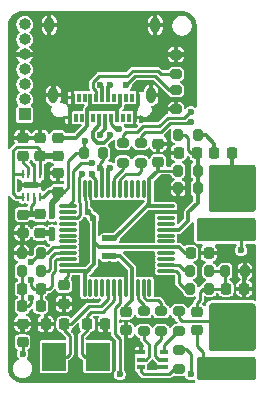
<source format=gbr>
%TF.GenerationSoftware,KiCad,Pcbnew,9.0.4*%
%TF.CreationDate,2025-09-02T10:18:24-07:00*%
%TF.ProjectId,k1-aioc,6b312d61-696f-4632-9e6b-696361645f70,rev?*%
%TF.SameCoordinates,Original*%
%TF.FileFunction,Copper,L1,Top*%
%TF.FilePolarity,Positive*%
%FSLAX46Y46*%
G04 Gerber Fmt 4.6, Leading zero omitted, Abs format (unit mm)*
G04 Created by KiCad (PCBNEW 9.0.4) date 2025-09-02 10:18:24*
%MOMM*%
%LPD*%
G01*
G04 APERTURE LIST*
G04 Aperture macros list*
%AMRoundRect*
0 Rectangle with rounded corners*
0 $1 Rounding radius*
0 $2 $3 $4 $5 $6 $7 $8 $9 X,Y pos of 4 corners*
0 Add a 4 corners polygon primitive as box body*
4,1,4,$2,$3,$4,$5,$6,$7,$8,$9,$2,$3,0*
0 Add four circle primitives for the rounded corners*
1,1,$1+$1,$2,$3*
1,1,$1+$1,$4,$5*
1,1,$1+$1,$6,$7*
1,1,$1+$1,$8,$9*
0 Add four rect primitives between the rounded corners*
20,1,$1+$1,$2,$3,$4,$5,0*
20,1,$1+$1,$4,$5,$6,$7,0*
20,1,$1+$1,$6,$7,$8,$9,0*
20,1,$1+$1,$8,$9,$2,$3,0*%
G04 Aperture macros list end*
%TA.AperFunction,SMDPad,CuDef*%
%ADD10RoundRect,0.200000X0.200000X0.275000X-0.200000X0.275000X-0.200000X-0.275000X0.200000X-0.275000X0*%
%TD*%
%TA.AperFunction,SMDPad,CuDef*%
%ADD11RoundRect,0.218750X0.218750X0.256250X-0.218750X0.256250X-0.218750X-0.256250X0.218750X-0.256250X0*%
%TD*%
%TA.AperFunction,SMDPad,CuDef*%
%ADD12RoundRect,0.225000X0.225000X0.250000X-0.225000X0.250000X-0.225000X-0.250000X0.225000X-0.250000X0*%
%TD*%
%TA.AperFunction,SMDPad,CuDef*%
%ADD13RoundRect,0.200000X-0.200000X-0.275000X0.200000X-0.275000X0.200000X0.275000X-0.200000X0.275000X0*%
%TD*%
%TA.AperFunction,SMDPad,CuDef*%
%ADD14R,0.300000X0.700000*%
%TD*%
%TA.AperFunction,ComponentPad*%
%ADD15O,0.800000X1.400000*%
%TD*%
%TA.AperFunction,SMDPad,CuDef*%
%ADD16RoundRect,0.218750X-0.218750X-0.256250X0.218750X-0.256250X0.218750X0.256250X-0.218750X0.256250X0*%
%TD*%
%TA.AperFunction,SMDPad,CuDef*%
%ADD17RoundRect,0.225000X-0.250000X0.225000X-0.250000X-0.225000X0.250000X-0.225000X0.250000X0.225000X0*%
%TD*%
%TA.AperFunction,SMDPad,CuDef*%
%ADD18RoundRect,0.225000X-0.225000X-0.250000X0.225000X-0.250000X0.225000X0.250000X-0.225000X0.250000X0*%
%TD*%
%TA.AperFunction,SMDPad,CuDef*%
%ADD19RoundRect,0.200000X-0.275000X0.200000X-0.275000X-0.200000X0.275000X-0.200000X0.275000X0.200000X0*%
%TD*%
%TA.AperFunction,SMDPad,CuDef*%
%ADD20RoundRect,0.218750X0.256250X-0.218750X0.256250X0.218750X-0.256250X0.218750X-0.256250X-0.218750X0*%
%TD*%
%TA.AperFunction,SMDPad,CuDef*%
%ADD21RoundRect,0.075000X0.075000X-0.662500X0.075000X0.662500X-0.075000X0.662500X-0.075000X-0.662500X0*%
%TD*%
%TA.AperFunction,SMDPad,CuDef*%
%ADD22RoundRect,0.075000X0.662500X-0.075000X0.662500X0.075000X-0.662500X0.075000X-0.662500X-0.075000X0*%
%TD*%
%TA.AperFunction,SMDPad,CuDef*%
%ADD23RoundRect,0.225000X0.250000X-0.225000X0.250000X0.225000X-0.250000X0.225000X-0.250000X-0.225000X0*%
%TD*%
%TA.AperFunction,SMDPad,CuDef*%
%ADD24R,0.650000X0.400000*%
%TD*%
%TA.AperFunction,ComponentPad*%
%ADD25R,1.000000X1.000000*%
%TD*%
%TA.AperFunction,ComponentPad*%
%ADD26O,1.000000X1.000000*%
%TD*%
%TA.AperFunction,SMDPad,CuDef*%
%ADD27RoundRect,0.062500X-0.062500X0.312500X-0.062500X-0.312500X0.062500X-0.312500X0.062500X0.312500X0*%
%TD*%
%TA.AperFunction,SMDPad,CuDef*%
%ADD28R,1.200000X0.600000*%
%TD*%
%TA.AperFunction,SMDPad,CuDef*%
%ADD29R,2.000000X2.400000*%
%TD*%
%TA.AperFunction,SMDPad,CuDef*%
%ADD30RoundRect,0.200000X0.275000X-0.200000X0.275000X0.200000X-0.275000X0.200000X-0.275000X-0.200000X0*%
%TD*%
%TA.AperFunction,ViaPad*%
%ADD31C,0.600000*%
%TD*%
%TA.AperFunction,Conductor*%
%ADD32C,0.250000*%
%TD*%
%TA.AperFunction,Conductor*%
%ADD33C,0.300000*%
%TD*%
%TA.AperFunction,Conductor*%
%ADD34C,0.500000*%
%TD*%
G04 APERTURE END LIST*
D10*
%TO.P,R2,1*%
%TO.N,Net-(C12-Pad1)*%
X120575000Y-102000000D03*
%TO.P,R2,2*%
%TO.N,/AFOUT*%
X118925000Y-102000000D03*
%TD*%
D11*
%TO.P,D2,1,K*%
%TO.N,Net-(D1-Pad2)*%
X106287500Y-105000000D03*
%TO.P,D2,2,A*%
%TO.N,Net-(D1-Pad1)*%
X104712500Y-105000000D03*
%TD*%
D12*
%TO.P,C11,1*%
%TO.N,/AFIN*%
X119525000Y-92000000D03*
%TO.P,C11,2*%
%TO.N,GND*%
X117975000Y-92000000D03*
%TD*%
D13*
%TO.P,R15,1*%
%TO.N,Net-(D1-Pad1)*%
X104675000Y-102000000D03*
%TO.P,R15,2*%
%TO.N,Net-(R15-Pad2)*%
X106325000Y-102000000D03*
%TD*%
D14*
%TO.P,J1,A1,GND*%
%TO.N,GND*%
X114250000Y-89020000D03*
%TO.P,J1,A2*%
%TO.N,N/C*%
X113750000Y-89020000D03*
%TO.P,J1,A3*%
X113250000Y-89020000D03*
%TO.P,J1,A4,VBUS*%
%TO.N,/VBUS*%
X112750000Y-89020000D03*
%TO.P,J1,A5,CC1*%
%TO.N,Net-(J1-PadA5)*%
X112250000Y-89020000D03*
%TO.P,J1,A6,D+*%
%TO.N,/USB-DP*%
X111750000Y-89020000D03*
%TO.P,J1,A7,D-*%
%TO.N,/USB-DN*%
X111250000Y-89020000D03*
%TO.P,J1,A8,SBU1*%
%TO.N,unconnected-(J1-PadA8)*%
X110750000Y-89020000D03*
%TO.P,J1,A9,VBUS*%
%TO.N,/VBUS*%
X110250000Y-89020000D03*
%TO.P,J1,A10*%
%TO.N,N/C*%
X109750000Y-89020000D03*
%TO.P,J1,A11*%
X109250000Y-89020000D03*
%TO.P,J1,A12,GND*%
%TO.N,GND*%
X108750000Y-89020000D03*
%TO.P,J1,B1,GND*%
X109000000Y-87320000D03*
%TO.P,J1,B2*%
%TO.N,N/C*%
X109500000Y-87320000D03*
%TO.P,J1,B3*%
X110000000Y-87320000D03*
%TO.P,J1,B4,VBUS*%
%TO.N,/VBUS*%
X110500000Y-87320000D03*
%TO.P,J1,B5,CC2*%
%TO.N,Net-(J1-PadB5)*%
X111000000Y-87320000D03*
%TO.P,J1,B6,D+*%
%TO.N,/USB-DP*%
X111500000Y-87320000D03*
%TO.P,J1,B7,D-*%
%TO.N,/USB-DN*%
X112000000Y-87320000D03*
%TO.P,J1,B8,SBU2*%
%TO.N,unconnected-(J1-PadB8)*%
X112500000Y-87320000D03*
%TO.P,J1,B9,VBUS*%
%TO.N,/VBUS*%
X113000000Y-87320000D03*
%TO.P,J1,B10*%
%TO.N,N/C*%
X113500000Y-87320000D03*
%TO.P,J1,B11*%
X114000000Y-87320000D03*
%TO.P,J1,B12,GND*%
%TO.N,GND*%
X114500000Y-87320000D03*
D15*
%TO.P,J1,S1,SHIELD*%
X107010000Y-81160000D03*
X115990000Y-81160000D03*
X115630000Y-87110000D03*
X107370000Y-87110000D03*
%TD*%
D12*
%TO.P,C1,1*%
%TO.N,/OSCIN*%
X108275000Y-106500000D03*
%TO.P,C1,2*%
%TO.N,GND*%
X106725000Y-106500000D03*
%TD*%
D16*
%TO.P,D1,1,K*%
%TO.N,Net-(D1-Pad1)*%
X104712500Y-103500000D03*
%TO.P,D1,2,A*%
%TO.N,Net-(D1-Pad2)*%
X106287500Y-103500000D03*
%TD*%
D17*
%TO.P,C9,1*%
%TO.N,+3.3VA*%
X113500000Y-105475000D03*
%TO.P,C9,2*%
%TO.N,GND*%
X113500000Y-107025000D03*
%TD*%
D18*
%TO.P,C12,1*%
%TO.N,Net-(C12-Pad1)*%
X121975000Y-103500000D03*
%TO.P,C12,2*%
%TO.N,GND*%
X123525000Y-103500000D03*
%TD*%
D19*
%TO.P,R13,1*%
%TO.N,/RADIO-RX-PTT1*%
X118000000Y-108675000D03*
%TO.P,R13,2*%
%TO.N,Net-(Q1-Pad3)*%
X118000000Y-110325000D03*
%TD*%
D20*
%TO.P,FB2,1*%
%TO.N,/VIN*%
X107750000Y-92287500D03*
%TO.P,FB2,2*%
%TO.N,/VBUS*%
X107750000Y-90712500D03*
%TD*%
D19*
%TO.P,R8,1*%
%TO.N,/RADIO-RX-PTT1*%
X114750000Y-91175000D03*
%TO.P,R8,2*%
%TO.N,/USART-TX*%
X114750000Y-92825000D03*
%TD*%
%TO.P,R11,1*%
%TO.N,/PTT1*%
X116500000Y-105425000D03*
%TO.P,R11,2*%
%TO.N,Net-(Q1-Pad5)*%
X116500000Y-107075000D03*
%TD*%
%TO.P,R9,1*%
%TO.N,/RADIO-TX*%
X113250000Y-91175000D03*
%TO.P,R9,2*%
%TO.N,/USART-RX*%
X113250000Y-92825000D03*
%TD*%
D21*
%TO.P,U2,1,VBAT*%
%TO.N,+3V3*%
X110000000Y-103412500D03*
%TO.P,U2,2,PC13*%
%TO.N,unconnected-(U2-Pad2)*%
X110500000Y-103412500D03*
%TO.P,U2,3,PC14*%
%TO.N,unconnected-(U2-Pad3)*%
X111000000Y-103412500D03*
%TO.P,U2,4,PC15*%
%TO.N,unconnected-(U2-Pad4)*%
X111500000Y-103412500D03*
%TO.P,U2,5,PF0*%
%TO.N,/OSCIN*%
X112000000Y-103412500D03*
%TO.P,U2,6,PF1*%
%TO.N,/OSCOUT*%
X112500000Y-103412500D03*
%TO.P,U2,7,NRST*%
%TO.N,/NRST*%
X113000000Y-103412500D03*
%TO.P,U2,8,VSSA*%
%TO.N,GND*%
X113500000Y-103412500D03*
%TO.P,U2,9,VDDA*%
%TO.N,+3.3VA*%
X114000000Y-103412500D03*
%TO.P,U2,10,PA0*%
%TO.N,/PTT2*%
X114500000Y-103412500D03*
%TO.P,U2,11,PA1*%
%TO.N,/PTT1*%
X115000000Y-103412500D03*
%TO.P,U2,12,PA2*%
%TO.N,unconnected-(U2-Pad12)*%
X115500000Y-103412500D03*
D22*
%TO.P,U2,13,PA3*%
%TO.N,/DAC_ATTEN*%
X116912500Y-102000000D03*
%TO.P,U2,14,PA4*%
%TO.N,/AFOUT*%
X116912500Y-101500000D03*
%TO.P,U2,15,PA5*%
%TO.N,unconnected-(U2-Pad15)*%
X116912500Y-101000000D03*
%TO.P,U2,16,PA6*%
%TO.N,unconnected-(U2-Pad16)*%
X116912500Y-100500000D03*
%TO.P,U2,17,VDD*%
%TO.N,+3V3*%
X116912500Y-100000000D03*
%TO.P,U2,18,PB0*%
%TO.N,unconnected-(U2-Pad18)*%
X116912500Y-99500000D03*
%TO.P,U2,19,PB1*%
%TO.N,unconnected-(U2-Pad19)*%
X116912500Y-99000000D03*
%TO.P,U2,20,PB2*%
%TO.N,/AFIN*%
X116912500Y-98500000D03*
%TO.P,U2,21,PE8*%
%TO.N,unconnected-(U2-Pad21)*%
X116912500Y-98000000D03*
%TO.P,U2,22,PE9*%
%TO.N,unconnected-(U2-Pad22)*%
X116912500Y-97500000D03*
%TO.P,U2,23,VSSSD*%
%TO.N,GND*%
X116912500Y-97000000D03*
%TO.P,U2,24,VDDSD*%
%TO.N,+3.3VA*%
X116912500Y-96500000D03*
D21*
%TO.P,U2,25,VREFSD+*%
X115500000Y-95087500D03*
%TO.P,U2,26,PB14*%
%TO.N,unconnected-(U2-Pad26)*%
X115000000Y-95087500D03*
%TO.P,U2,27,PB15*%
%TO.N,unconnected-(U2-Pad27)*%
X114500000Y-95087500D03*
%TO.P,U2,28,PD8*%
%TO.N,unconnected-(U2-Pad28)*%
X114000000Y-95087500D03*
%TO.P,U2,29,PA8*%
%TO.N,unconnected-(U2-Pad29)*%
X113500000Y-95087500D03*
%TO.P,U2,30,PA9*%
%TO.N,/USART-TX*%
X113000000Y-95087500D03*
%TO.P,U2,31,PA10*%
%TO.N,/USART-RX*%
X112500000Y-95087500D03*
%TO.P,U2,32,PA11*%
%TO.N,/USB-DN*%
X112000000Y-95087500D03*
%TO.P,U2,33,PA12*%
%TO.N,/USB-DP*%
X111500000Y-95087500D03*
%TO.P,U2,34,PA13*%
%TO.N,/SWDIO*%
X111000000Y-95087500D03*
%TO.P,U2,35,PF6*%
%TO.N,GND*%
X110500000Y-95087500D03*
%TO.P,U2,36,PF7*%
%TO.N,+3V3*%
X110000000Y-95087500D03*
D22*
%TO.P,U2,37,PA14*%
%TO.N,/SWCLK*%
X108587500Y-96500000D03*
%TO.P,U2,38,PA15*%
%TO.N,unconnected-(U2-Pad38)*%
X108587500Y-97000000D03*
%TO.P,U2,39,PB3*%
%TO.N,/SWO*%
X108587500Y-97500000D03*
%TO.P,U2,40,PB4*%
%TO.N,unconnected-(U2-Pad40)*%
X108587500Y-98000000D03*
%TO.P,U2,41,PB5*%
%TO.N,unconnected-(U2-Pad41)*%
X108587500Y-98500000D03*
%TO.P,U2,42,PB6*%
%TO.N,unconnected-(U2-Pad42)*%
X108587500Y-99000000D03*
%TO.P,U2,43,PB7*%
%TO.N,unconnected-(U2-Pad43)*%
X108587500Y-99500000D03*
%TO.P,U2,44,BOOT0*%
%TO.N,/BOOT0*%
X108587500Y-100000000D03*
%TO.P,U2,45,PB8*%
%TO.N,Net-(R15-Pad2)*%
X108587500Y-100500000D03*
%TO.P,U2,46,PB9*%
%TO.N,Net-(D1-Pad2)*%
X108587500Y-101000000D03*
%TO.P,U2,47,VSS*%
%TO.N,GND*%
X108587500Y-101500000D03*
%TO.P,U2,48,VDD*%
%TO.N,+3V3*%
X108587500Y-102000000D03*
%TD*%
D23*
%TO.P,C6,1*%
%TO.N,/VIN*%
X106250000Y-92275000D03*
%TO.P,C6,2*%
%TO.N,GND*%
X106250000Y-90725000D03*
%TD*%
D10*
%TO.P,R4,1*%
%TO.N,GND*%
X123575000Y-102000000D03*
%TO.P,R4,2*%
%TO.N,Net-(C12-Pad1)*%
X121925000Y-102000000D03*
%TD*%
D20*
%TO.P,FB1,1*%
%TO.N,+3.3VA*%
X106250000Y-98787500D03*
%TO.P,FB1,2*%
%TO.N,Net-(C5-Pad1)*%
X106250000Y-97212500D03*
%TD*%
D23*
%TO.P,C3,1*%
%TO.N,Net-(C3-Pad1)*%
X104750000Y-92275000D03*
%TO.P,C3,2*%
%TO.N,GND*%
X104750000Y-90725000D03*
%TD*%
D18*
%TO.P,C2,1*%
%TO.N,/OSCOUT*%
X110225000Y-106500000D03*
%TO.P,C2,2*%
%TO.N,GND*%
X111775000Y-106500000D03*
%TD*%
D19*
%TO.P,R10,1*%
%TO.N,/PTT2*%
X115000000Y-105425000D03*
%TO.P,R10,2*%
%TO.N,Net-(Q1-Pad2)*%
X115000000Y-107075000D03*
%TD*%
D23*
%TO.P,C4,1*%
%TO.N,+3V3*%
X107750000Y-95275000D03*
%TO.P,C4,2*%
%TO.N,GND*%
X107750000Y-93725000D03*
%TD*%
D13*
%TO.P,R1,1*%
%TO.N,+3V3*%
X109925000Y-92000000D03*
%TO.P,R1,2*%
%TO.N,/USB-DP*%
X111575000Y-92000000D03*
%TD*%
D17*
%TO.P,C5,1*%
%TO.N,Net-(C5-Pad1)*%
X104750000Y-97225000D03*
%TO.P,C5,2*%
%TO.N,GND*%
X104750000Y-98775000D03*
%TD*%
D24*
%TO.P,Q1,1,E1*%
%TO.N,GND*%
X114800000Y-108850000D03*
%TO.P,Q1,2,B1*%
%TO.N,Net-(Q1-Pad2)*%
X114800000Y-109500000D03*
%TO.P,Q1,3,C2*%
%TO.N,Net-(Q1-Pad3)*%
X114800000Y-110150000D03*
%TO.P,Q1,4,E2*%
%TO.N,GND*%
X116700000Y-110150000D03*
%TO.P,Q1,5,B2*%
%TO.N,Net-(Q1-Pad5)*%
X116700000Y-109500000D03*
%TO.P,Q1,6,C1*%
%TO.N,Net-(Q1-Pad6)*%
X116700000Y-108850000D03*
%TD*%
D18*
%TO.P,C14,1*%
%TO.N,Net-(C14-Pad1)*%
X120975000Y-92000000D03*
%TO.P,C14,2*%
%TO.N,/RADIO-SPK*%
X122525000Y-92000000D03*
%TD*%
D10*
%TO.P,R17,1*%
%TO.N,Net-(C12-Pad1)*%
X120575000Y-103500000D03*
%TO.P,R17,2*%
%TO.N,/DAC_ATTEN*%
X118925000Y-103500000D03*
%TD*%
D13*
%TO.P,R5,1*%
%TO.N,/AFIN*%
X117925000Y-90500000D03*
%TO.P,R5,2*%
%TO.N,Net-(C14-Pad1)*%
X119575000Y-90500000D03*
%TD*%
D23*
%TO.P,C15,1*%
%TO.N,/NRST*%
X104750000Y-108025000D03*
%TO.P,C15,2*%
%TO.N,GND*%
X104750000Y-106475000D03*
%TD*%
D18*
%TO.P,C7,1*%
%TO.N,+3V3*%
X118975000Y-100500000D03*
%TO.P,C7,2*%
%TO.N,GND*%
X120525000Y-100500000D03*
%TD*%
D25*
%TO.P,J2,1,Pin_1*%
%TO.N,/BOOT0*%
X104925000Y-88750000D03*
D26*
%TO.P,J2,2,Pin_2*%
%TO.N,/SWO*%
X104925000Y-87480000D03*
%TO.P,J2,3,Pin_3*%
%TO.N,/NRST*%
X104925000Y-86210000D03*
%TO.P,J2,4,Pin_4*%
%TO.N,/SWDIO*%
X104925000Y-84940000D03*
%TO.P,J2,5,Pin_5*%
%TO.N,GND*%
X104925000Y-83670000D03*
%TO.P,J2,6,Pin_6*%
%TO.N,/SWCLK*%
X104925000Y-82400000D03*
%TO.P,J2,7,Pin_7*%
%TO.N,+3V3*%
X104925000Y-81130000D03*
%TD*%
D17*
%TO.P,C8,1*%
%TO.N,+3V3*%
X108250000Y-103225000D03*
%TO.P,C8,2*%
%TO.N,GND*%
X108250000Y-104775000D03*
%TD*%
D27*
%TO.P,U1,1,VIN*%
%TO.N,/VIN*%
X106250000Y-93775000D03*
%TO.P,U1,2,GND*%
%TO.N,GND*%
X105750000Y-93775000D03*
%TO.P,U1,3,BYP*%
%TO.N,Net-(C3-Pad1)*%
X105250000Y-93775000D03*
%TO.P,U1,4,EN2*%
%TO.N,/VIN*%
X104750000Y-93775000D03*
%TO.P,U1,5,EN1*%
X104750000Y-95725000D03*
%TO.P,U1,6*%
%TO.N,N/C*%
X105250000Y-95725000D03*
%TO.P,U1,7,VOUT2*%
%TO.N,Net-(C5-Pad1)*%
X105750000Y-95725000D03*
%TO.P,U1,8,VOUT1*%
%TO.N,+3V3*%
X106250000Y-95725000D03*
D28*
%TO.P,U1,9,GND*%
%TO.N,GND*%
X105500000Y-94750000D03*
%TD*%
D13*
%TO.P,R16,1*%
%TO.N,+3.3VA*%
X117925000Y-93500000D03*
%TO.P,R16,2*%
%TO.N,/AFIN*%
X119575000Y-93500000D03*
%TD*%
%TO.P,R3,1*%
%TO.N,GND*%
X117925000Y-95000000D03*
%TO.P,R3,2*%
%TO.N,/AFIN*%
X119575000Y-95000000D03*
%TD*%
D23*
%TO.P,C10,1*%
%TO.N,+3.3VA*%
X116250000Y-92775000D03*
%TO.P,C10,2*%
%TO.N,GND*%
X116250000Y-91225000D03*
%TD*%
D13*
%TO.P,R14,1*%
%TO.N,GND*%
X104675000Y-100500000D03*
%TO.P,R14,2*%
%TO.N,/BOOT0*%
X106325000Y-100500000D03*
%TD*%
D19*
%TO.P,R6,1*%
%TO.N,GND*%
X117750000Y-83675000D03*
%TO.P,R6,2*%
%TO.N,Net-(J1-PadB5)*%
X117750000Y-85325000D03*
%TD*%
D17*
%TO.P,C13,1*%
%TO.N,Net-(C12-Pad1)*%
X119500000Y-105475000D03*
%TO.P,C13,2*%
%TO.N,/RADIO-MIC*%
X119500000Y-107025000D03*
%TD*%
D29*
%TO.P,Y1,1,1*%
%TO.N,/OSCIN*%
X107400000Y-109250000D03*
%TO.P,Y1,2,2*%
%TO.N,/OSCOUT*%
X111100000Y-109250000D03*
%TD*%
D19*
%TO.P,R12,1*%
%TO.N,/RADIO-VP-PTT2*%
X118000000Y-105425000D03*
%TO.P,R12,2*%
%TO.N,Net-(Q1-Pad6)*%
X118000000Y-107075000D03*
%TD*%
D30*
%TO.P,R7,1*%
%TO.N,GND*%
X117750000Y-88325000D03*
%TO.P,R7,2*%
%TO.N,Net-(J1-PadA5)*%
X117750000Y-86675000D03*
%TD*%
D31*
%TO.N,GND*%
X114250000Y-106250000D03*
X115500000Y-97500000D03*
X113000270Y-83951369D03*
X105800000Y-94750000D03*
X116500000Y-94500000D03*
X118950000Y-83250000D03*
X107750000Y-107500000D03*
X115000000Y-102000000D03*
X113000000Y-96500000D03*
X110000000Y-100250000D03*
X118950000Y-84750000D03*
X109250000Y-103750000D03*
X112250000Y-102000000D03*
X107250000Y-89750000D03*
X113750000Y-110000000D03*
X110750000Y-107500000D03*
X112000000Y-97500000D03*
X105250000Y-89769502D03*
X105500000Y-98000000D03*
X110000000Y-98250000D03*
X114000000Y-99000000D03*
X116000270Y-83951369D03*
X117000000Y-92000000D03*
X109250000Y-102750000D03*
X114500000Y-101000000D03*
X107000000Y-83950000D03*
X105500000Y-99750000D03*
X117250000Y-103750000D03*
X110000000Y-101000000D03*
X106750000Y-107500000D03*
X114000000Y-92000000D03*
X113000000Y-97500000D03*
X113000000Y-102000000D03*
X106250000Y-89750000D03*
X114500000Y-86250000D03*
X107250000Y-104750000D03*
X121750000Y-100500000D03*
X116500000Y-95500000D03*
X111750000Y-107502432D03*
X114750000Y-98250000D03*
X115750000Y-110000000D03*
X114000000Y-96500000D03*
X113750000Y-108500000D03*
X114499400Y-83950576D03*
X112000000Y-96500000D03*
X108500270Y-83951369D03*
X105200000Y-94750000D03*
X116500000Y-103000000D03*
X111500270Y-83951369D03*
X122750000Y-101250000D03*
X115500000Y-99000000D03*
X109250000Y-110000000D03*
X111000000Y-96500000D03*
X115500000Y-101000000D03*
X111500000Y-102000000D03*
X118950000Y-86250000D03*
X109250000Y-104750000D03*
X115500000Y-92000000D03*
X118950000Y-87750000D03*
X110000270Y-83951369D03*
X122750000Y-102750000D03*
X115750000Y-106250000D03*
%TO.N,/SWCLK*%
X110600000Y-92866006D03*
%TO.N,/SWDIO*%
X110600000Y-93774076D03*
%TO.N,/USB-DP*%
X111350000Y-86250000D03*
X111350000Y-90500000D03*
X111350000Y-93250000D03*
%TO.N,/USB-DN*%
X112150000Y-86250000D03*
X112150000Y-90500000D03*
X112150000Y-93250000D03*
%TO.N,+3V3*%
X110274500Y-97000000D03*
X110000000Y-91000000D03*
X110750000Y-97500000D03*
X107250000Y-96650000D03*
X107250000Y-97350000D03*
%TO.N,+3.3VA*%
X111750000Y-99250000D03*
X112500000Y-99250000D03*
X107250000Y-99250000D03*
X111750000Y-100750000D03*
X107250000Y-98550000D03*
X112500000Y-100750000D03*
%TO.N,Net-(J1-PadA5)*%
X113500000Y-86250000D03*
X112899500Y-89942499D03*
%TO.N,/RADIO-RX-PTT1*%
X119000000Y-110750000D03*
X119011829Y-89364195D03*
%TO.N,/RADIO-TX*%
X123250000Y-100250000D03*
X119003182Y-88547732D03*
%TO.N,/NRST*%
X113000000Y-110750000D03*
X104750000Y-109000000D03*
%TO.N,/SWO*%
X109750000Y-93819338D03*
%TO.N,/BOOT0*%
X105500000Y-101250000D03*
%TO.N,Net-(D1-Pad1)*%
X105500000Y-104250000D03*
%TO.N,Net-(D1-Pad2)*%
X105500000Y-102750000D03*
%TD*%
D32*
%TO.N,GND*%
X108750000Y-89020000D02*
X108750000Y-88416813D01*
D33*
X113500000Y-102500000D02*
X113500000Y-103412500D01*
D32*
X105750000Y-93775000D02*
X105750000Y-94700000D01*
D33*
X123525000Y-103500000D02*
X123525000Y-102050000D01*
X113000000Y-102000000D02*
X113500000Y-102500000D01*
D32*
X105750000Y-94700000D02*
X105800000Y-94750000D01*
D33*
X109500000Y-101500000D02*
X110000000Y-101000000D01*
D32*
X114500000Y-87320000D02*
X114500000Y-87916813D01*
X109000000Y-87320000D02*
X109000000Y-88166813D01*
X114500000Y-87916813D02*
X114250000Y-88166813D01*
X114250000Y-89020000D02*
X114250000Y-88166813D01*
X123525000Y-102050000D02*
X123575000Y-102000000D01*
X108750000Y-88416813D02*
X109000000Y-88166813D01*
D33*
X108587500Y-101500000D02*
X109500000Y-101500000D01*
D32*
%TO.N,/OSCIN*%
X108750000Y-107500000D02*
X108750000Y-109000000D01*
X108500000Y-109250000D02*
X107400000Y-109250000D01*
X108863604Y-106500000D02*
X108472183Y-106500000D01*
X108275000Y-106750000D02*
X108275000Y-107025000D01*
X110363604Y-105000000D02*
X108863604Y-106500000D01*
X112000000Y-104363604D02*
X111363604Y-105000000D01*
X108750000Y-109000000D02*
X108500000Y-109250000D01*
X112000000Y-103412500D02*
X112000000Y-104363604D01*
X108275000Y-107025000D02*
X108750000Y-107500000D01*
X111363604Y-105000000D02*
X110363604Y-105000000D01*
X108525000Y-106500000D02*
X108275000Y-106750000D01*
%TO.N,/OSCOUT*%
X112500000Y-104500000D02*
X111550000Y-105450000D01*
X109750000Y-107500000D02*
X109750000Y-109000000D01*
X110225000Y-107025000D02*
X109750000Y-107500000D01*
X112500000Y-103412500D02*
X112500000Y-104500000D01*
X110225000Y-105775000D02*
X110225000Y-107025000D01*
X110000000Y-109250000D02*
X111100000Y-109250000D01*
X111550000Y-105450000D02*
X110550000Y-105450000D01*
X110550000Y-105450000D02*
X110225000Y-105775000D01*
X109750000Y-109000000D02*
X110000000Y-109250000D01*
%TO.N,/SWCLK*%
X109050000Y-96037500D02*
X108587500Y-96500000D01*
X110600000Y-92866006D02*
X109743948Y-92866006D01*
X109743948Y-92866006D02*
X109050000Y-93559954D01*
X109050000Y-93559954D02*
X109050000Y-96037500D01*
%TO.N,/SWDIO*%
X110499747Y-93784062D02*
X111000000Y-94284315D01*
X111000000Y-94284315D02*
X111000000Y-95087500D01*
%TO.N,/USB-DP*%
X111575000Y-92625000D02*
X111575000Y-92000000D01*
D33*
X111350000Y-90380761D02*
X111350000Y-90500000D01*
X111500000Y-87320000D02*
X111500000Y-86400000D01*
D32*
X111350000Y-93250000D02*
X111350000Y-92850000D01*
D33*
X111500000Y-86400000D02*
X111350000Y-86250000D01*
D32*
X111350000Y-92850000D02*
X111575000Y-92625000D01*
D33*
X111500000Y-95087500D02*
X111500000Y-93400000D01*
X111750000Y-89020000D02*
X111750000Y-89980761D01*
X111500000Y-93400000D02*
X111350000Y-93250000D01*
X111750000Y-89980761D02*
X111350000Y-90380761D01*
%TO.N,/USB-DN*%
X112000000Y-95087500D02*
X112000000Y-93400000D01*
X110700000Y-90769239D02*
X111080761Y-91150000D01*
X112000000Y-86400000D02*
X112150000Y-86250000D01*
X111619239Y-91150000D02*
X112150000Y-90619239D01*
X111080761Y-91150000D02*
X111619239Y-91150000D01*
X112000000Y-87320000D02*
X112000000Y-86400000D01*
X111250000Y-89020000D02*
X111250000Y-89680761D01*
X112000000Y-93400000D02*
X112150000Y-93250000D01*
X110700000Y-90230761D02*
X110700000Y-90769239D01*
X111250000Y-89680761D02*
X110700000Y-90230761D01*
X112150000Y-90619239D02*
X112150000Y-90500000D01*
D32*
%TO.N,Net-(C3-Pad1)*%
X105250000Y-93775000D02*
X105250000Y-93250000D01*
X105250000Y-93250000D02*
X104750000Y-92750000D01*
X104750000Y-92750000D02*
X104750000Y-92275000D01*
%TO.N,+3V3*%
X110100000Y-96850000D02*
X110750000Y-97500000D01*
D33*
X110000000Y-102250000D02*
X110500000Y-101750000D01*
X110800000Y-99300000D02*
X110800000Y-101450000D01*
D32*
X108250000Y-102750000D02*
X108587500Y-102412500D01*
X106525000Y-95725000D02*
X107000000Y-95250000D01*
D33*
X110250000Y-102000000D02*
X108587500Y-102000000D01*
X110800000Y-99550000D02*
X110800000Y-99300000D01*
D32*
X109925000Y-92000000D02*
X109925000Y-91075000D01*
D34*
X107250000Y-96250000D02*
X107750000Y-95750000D01*
D32*
X107725000Y-95250000D02*
X107750000Y-95275000D01*
D33*
X118000000Y-100000000D02*
X116912500Y-100000000D01*
D32*
X110000000Y-95087500D02*
X110000000Y-95972919D01*
X108600000Y-92650000D02*
X109250000Y-92000000D01*
D33*
X110274500Y-97000000D02*
X110800000Y-97525500D01*
D32*
X109925000Y-91075000D02*
X110000000Y-91000000D01*
D33*
X116912500Y-100000000D02*
X111250000Y-100000000D01*
X111250000Y-100000000D02*
X110800000Y-99550000D01*
D34*
X107250000Y-97350000D02*
X107250000Y-96250000D01*
D33*
X110800000Y-97525500D02*
X110800000Y-99300000D01*
D32*
X106250000Y-95725000D02*
X106525000Y-95725000D01*
D34*
X107750000Y-95750000D02*
X107750000Y-95275000D01*
D33*
X118500000Y-100500000D02*
X118000000Y-100000000D01*
D32*
X108250000Y-95275000D02*
X108600000Y-94925000D01*
D33*
X110500000Y-101750000D02*
X110250000Y-102000000D01*
X118975000Y-100500000D02*
X118500000Y-100500000D01*
D32*
X110000000Y-95972919D02*
X110100000Y-96072919D01*
X108250000Y-103225000D02*
X108250000Y-102750000D01*
X107000000Y-95250000D02*
X107725000Y-95250000D01*
D33*
X110000000Y-103412500D02*
X110000000Y-102250000D01*
X110800000Y-101450000D02*
X110500000Y-101750000D01*
D32*
X107750000Y-95275000D02*
X108250000Y-95275000D01*
X109250000Y-92000000D02*
X109925000Y-92000000D01*
X108600000Y-94925000D02*
X108600000Y-92650000D01*
X110100000Y-96072919D02*
X110100000Y-96850000D01*
X108587500Y-102412500D02*
X108587500Y-102000000D01*
D34*
%TO.N,+3.3VA*%
X107250000Y-98550000D02*
X107250000Y-99000000D01*
D33*
X116000000Y-96500000D02*
X115250000Y-96500000D01*
X112500000Y-100750000D02*
X113000000Y-100750000D01*
D34*
X112500000Y-100750000D02*
X111750000Y-100750000D01*
D32*
X117925000Y-93500000D02*
X116250000Y-93500000D01*
D33*
X114000000Y-103412500D02*
X114000000Y-104500000D01*
X115500000Y-95087500D02*
X115500000Y-96250000D01*
X116912500Y-96500000D02*
X116000000Y-96500000D01*
X113000000Y-100750000D02*
X114000000Y-101750000D01*
D34*
X107037500Y-98787500D02*
X107250000Y-99000000D01*
D33*
X115250000Y-96500000D02*
X113250000Y-98500000D01*
X116250000Y-93500000D02*
X116250000Y-92862500D01*
D34*
X112500000Y-99250000D02*
X111750000Y-99250000D01*
D33*
X113250000Y-98500000D02*
X112500000Y-99250000D01*
X113500000Y-105000000D02*
X113500000Y-105387500D01*
X115500000Y-95087500D02*
X115500000Y-94250000D01*
X114000000Y-101750000D02*
X114000000Y-103412500D01*
D34*
X106250000Y-98787500D02*
X107037500Y-98787500D01*
X107250000Y-99000000D02*
X107250000Y-99250000D01*
D33*
X115500000Y-94250000D02*
X116250000Y-93500000D01*
X114000000Y-104500000D02*
X113500000Y-105000000D01*
X115500000Y-96250000D02*
X115250000Y-96500000D01*
D32*
%TO.N,/VIN*%
X103950000Y-91800000D02*
X104250000Y-91500000D01*
X103950000Y-93700000D02*
X103950000Y-91800000D01*
D34*
X106262500Y-92287500D02*
X106250000Y-92275000D01*
D32*
X104025000Y-93775000D02*
X103950000Y-93700000D01*
D34*
X107750000Y-92287500D02*
X106262500Y-92287500D01*
D32*
X104250000Y-91500000D02*
X106000000Y-91500000D01*
X103950000Y-95450000D02*
X103950000Y-93700000D01*
X104750000Y-93775000D02*
X104025000Y-93775000D01*
X106000000Y-91500000D02*
X106250000Y-91750000D01*
X106250000Y-91750000D02*
X106250000Y-92275000D01*
X104000000Y-95500000D02*
X103950000Y-95450000D01*
X106250000Y-93775000D02*
X106250000Y-92275000D01*
X104750000Y-95725000D02*
X104225000Y-95725000D01*
X104225000Y-95725000D02*
X104000000Y-95500000D01*
D33*
%TO.N,/VBUS*%
X110500000Y-88040000D02*
X113000000Y-88040000D01*
X109257500Y-90712500D02*
X108250000Y-90712500D01*
X110250000Y-89020000D02*
X110250000Y-89720000D01*
X110500000Y-87320000D02*
X110500000Y-88040000D01*
X110500000Y-88040000D02*
X110250000Y-88290000D01*
X112750000Y-89020000D02*
X112750000Y-88290000D01*
X113000000Y-87320000D02*
X113000000Y-88040000D01*
X112750000Y-88290000D02*
X113000000Y-88040000D01*
X110250000Y-89020000D02*
X110250000Y-88290000D01*
X110250000Y-89720000D02*
X109257500Y-90712500D01*
X112750000Y-88290000D02*
X110250000Y-88290000D01*
D32*
%TO.N,Net-(C12-Pad1)*%
X120575000Y-102000000D02*
X121925000Y-102000000D01*
X120575000Y-103500000D02*
X121975000Y-103500000D01*
X119500000Y-105475000D02*
X119500000Y-104750000D01*
X121925000Y-102000000D02*
X121925000Y-103450000D01*
X119500000Y-104750000D02*
X119750000Y-104500000D01*
X119750000Y-104500000D02*
X119750000Y-103750000D01*
X120000000Y-103500000D02*
X120575000Y-103500000D01*
X119750000Y-103750000D02*
X120000000Y-103500000D01*
X121925000Y-103450000D02*
X121975000Y-103500000D01*
D33*
%TO.N,Net-(C14-Pad1)*%
X120975000Y-91225000D02*
X120250000Y-90500000D01*
X120250000Y-90500000D02*
X119575000Y-90500000D01*
X120975000Y-92000000D02*
X120975000Y-91225000D01*
D32*
%TO.N,Net-(J1-PadB5)*%
X116186396Y-85050000D02*
X116461396Y-85325000D01*
X111000000Y-86783884D02*
X110725000Y-86508884D01*
X110725000Y-86508884D02*
X110725000Y-85991116D01*
X110725000Y-85991116D02*
X111216116Y-85500000D01*
X114063604Y-85050000D02*
X116186396Y-85050000D01*
X116461396Y-85325000D02*
X117750000Y-85325000D01*
X113613604Y-85500000D02*
X114063604Y-85050000D01*
X111216116Y-85500000D02*
X113613604Y-85500000D01*
X111000000Y-87320000D02*
X111000000Y-86783884D01*
%TO.N,Net-(J1-PadA5)*%
X114250000Y-85500000D02*
X116000000Y-85500000D01*
X112649500Y-89942499D02*
X112250000Y-89542999D01*
X112250000Y-89542999D02*
X112250000Y-89020000D01*
X117175000Y-86675000D02*
X117750000Y-86675000D01*
X116000000Y-85500000D02*
X117175000Y-86675000D01*
X113500000Y-86250000D02*
X114250000Y-85500000D01*
%TO.N,/USART-RX*%
X112500000Y-94113604D02*
X113250000Y-93363604D01*
X113250000Y-93363604D02*
X113250000Y-92912500D01*
X112500000Y-95087500D02*
X112500000Y-94113604D01*
%TO.N,Net-(Q1-Pad3)*%
X117162500Y-110750000D02*
X117500000Y-110412500D01*
X114800000Y-110150000D02*
X114800000Y-110550000D01*
X114800000Y-110550000D02*
X115000000Y-110750000D01*
X115000000Y-110750000D02*
X117162500Y-110750000D01*
X117500000Y-110412500D02*
X118000000Y-110412500D01*
%TO.N,Net-(Q1-Pad6)*%
X117925000Y-107075000D02*
X118000000Y-107075000D01*
X116700000Y-108850000D02*
X116700000Y-108300000D01*
X116700000Y-108300000D02*
X117925000Y-107075000D01*
%TO.N,/USART-TX*%
X113500000Y-93750000D02*
X114500000Y-93750000D01*
X114750000Y-93500000D02*
X114750000Y-92912500D01*
X113000000Y-94250000D02*
X113500000Y-93750000D01*
X114500000Y-93750000D02*
X114750000Y-93500000D01*
X113000000Y-95087500D02*
X113000000Y-94250000D01*
%TO.N,/PTT1*%
X116500000Y-104750000D02*
X116500000Y-105337500D01*
X115250000Y-104500000D02*
X116250000Y-104500000D01*
X116250000Y-104500000D02*
X116500000Y-104750000D01*
X115000000Y-104250000D02*
X115250000Y-104500000D01*
X115000000Y-103412500D02*
X115000000Y-104250000D01*
%TO.N,/PTT2*%
X115000000Y-104886396D02*
X115000000Y-105425000D01*
X114500000Y-103412500D02*
X114500000Y-104386396D01*
X114500000Y-104386396D02*
X115000000Y-104886396D01*
D33*
%TO.N,/AFIN*%
X118750000Y-97750000D02*
X118750000Y-97050000D01*
D32*
X119000000Y-92000000D02*
X119525000Y-92000000D01*
X117925000Y-90500000D02*
X118500000Y-90500000D01*
X118750000Y-90750000D02*
X118750000Y-91750000D01*
D33*
X118000000Y-98500000D02*
X118750000Y-97750000D01*
X119575000Y-92050000D02*
X119525000Y-92000000D01*
X118750000Y-97050000D02*
X119575000Y-96225000D01*
X119575000Y-96225000D02*
X119575000Y-93500000D01*
X119575000Y-93500000D02*
X119575000Y-92050000D01*
X116912500Y-98500000D02*
X118000000Y-98500000D01*
D32*
X118750000Y-91750000D02*
X119000000Y-92000000D01*
X118500000Y-90500000D02*
X118750000Y-90750000D01*
%TO.N,/RADIO-MIC*%
X119500000Y-108375000D02*
X120000000Y-108875000D01*
X119500000Y-107025000D02*
X119500000Y-108375000D01*
X120000000Y-108875000D02*
X120000000Y-109750000D01*
D33*
%TO.N,/RADIO-SPK*%
X122525000Y-92000000D02*
X122525000Y-93975000D01*
D32*
X122525000Y-93975000D02*
X122500000Y-94000000D01*
%TO.N,/AFOUT*%
X118000000Y-101500000D02*
X118425000Y-101925000D01*
X116912500Y-101500000D02*
X118000000Y-101500000D01*
X118425000Y-101925000D02*
X119000000Y-101925000D01*
%TO.N,/RADIO-RX-PTT1*%
X115116116Y-90250000D02*
X114750000Y-90616116D01*
X118628536Y-89500000D02*
X117216682Y-89500000D01*
X119011829Y-89364195D02*
X118764341Y-89364195D01*
X117216682Y-89500000D02*
X116466682Y-90250000D01*
X119000000Y-110750000D02*
X119000000Y-109000000D01*
X118587500Y-108587500D02*
X118000000Y-108587500D01*
X116466682Y-90250000D02*
X115116116Y-90250000D01*
X114750000Y-90616116D02*
X114750000Y-91087500D01*
X118764341Y-89364195D02*
X118628536Y-89500000D01*
X119000000Y-109000000D02*
X118587500Y-108587500D01*
%TO.N,/RADIO-TX*%
X123250000Y-100250000D02*
X123250000Y-98750000D01*
X117030286Y-89050000D02*
X118442140Y-89050000D01*
X113500000Y-90250000D02*
X114479720Y-90250000D01*
X118944408Y-88547732D02*
X119003182Y-88547732D01*
X114479720Y-90250000D02*
X114979720Y-89750000D01*
X113250000Y-91087500D02*
X113250000Y-90500000D01*
X118442140Y-89050000D02*
X118944408Y-88547732D01*
X116330286Y-89750000D02*
X117030286Y-89050000D01*
X114979720Y-89750000D02*
X116330286Y-89750000D01*
X113250000Y-90500000D02*
X113500000Y-90250000D01*
%TO.N,/RADIO-VP-PTT2*%
X118250000Y-106250000D02*
X122000000Y-106250000D01*
X118000000Y-105337500D02*
X118000000Y-106000000D01*
X118000000Y-106000000D02*
X118250000Y-106250000D01*
%TO.N,/NRST*%
X112600000Y-105122183D02*
X113000000Y-104722183D01*
X112600000Y-107377817D02*
X112600000Y-105122183D01*
X104750000Y-109000000D02*
X104750000Y-108025000D01*
X113000000Y-110750000D02*
X113000000Y-107777817D01*
X113000000Y-107777817D02*
X112600000Y-107377817D01*
X113000000Y-104722183D02*
X113000000Y-103412500D01*
%TO.N,/SWO*%
X109390685Y-97500000D02*
X108587500Y-97500000D01*
X109750000Y-93819338D02*
X109525000Y-94044338D01*
X109525000Y-96134315D02*
X109650000Y-96259315D01*
X109525000Y-94044338D02*
X109525000Y-96134315D01*
X109650000Y-96259315D02*
X109650000Y-97240685D01*
X109650000Y-97240685D02*
X109390685Y-97500000D01*
%TO.N,/BOOT0*%
X107363604Y-100000000D02*
X106863604Y-100500000D01*
X108587500Y-100000000D02*
X107363604Y-100000000D01*
X106863604Y-100500000D02*
X106325000Y-100500000D01*
X105500000Y-101250000D02*
X106250000Y-100500000D01*
X106250000Y-100500000D02*
X106325000Y-100500000D01*
%TO.N,Net-(D1-Pad1)*%
X105250000Y-105000000D02*
X104712500Y-105000000D01*
X105500000Y-104750000D02*
X105250000Y-105000000D01*
X104712500Y-105050000D02*
X104712500Y-102087500D01*
X105500000Y-104250000D02*
X105500000Y-104750000D01*
X104712500Y-102087500D02*
X104675000Y-102050000D01*
%TO.N,Net-(D1-Pad2)*%
X106287500Y-105050000D02*
X106287500Y-103550000D01*
X107000000Y-103500000D02*
X106287500Y-103500000D01*
X107250000Y-103250000D02*
X107000000Y-103500000D01*
X107250000Y-102286396D02*
X107250000Y-103250000D01*
X105750000Y-103500000D02*
X106287500Y-103500000D01*
X105500000Y-103250000D02*
X105750000Y-103500000D01*
X107525000Y-102011396D02*
X107250000Y-102286396D01*
X105500000Y-102750000D02*
X105500000Y-103250000D01*
X107525000Y-101111396D02*
X107525000Y-102011396D01*
X108587500Y-101000000D02*
X107636396Y-101000000D01*
X107636396Y-101000000D02*
X107525000Y-101111396D01*
%TO.N,Net-(R15-Pad2)*%
X106900000Y-102000000D02*
X106325000Y-102000000D01*
X108587500Y-100500000D02*
X107500000Y-100500000D01*
X107500000Y-100500000D02*
X107075000Y-100925000D01*
X107075000Y-100925000D02*
X107075000Y-101825000D01*
X107075000Y-101825000D02*
X106900000Y-102000000D01*
%TO.N,Net-(Q1-Pad2)*%
X115000000Y-107075000D02*
X115000000Y-107750000D01*
X115224695Y-109500000D02*
X115500000Y-109224695D01*
X114800000Y-109500000D02*
X115224695Y-109500000D01*
X115000000Y-107750000D02*
X115500000Y-108250000D01*
X115500000Y-109224695D02*
X115500000Y-108250000D01*
%TO.N,Net-(Q1-Pad5)*%
X116700000Y-109500000D02*
X116310661Y-109500000D01*
X116000000Y-109189339D02*
X116000000Y-108250000D01*
X116500000Y-107075000D02*
X116500000Y-107750000D01*
X116310661Y-109500000D02*
X116000000Y-109189339D01*
X116500000Y-107750000D02*
X116000000Y-108250000D01*
%TO.N,Net-(C5-Pad1)*%
X105500000Y-96500000D02*
X105500000Y-97175000D01*
X105750000Y-95725000D02*
X105750000Y-96250000D01*
X105500000Y-97175000D02*
X105537500Y-97212500D01*
D34*
X106250000Y-97212500D02*
X105537500Y-97212500D01*
X105537500Y-97212500D02*
X104762500Y-97212500D01*
X104762500Y-97212500D02*
X104750000Y-97225000D01*
D32*
X105750000Y-96250000D02*
X105500000Y-96500000D01*
%TO.N,/DAC_ATTEN*%
X116912500Y-102000000D02*
X117750000Y-102000000D01*
X117750000Y-102000000D02*
X118000000Y-102250000D01*
X118500000Y-103500000D02*
X118925000Y-103500000D01*
X118000000Y-102250000D02*
X118000000Y-103000000D01*
X118000000Y-103000000D02*
X118500000Y-103500000D01*
%TD*%
%TA.AperFunction,Conductor*%
%TO.N,GND*%
G36*
X103679593Y-95633725D02*
G01*
X103685236Y-95642416D01*
X103688117Y-95647406D01*
X103688119Y-95647415D01*
X103688122Y-95647414D01*
X103689532Y-95649858D01*
X103689538Y-95649865D01*
X103739534Y-95699862D01*
X104025137Y-95985464D01*
X104025142Y-95985468D01*
X104099357Y-96028316D01*
X104099355Y-96028316D01*
X104099359Y-96028317D01*
X104099361Y-96028318D01*
X104182147Y-96050500D01*
X104267853Y-96050500D01*
X104340687Y-96050500D01*
X104398878Y-96069407D01*
X104434842Y-96118907D01*
X104437785Y-96130188D01*
X104439759Y-96140115D01*
X104439760Y-96140118D01*
X104492821Y-96219529D01*
X104497888Y-96227112D01*
X104584883Y-96285240D01*
X104661599Y-96300500D01*
X104838400Y-96300499D01*
X104915117Y-96285240D01*
X104944998Y-96265273D01*
X105003886Y-96248665D01*
X105039733Y-96256912D01*
X105047734Y-96260418D01*
X105084883Y-96285240D01*
X105120590Y-96292342D01*
X105130445Y-96296661D01*
X105145650Y-96310190D01*
X105163409Y-96320136D01*
X105167987Y-96330066D01*
X105176155Y-96337334D01*
X105180503Y-96357215D01*
X105189026Y-96375701D01*
X105187915Y-96391100D01*
X105189229Y-96397106D01*
X105187138Y-96401877D01*
X105186339Y-96412959D01*
X105174500Y-96457144D01*
X105174500Y-96480919D01*
X105155593Y-96539110D01*
X105106093Y-96575074D01*
X105060015Y-96578700D01*
X105033494Y-96574500D01*
X105033488Y-96574500D01*
X104466512Y-96574500D01*
X104466510Y-96574500D01*
X104366874Y-96590281D01*
X104366867Y-96590283D01*
X104246782Y-96651470D01*
X104151470Y-96746782D01*
X104090283Y-96866867D01*
X104090281Y-96866874D01*
X104074500Y-96966510D01*
X104074500Y-97483489D01*
X104077386Y-97501712D01*
X104089722Y-97579599D01*
X104090281Y-97583125D01*
X104090283Y-97583132D01*
X104149191Y-97698744D01*
X104151472Y-97703220D01*
X104246780Y-97798528D01*
X104246782Y-97798529D01*
X104366867Y-97859716D01*
X104366869Y-97859716D01*
X104366874Y-97859719D01*
X104442541Y-97871703D01*
X104466510Y-97875500D01*
X104466512Y-97875500D01*
X105033490Y-97875500D01*
X105054885Y-97872111D01*
X105133126Y-97859719D01*
X105253220Y-97798528D01*
X105348528Y-97703220D01*
X105348529Y-97703217D01*
X105354037Y-97697710D01*
X105355071Y-97698744D01*
X105360781Y-97694596D01*
X105370001Y-97681907D01*
X105384911Y-97677062D01*
X105397594Y-97667847D01*
X105428192Y-97663000D01*
X105478191Y-97663000D01*
X105591584Y-97663000D01*
X105649775Y-97681907D01*
X105661581Y-97691990D01*
X105744249Y-97774658D01*
X105854341Y-97830753D01*
X105860399Y-97833840D01*
X105862580Y-97834951D01*
X105929130Y-97845491D01*
X105960751Y-97850500D01*
X105960754Y-97850500D01*
X106539249Y-97850500D01*
X106569849Y-97845653D01*
X106637420Y-97834951D01*
X106755751Y-97774658D01*
X106791295Y-97739113D01*
X106845809Y-97711337D01*
X106906241Y-97720908D01*
X106931297Y-97739111D01*
X106942686Y-97750500D01*
X106942688Y-97750501D01*
X106942690Y-97750503D01*
X107056810Y-97816390D01*
X107056808Y-97816390D01*
X107056812Y-97816391D01*
X107056814Y-97816392D01*
X107184108Y-97850500D01*
X107184110Y-97850500D01*
X107315890Y-97850500D01*
X107315892Y-97850500D01*
X107443186Y-97816392D01*
X107505351Y-97780500D01*
X107565198Y-97767779D01*
X107621094Y-97792665D01*
X107651687Y-97845653D01*
X107653817Y-97868846D01*
X107653594Y-97877282D01*
X107649500Y-97897867D01*
X107649500Y-98032544D01*
X107649466Y-98033859D01*
X107639663Y-98061524D01*
X107630593Y-98089441D01*
X107629487Y-98090244D01*
X107629031Y-98091532D01*
X107604854Y-98108141D01*
X107581093Y-98125405D01*
X107579725Y-98125405D01*
X107578600Y-98126178D01*
X107549270Y-98125405D01*
X107519907Y-98125405D01*
X107518059Y-98124582D01*
X107517436Y-98124566D01*
X107516625Y-98123944D01*
X107501000Y-98116987D01*
X107443187Y-98083608D01*
X107400754Y-98072238D01*
X107315892Y-98049500D01*
X107184108Y-98049500D01*
X107106200Y-98070375D01*
X107056809Y-98083609D01*
X106942690Y-98149496D01*
X106942685Y-98149500D01*
X106879883Y-98212302D01*
X106825366Y-98240079D01*
X106764934Y-98230507D01*
X106760224Y-98227621D01*
X106637423Y-98165050D01*
X106637420Y-98165049D01*
X106612876Y-98161161D01*
X106539249Y-98149500D01*
X106539246Y-98149500D01*
X105960754Y-98149500D01*
X105960751Y-98149500D01*
X105862580Y-98165049D01*
X105862576Y-98165050D01*
X105744250Y-98225341D01*
X105650341Y-98319250D01*
X105601572Y-98414964D01*
X105558307Y-98458228D01*
X105497875Y-98467799D01*
X105443359Y-98440021D01*
X105419918Y-98402715D01*
X105397874Y-98339715D01*
X105318216Y-98231785D01*
X105318214Y-98231783D01*
X105210284Y-98152125D01*
X105083661Y-98107819D01*
X105053602Y-98105000D01*
X104925001Y-98105000D01*
X104925000Y-98105001D01*
X104925000Y-99444999D01*
X104925001Y-99445000D01*
X105053601Y-99445000D01*
X105053602Y-99444999D01*
X105083661Y-99442180D01*
X105210284Y-99397874D01*
X105318214Y-99318216D01*
X105318216Y-99318214D01*
X105397874Y-99210283D01*
X105414731Y-99162107D01*
X105451795Y-99113426D01*
X105510395Y-99095828D01*
X105568148Y-99116035D01*
X105596385Y-99149857D01*
X105641083Y-99237579D01*
X105650342Y-99255751D01*
X105744249Y-99349658D01*
X105862580Y-99409951D01*
X105928503Y-99420392D01*
X105960751Y-99425500D01*
X105960754Y-99425500D01*
X106539249Y-99425500D01*
X106567803Y-99420976D01*
X106637420Y-99409951D01*
X106651841Y-99402602D01*
X106712271Y-99393029D01*
X106766789Y-99420805D01*
X106782524Y-99441311D01*
X106849496Y-99557309D01*
X106849498Y-99557311D01*
X106849500Y-99557314D01*
X106942686Y-99650500D01*
X106942688Y-99650501D01*
X107027541Y-99699492D01*
X107046357Y-99720390D01*
X107066249Y-99740282D01*
X107066672Y-99742952D01*
X107068481Y-99744962D01*
X107071420Y-99772931D01*
X107075821Y-99800714D01*
X107074593Y-99803123D01*
X107074876Y-99805812D01*
X107048044Y-99855231D01*
X106954838Y-99948438D01*
X106900322Y-99976216D01*
X106839889Y-99966645D01*
X106814833Y-99948441D01*
X106763342Y-99896950D01*
X106650304Y-99839354D01*
X106650305Y-99839354D01*
X106556522Y-99824500D01*
X106093479Y-99824500D01*
X106093476Y-99824501D01*
X105999700Y-99839352D01*
X105999695Y-99839354D01*
X105886659Y-99896949D01*
X105796949Y-99986659D01*
X105739354Y-100099695D01*
X105724500Y-100193478D01*
X105724500Y-100524165D01*
X105722031Y-100531762D01*
X105723281Y-100539652D01*
X105712757Y-100560306D01*
X105705593Y-100582356D01*
X105695504Y-100594168D01*
X105569170Y-100720503D01*
X105514653Y-100748281D01*
X105499166Y-100749500D01*
X105434107Y-100749500D01*
X105419618Y-100753382D01*
X105358516Y-100750177D01*
X105310968Y-100711669D01*
X105302257Y-100682258D01*
X105294999Y-100675000D01*
X104055002Y-100675000D01*
X104055001Y-100675001D01*
X104055001Y-100808057D01*
X104070575Y-100906400D01*
X104070577Y-100906405D01*
X104130976Y-101024944D01*
X104225054Y-101119022D01*
X104330465Y-101172732D01*
X104373730Y-101215997D01*
X104383301Y-101276429D01*
X104355523Y-101330946D01*
X104330466Y-101349151D01*
X104236659Y-101396949D01*
X104146949Y-101486659D01*
X104089354Y-101599695D01*
X104074500Y-101693477D01*
X104074500Y-102306520D01*
X104074501Y-102306523D01*
X104089352Y-102400299D01*
X104089354Y-102400304D01*
X104146950Y-102513342D01*
X104236658Y-102603050D01*
X104332946Y-102652111D01*
X104349336Y-102668501D01*
X104368093Y-102682129D01*
X104370561Y-102689726D01*
X104376210Y-102695375D01*
X104387000Y-102740320D01*
X104387000Y-102766939D01*
X104368093Y-102825130D01*
X104332946Y-102855148D01*
X104244250Y-102900341D01*
X104150341Y-102994250D01*
X104090050Y-103112576D01*
X104090049Y-103112580D01*
X104074500Y-103210751D01*
X104074500Y-103789248D01*
X104090049Y-103887419D01*
X104090050Y-103887423D01*
X104127175Y-103960284D01*
X104150342Y-104005751D01*
X104244249Y-104099658D01*
X104332947Y-104144852D01*
X104349336Y-104161241D01*
X104368093Y-104174869D01*
X104370561Y-104182466D01*
X104376210Y-104188115D01*
X104387000Y-104233060D01*
X104387000Y-104266939D01*
X104368093Y-104325130D01*
X104332946Y-104355148D01*
X104244250Y-104400341D01*
X104150341Y-104494250D01*
X104090050Y-104612576D01*
X104090049Y-104612580D01*
X104074500Y-104710751D01*
X104074500Y-105289248D01*
X104090049Y-105387419D01*
X104090050Y-105387423D01*
X104148243Y-105501631D01*
X104150342Y-105505751D01*
X104244249Y-105599658D01*
X104296979Y-105626525D01*
X104350142Y-105653614D01*
X104393406Y-105696879D01*
X104402977Y-105757311D01*
X104375199Y-105811827D01*
X104337894Y-105835267D01*
X104289717Y-105852124D01*
X104181785Y-105931783D01*
X104181783Y-105931785D01*
X104102125Y-106039715D01*
X104057819Y-106166338D01*
X104055000Y-106196397D01*
X104055000Y-106299999D01*
X104055001Y-106300000D01*
X105444999Y-106300000D01*
X105445000Y-106299999D01*
X105445000Y-106196399D01*
X105444999Y-106196397D01*
X105442180Y-106166338D01*
X105397874Y-106039715D01*
X105318216Y-105931785D01*
X105318214Y-105931783D01*
X105210284Y-105852125D01*
X105117641Y-105819709D01*
X105068960Y-105782643D01*
X105051363Y-105724043D01*
X105071571Y-105666291D01*
X105105389Y-105638056D01*
X105180751Y-105599658D01*
X105274658Y-105505751D01*
X105334951Y-105387420D01*
X105338130Y-105367346D01*
X105341770Y-105360201D01*
X105341776Y-105352179D01*
X105352770Y-105338611D01*
X105365904Y-105312834D01*
X105377774Y-105302703D01*
X105381943Y-105299678D01*
X105449862Y-105260465D01*
X105486520Y-105223806D01*
X105492852Y-105219213D01*
X105514871Y-105212074D01*
X105535500Y-105201564D01*
X105543423Y-105202818D01*
X105551055Y-105200345D01*
X105573067Y-105207513D01*
X105595932Y-105211135D01*
X105601604Y-105216807D01*
X105609233Y-105219292D01*
X105622827Y-105238029D01*
X105639197Y-105254399D01*
X105642056Y-105264534D01*
X105645163Y-105268816D01*
X105645158Y-105275528D01*
X105647985Y-105285547D01*
X105648891Y-105285404D01*
X105665049Y-105387419D01*
X105665050Y-105387423D01*
X105723243Y-105501631D01*
X105725342Y-105505751D01*
X105819249Y-105599658D01*
X105937580Y-105659951D01*
X106004130Y-105670491D01*
X106035751Y-105675500D01*
X106228178Y-105675500D01*
X106286369Y-105694407D01*
X106322333Y-105743907D01*
X106322333Y-105805093D01*
X106286967Y-105854155D01*
X106181785Y-105931783D01*
X106181783Y-105931785D01*
X106102125Y-106039715D01*
X106057819Y-106166338D01*
X106055000Y-106196397D01*
X106055000Y-106324999D01*
X106055001Y-106325000D01*
X106549999Y-106325000D01*
X106550000Y-106324999D01*
X106550000Y-105805001D01*
X106900000Y-105805001D01*
X106900000Y-106324999D01*
X106900001Y-106325000D01*
X107394999Y-106325000D01*
X107395000Y-106324999D01*
X107395000Y-106196399D01*
X107394999Y-106196397D01*
X107392180Y-106166338D01*
X107347874Y-106039715D01*
X107268216Y-105931785D01*
X107268214Y-105931783D01*
X107160284Y-105852125D01*
X107033661Y-105807819D01*
X107003602Y-105805000D01*
X106900001Y-105805000D01*
X106900000Y-105805001D01*
X106550000Y-105805001D01*
X106550000Y-105781776D01*
X106546348Y-105774609D01*
X106555919Y-105714177D01*
X106599184Y-105670912D01*
X106628640Y-105661341D01*
X106637420Y-105659951D01*
X106755751Y-105599658D01*
X106849658Y-105505751D01*
X106909951Y-105387420D01*
X106925500Y-105289246D01*
X106925500Y-104950001D01*
X107555000Y-104950001D01*
X107555000Y-105053602D01*
X107557819Y-105083661D01*
X107602125Y-105210284D01*
X107681783Y-105318214D01*
X107681785Y-105318216D01*
X107789715Y-105397874D01*
X107916338Y-105442180D01*
X107946397Y-105444999D01*
X107946399Y-105445000D01*
X108074999Y-105445000D01*
X108075000Y-105444999D01*
X108075000Y-104950001D01*
X108425000Y-104950001D01*
X108425000Y-105444999D01*
X108425001Y-105445000D01*
X108553601Y-105445000D01*
X108553602Y-105444999D01*
X108583661Y-105442180D01*
X108710284Y-105397874D01*
X108818214Y-105318216D01*
X108818216Y-105318214D01*
X108897874Y-105210284D01*
X108942180Y-105083661D01*
X108944999Y-105053602D01*
X108945000Y-105053601D01*
X108945000Y-104950001D01*
X108944999Y-104950000D01*
X108425001Y-104950000D01*
X108425000Y-104950001D01*
X108075000Y-104950001D01*
X108074999Y-104950000D01*
X107555001Y-104950000D01*
X107555000Y-104950001D01*
X106925500Y-104950001D01*
X106925500Y-104710754D01*
X106923780Y-104699896D01*
X106919565Y-104673281D01*
X106909951Y-104612580D01*
X106909948Y-104612575D01*
X106909948Y-104612573D01*
X106872480Y-104539038D01*
X106872479Y-104539037D01*
X106857793Y-104510215D01*
X106850752Y-104496397D01*
X107555000Y-104496397D01*
X107555000Y-104599999D01*
X107555001Y-104600000D01*
X108074999Y-104600000D01*
X108075000Y-104599999D01*
X108075000Y-104105001D01*
X108425000Y-104105001D01*
X108425000Y-104599999D01*
X108425001Y-104600000D01*
X108944999Y-104600000D01*
X108945000Y-104599999D01*
X108945000Y-104496399D01*
X108944999Y-104496397D01*
X108942180Y-104466338D01*
X108897874Y-104339715D01*
X108818216Y-104231785D01*
X108818214Y-104231783D01*
X108710284Y-104152125D01*
X108583661Y-104107819D01*
X108553602Y-104105000D01*
X108425001Y-104105000D01*
X108425000Y-104105001D01*
X108075000Y-104105001D01*
X108074999Y-104105000D01*
X107946397Y-104105000D01*
X107916338Y-104107819D01*
X107789715Y-104152125D01*
X107681785Y-104231783D01*
X107681783Y-104231785D01*
X107602125Y-104339715D01*
X107557819Y-104466338D01*
X107555000Y-104496397D01*
X106850752Y-104496397D01*
X106849658Y-104494249D01*
X106755751Y-104400342D01*
X106710992Y-104377536D01*
X106667054Y-104355148D01*
X106650664Y-104338758D01*
X106631907Y-104325130D01*
X106629438Y-104317531D01*
X106623790Y-104311883D01*
X106613000Y-104266939D01*
X106613000Y-104233060D01*
X106631907Y-104174869D01*
X106667051Y-104144852D01*
X106755751Y-104099658D01*
X106849658Y-104005751D01*
X106906924Y-103893361D01*
X106913489Y-103880477D01*
X106916488Y-103882005D01*
X106943815Y-103844402D01*
X107001998Y-103825500D01*
X107042851Y-103825500D01*
X107042853Y-103825500D01*
X107125639Y-103803318D01*
X107125641Y-103803316D01*
X107125643Y-103803316D01*
X107199857Y-103760468D01*
X107199857Y-103760467D01*
X107199862Y-103760465D01*
X107423792Y-103536534D01*
X107478307Y-103508758D01*
X107538739Y-103518329D01*
X107582004Y-103561594D01*
X107587950Y-103575950D01*
X107590283Y-103583132D01*
X107649761Y-103699862D01*
X107651472Y-103703220D01*
X107746780Y-103798528D01*
X107746782Y-103798529D01*
X107866867Y-103859716D01*
X107866869Y-103859716D01*
X107866874Y-103859719D01*
X107942541Y-103871703D01*
X107966510Y-103875500D01*
X107966512Y-103875500D01*
X108533490Y-103875500D01*
X108554885Y-103872111D01*
X108633126Y-103859719D01*
X108753220Y-103798528D01*
X108848528Y-103703220D01*
X108909719Y-103583126D01*
X108925500Y-103483488D01*
X108925500Y-102966512D01*
X108924728Y-102961640D01*
X108920000Y-102931785D01*
X108909719Y-102866874D01*
X108909716Y-102866869D01*
X108909716Y-102866867D01*
X108848529Y-102746782D01*
X108843947Y-102740475D01*
X108845844Y-102739096D01*
X108823263Y-102694776D01*
X108832834Y-102634344D01*
X108844693Y-102618027D01*
X108844016Y-102617508D01*
X108847961Y-102612365D01*
X108847965Y-102612362D01*
X108853342Y-102603049D01*
X108890816Y-102538143D01*
X108890816Y-102538141D01*
X108890818Y-102538139D01*
X108913000Y-102455353D01*
X108913000Y-102449499D01*
X108931907Y-102391309D01*
X108981407Y-102355345D01*
X109012000Y-102350500D01*
X109550500Y-102350500D01*
X109608691Y-102369407D01*
X109644655Y-102418907D01*
X109649500Y-102449500D01*
X109649500Y-104102129D01*
X109649501Y-104102136D01*
X109665484Y-104182494D01*
X109665485Y-104182496D01*
X109703598Y-104239535D01*
X109726376Y-104273624D01*
X109817505Y-104334515D01*
X109897867Y-104350500D01*
X110102132Y-104350499D01*
X110182495Y-104334515D01*
X110194996Y-104326161D01*
X110253883Y-104309551D01*
X110305000Y-104326159D01*
X110317505Y-104334515D01*
X110397867Y-104350500D01*
X110602132Y-104350499D01*
X110682495Y-104334515D01*
X110694996Y-104326161D01*
X110753883Y-104309551D01*
X110805000Y-104326159D01*
X110817505Y-104334515D01*
X110897867Y-104350500D01*
X111102132Y-104350499D01*
X111182495Y-104334515D01*
X111194996Y-104326161D01*
X111253883Y-104309551D01*
X111284921Y-104315839D01*
X111295553Y-104319846D01*
X111317505Y-104334515D01*
X111353407Y-104341656D01*
X111361025Y-104344528D01*
X111378865Y-104358797D01*
X111398801Y-104369962D01*
X111402293Y-104377536D01*
X111408806Y-104382746D01*
X111414851Y-104404777D01*
X111424418Y-104425527D01*
X111422790Y-104433707D01*
X111424998Y-104441750D01*
X111416939Y-104463126D01*
X111412482Y-104485537D01*
X111404532Y-104496038D01*
X111403415Y-104499002D01*
X111401171Y-104500478D01*
X111396108Y-104507167D01*
X111257774Y-104645503D01*
X111203258Y-104673281D01*
X111187770Y-104674500D01*
X110320751Y-104674500D01*
X110279358Y-104685591D01*
X110237964Y-104696682D01*
X110205871Y-104715210D01*
X110205872Y-104715211D01*
X110163741Y-104739535D01*
X108947514Y-105955760D01*
X108892998Y-105983537D01*
X108832566Y-105973966D01*
X108807510Y-105955762D01*
X108753220Y-105901472D01*
X108753217Y-105901470D01*
X108633132Y-105840283D01*
X108633127Y-105840281D01*
X108633126Y-105840281D01*
X108587951Y-105833126D01*
X108533490Y-105824500D01*
X108533488Y-105824500D01*
X108016512Y-105824500D01*
X108016510Y-105824500D01*
X107916874Y-105840281D01*
X107916867Y-105840283D01*
X107796782Y-105901470D01*
X107701470Y-105996782D01*
X107640283Y-106116867D01*
X107640281Y-106116874D01*
X107624500Y-106216510D01*
X107624500Y-106783489D01*
X107640281Y-106883125D01*
X107640283Y-106883132D01*
X107701470Y-107003217D01*
X107701472Y-107003220D01*
X107796780Y-107098528D01*
X107796782Y-107098529D01*
X107916867Y-107159716D01*
X107916869Y-107159716D01*
X107916874Y-107159719D01*
X107936329Y-107162800D01*
X107990845Y-107190577D01*
X108006579Y-107211082D01*
X108014535Y-107224862D01*
X108395505Y-107605832D01*
X108399130Y-107612947D01*
X108405593Y-107617643D01*
X108412756Y-107639691D01*
X108423281Y-107660347D01*
X108424500Y-107675834D01*
X108424500Y-107750500D01*
X108405593Y-107808691D01*
X108356093Y-107844655D01*
X108325500Y-107849500D01*
X106380252Y-107849500D01*
X106380251Y-107849500D01*
X106380241Y-107849501D01*
X106321772Y-107861132D01*
X106321766Y-107861134D01*
X106255451Y-107905445D01*
X106255445Y-107905451D01*
X106211134Y-107971766D01*
X106211132Y-107971772D01*
X106199501Y-108030241D01*
X106199500Y-108030253D01*
X106199500Y-110469746D01*
X106199501Y-110469758D01*
X106211132Y-110528227D01*
X106211134Y-110528233D01*
X106255445Y-110594548D01*
X106255448Y-110594552D01*
X106321769Y-110638867D01*
X106366231Y-110647711D01*
X106380241Y-110650498D01*
X106380246Y-110650498D01*
X106380252Y-110650500D01*
X106380253Y-110650500D01*
X108419747Y-110650500D01*
X108419748Y-110650500D01*
X108478231Y-110638867D01*
X108544552Y-110594552D01*
X108588867Y-110528231D01*
X108600500Y-110469748D01*
X108600500Y-109624988D01*
X108619407Y-109566798D01*
X108649999Y-109539253D01*
X108699862Y-109510465D01*
X109010465Y-109199862D01*
X109053317Y-109125639D01*
X109053318Y-109125638D01*
X109075500Y-109042853D01*
X109075500Y-107457147D01*
X109053318Y-107374362D01*
X109010465Y-107300138D01*
X108993815Y-107283488D01*
X108949862Y-107239534D01*
X108949862Y-107239535D01*
X108851041Y-107140714D01*
X108823264Y-107086197D01*
X108832754Y-107025925D01*
X108839888Y-107011859D01*
X108848528Y-107003220D01*
X108909719Y-106883126D01*
X108911776Y-106870134D01*
X108918827Y-106856235D01*
X108929951Y-106845069D01*
X108937107Y-106831023D01*
X108953213Y-106821723D01*
X108962013Y-106812892D01*
X108971004Y-106811451D01*
X108981495Y-106805393D01*
X108989243Y-106803318D01*
X109063466Y-106760465D01*
X109405498Y-106418432D01*
X109460013Y-106390657D01*
X109520445Y-106400228D01*
X109563710Y-106443493D01*
X109574500Y-106488438D01*
X109574500Y-106783489D01*
X109590281Y-106883125D01*
X109590283Y-106883132D01*
X109651470Y-107003217D01*
X109656053Y-107009525D01*
X109654154Y-107010903D01*
X109676736Y-107055223D01*
X109667165Y-107115655D01*
X109648959Y-107140713D01*
X109489535Y-107300137D01*
X109446680Y-107374364D01*
X109446679Y-107374366D01*
X109439731Y-107400302D01*
X109439731Y-107400303D01*
X109439731Y-107400304D01*
X109424500Y-107457147D01*
X109424500Y-108957147D01*
X109424500Y-109042853D01*
X109443386Y-109113339D01*
X109446683Y-109125643D01*
X109489531Y-109199857D01*
X109489535Y-109199862D01*
X109739533Y-109449861D01*
X109739534Y-109449861D01*
X109739535Y-109449862D01*
X109739534Y-109449862D01*
X109774129Y-109484456D01*
X109800138Y-109510465D01*
X109850001Y-109539253D01*
X109890940Y-109584720D01*
X109899500Y-109624988D01*
X109899500Y-110469746D01*
X109899501Y-110469758D01*
X109911132Y-110528227D01*
X109911134Y-110528233D01*
X109955445Y-110594548D01*
X109955448Y-110594552D01*
X110021769Y-110638867D01*
X110066231Y-110647711D01*
X110080241Y-110650498D01*
X110080246Y-110650498D01*
X110080252Y-110650500D01*
X110080253Y-110650500D01*
X112119747Y-110650500D01*
X112119748Y-110650500D01*
X112178231Y-110638867D01*
X112244552Y-110594552D01*
X112288867Y-110528231D01*
X112300500Y-110469748D01*
X112300500Y-108030252D01*
X112288867Y-107971769D01*
X112244552Y-107905448D01*
X112244548Y-107905445D01*
X112178233Y-107861134D01*
X112178231Y-107861133D01*
X112178228Y-107861132D01*
X112178227Y-107861132D01*
X112119758Y-107849501D01*
X112119748Y-107849500D01*
X110174500Y-107849500D01*
X110159588Y-107844655D01*
X110143907Y-107844655D01*
X110131221Y-107835438D01*
X110116309Y-107830593D01*
X110107092Y-107817907D01*
X110094407Y-107808691D01*
X110089561Y-107793778D01*
X110080345Y-107781093D01*
X110075500Y-107750500D01*
X110075500Y-107675834D01*
X110094407Y-107617643D01*
X110104490Y-107605836D01*
X110485465Y-107224862D01*
X110493422Y-107211080D01*
X110538888Y-107170140D01*
X110563663Y-107162801D01*
X110583126Y-107159719D01*
X110703220Y-107098528D01*
X110798528Y-107003220D01*
X110859719Y-106883126D01*
X110875500Y-106783488D01*
X110875500Y-106675001D01*
X111105000Y-106675001D01*
X111105000Y-106803602D01*
X111107819Y-106833661D01*
X111152125Y-106960284D01*
X111231783Y-107068214D01*
X111231785Y-107068216D01*
X111339715Y-107147874D01*
X111466338Y-107192180D01*
X111496397Y-107194999D01*
X111496399Y-107195000D01*
X111599999Y-107195000D01*
X111600000Y-107194999D01*
X111600000Y-106675001D01*
X111599999Y-106675000D01*
X111105001Y-106675000D01*
X111105000Y-106675001D01*
X110875500Y-106675001D01*
X110875500Y-106216512D01*
X110859719Y-106116874D01*
X110859716Y-106116869D01*
X110859716Y-106116867D01*
X110798529Y-105996782D01*
X110798528Y-105996780D01*
X110746249Y-105944501D01*
X110718474Y-105889987D01*
X110728045Y-105829555D01*
X110771310Y-105786290D01*
X110816255Y-105775500D01*
X111151019Y-105775500D01*
X111209210Y-105794407D01*
X111245174Y-105843907D01*
X111245174Y-105905093D01*
X111230674Y-105933289D01*
X111152125Y-106039715D01*
X111107819Y-106166338D01*
X111105000Y-106196397D01*
X111105000Y-106324999D01*
X111105001Y-106325000D01*
X111676000Y-106325000D01*
X111734191Y-106343907D01*
X111770155Y-106393407D01*
X111775000Y-106424000D01*
X111775000Y-106499999D01*
X111775001Y-106500000D01*
X111851000Y-106500000D01*
X111909191Y-106518907D01*
X111945155Y-106568407D01*
X111950000Y-106599000D01*
X111950000Y-107194999D01*
X111950001Y-107195000D01*
X112053601Y-107195000D01*
X112053602Y-107194999D01*
X112083663Y-107192180D01*
X112142802Y-107171487D01*
X112203972Y-107170114D01*
X112254267Y-107204958D01*
X112274475Y-107262709D01*
X112274500Y-107264931D01*
X112274500Y-107334964D01*
X112274500Y-107420670D01*
X112294062Y-107493680D01*
X112296683Y-107503460D01*
X112339531Y-107577674D01*
X112339533Y-107577676D01*
X112339535Y-107577679D01*
X112645505Y-107883649D01*
X112673281Y-107938164D01*
X112674500Y-107953651D01*
X112674500Y-110326678D01*
X112655593Y-110384869D01*
X112645504Y-110396681D01*
X112599500Y-110442684D01*
X112599496Y-110442690D01*
X112533609Y-110556809D01*
X112533608Y-110556814D01*
X112499500Y-110684108D01*
X112499500Y-110815892D01*
X112499867Y-110817261D01*
X112533609Y-110943190D01*
X112599496Y-111057309D01*
X112599498Y-111057311D01*
X112599500Y-111057314D01*
X112692686Y-111150500D01*
X112692688Y-111150501D01*
X112692690Y-111150503D01*
X112806810Y-111216390D01*
X112806808Y-111216390D01*
X112806812Y-111216391D01*
X112806814Y-111216392D01*
X112934108Y-111250500D01*
X112934110Y-111250500D01*
X113065890Y-111250500D01*
X113065892Y-111250500D01*
X113193186Y-111216392D01*
X113193188Y-111216390D01*
X113193190Y-111216390D01*
X113307309Y-111150503D01*
X113307309Y-111150502D01*
X113307314Y-111150500D01*
X113400500Y-111057314D01*
X113421139Y-111021567D01*
X113466390Y-110943190D01*
X113466390Y-110943188D01*
X113466392Y-110943186D01*
X113500500Y-110815892D01*
X113500500Y-110684108D01*
X113466392Y-110556814D01*
X113466390Y-110556811D01*
X113466390Y-110556809D01*
X113400503Y-110442690D01*
X113400499Y-110442684D01*
X113354496Y-110396681D01*
X113326719Y-110342164D01*
X113325500Y-110326678D01*
X113325500Y-108628334D01*
X114255000Y-108628334D01*
X114255000Y-108674999D01*
X114255001Y-108675000D01*
X114624999Y-108675000D01*
X114625000Y-108674999D01*
X114625000Y-108430001D01*
X114624999Y-108430000D01*
X114453336Y-108430000D01*
X114453328Y-108430001D01*
X114389160Y-108442764D01*
X114389158Y-108442765D01*
X114316391Y-108491387D01*
X114316387Y-108491391D01*
X114267767Y-108564156D01*
X114267764Y-108564163D01*
X114255001Y-108628322D01*
X114255000Y-108628334D01*
X113325500Y-108628334D01*
X113325500Y-107732305D01*
X113325000Y-107724677D01*
X113325000Y-106355001D01*
X113324999Y-106355000D01*
X113196397Y-106355000D01*
X113166338Y-106357819D01*
X113057197Y-106396009D01*
X113056034Y-106396035D01*
X113055093Y-106396719D01*
X113025542Y-106396719D01*
X112996027Y-106397381D01*
X112995071Y-106396719D01*
X112993907Y-106396719D01*
X112969995Y-106379346D01*
X112945733Y-106362537D01*
X112945348Y-106361439D01*
X112944407Y-106360755D01*
X112935276Y-106332653D01*
X112925525Y-106304785D01*
X112925500Y-106302564D01*
X112925500Y-106173762D01*
X112944407Y-106115571D01*
X112993907Y-106079607D01*
X113055093Y-106079607D01*
X113069443Y-106085552D01*
X113116874Y-106109719D01*
X113192541Y-106121703D01*
X113216510Y-106125500D01*
X113216512Y-106125500D01*
X113783490Y-106125500D01*
X113804885Y-106122111D01*
X113883126Y-106109719D01*
X114003220Y-106048528D01*
X114098528Y-105953220D01*
X114159719Y-105833126D01*
X114164659Y-105801931D01*
X114192436Y-105747416D01*
X114246952Y-105719638D01*
X114307384Y-105729209D01*
X114350649Y-105772473D01*
X114381553Y-105833124D01*
X114396950Y-105863342D01*
X114486658Y-105953050D01*
X114599696Y-106010646D01*
X114693481Y-106025500D01*
X115306518Y-106025499D01*
X115306520Y-106025499D01*
X115306521Y-106025498D01*
X115353411Y-106018072D01*
X115400299Y-106010647D01*
X115400299Y-106010646D01*
X115400304Y-106010646D01*
X115513342Y-105953050D01*
X115603050Y-105863342D01*
X115631341Y-105807819D01*
X115661791Y-105748058D01*
X115705055Y-105704793D01*
X115765487Y-105695222D01*
X115820004Y-105723000D01*
X115838209Y-105748058D01*
X115896948Y-105863339D01*
X115896950Y-105863342D01*
X115986658Y-105953050D01*
X116099696Y-106010646D01*
X116193481Y-106025500D01*
X116806518Y-106025499D01*
X116806520Y-106025499D01*
X116806521Y-106025498D01*
X116853411Y-106018072D01*
X116900299Y-106010647D01*
X116900299Y-106010646D01*
X116900304Y-106010646D01*
X117013342Y-105953050D01*
X117103050Y-105863342D01*
X117131341Y-105807819D01*
X117161791Y-105748058D01*
X117205055Y-105704793D01*
X117265487Y-105695222D01*
X117320004Y-105723000D01*
X117338209Y-105748058D01*
X117396948Y-105863339D01*
X117396950Y-105863342D01*
X117486658Y-105953050D01*
X117599696Y-106010646D01*
X117605299Y-106011533D01*
X117659815Y-106039307D01*
X117685441Y-106083690D01*
X117696681Y-106125638D01*
X117696683Y-106125642D01*
X117739531Y-106199857D01*
X117739533Y-106199859D01*
X117739535Y-106199862D01*
X117845171Y-106305498D01*
X117872947Y-106360013D01*
X117863376Y-106420445D01*
X117820111Y-106463710D01*
X117775167Y-106474500D01*
X117693479Y-106474500D01*
X117693476Y-106474501D01*
X117599700Y-106489352D01*
X117599695Y-106489354D01*
X117486659Y-106546949D01*
X117396949Y-106636659D01*
X117338209Y-106751942D01*
X117294944Y-106795206D01*
X117234512Y-106804777D01*
X117179996Y-106776999D01*
X117161791Y-106751942D01*
X117118446Y-106666874D01*
X117103050Y-106636658D01*
X117013342Y-106546950D01*
X116900304Y-106489354D01*
X116900305Y-106489354D01*
X116806522Y-106474500D01*
X116193479Y-106474500D01*
X116193476Y-106474501D01*
X116099700Y-106489352D01*
X116099695Y-106489354D01*
X115986659Y-106546949D01*
X115896949Y-106636659D01*
X115838209Y-106751942D01*
X115794944Y-106795206D01*
X115734512Y-106804777D01*
X115679996Y-106776999D01*
X115661791Y-106751942D01*
X115618446Y-106666874D01*
X115603050Y-106636658D01*
X115513342Y-106546950D01*
X115400304Y-106489354D01*
X115400305Y-106489354D01*
X115306522Y-106474500D01*
X114693479Y-106474500D01*
X114693476Y-106474501D01*
X114599700Y-106489352D01*
X114599695Y-106489354D01*
X114486659Y-106546949D01*
X114396949Y-106636659D01*
X114364175Y-106700981D01*
X114320910Y-106744245D01*
X114260478Y-106753816D01*
X114205962Y-106726038D01*
X114182521Y-106688732D01*
X114147874Y-106589715D01*
X114068216Y-106481785D01*
X114068214Y-106481783D01*
X113960284Y-106402125D01*
X113833661Y-106357819D01*
X113803602Y-106355000D01*
X113675001Y-106355000D01*
X113675000Y-106355001D01*
X113675000Y-107694999D01*
X113675001Y-107695000D01*
X113803601Y-107695000D01*
X113803602Y-107694999D01*
X113833661Y-107692180D01*
X113960284Y-107647874D01*
X114068214Y-107568216D01*
X114068216Y-107568214D01*
X114147873Y-107460284D01*
X114161776Y-107420553D01*
X114198841Y-107371872D01*
X114257441Y-107354275D01*
X114315193Y-107374483D01*
X114343430Y-107408304D01*
X114369915Y-107460284D01*
X114396950Y-107513342D01*
X114486658Y-107603050D01*
X114599696Y-107660646D01*
X114599700Y-107660646D01*
X114606085Y-107662721D01*
X114655588Y-107698681D01*
X114674500Y-107756870D01*
X114674500Y-107792853D01*
X114694062Y-107865863D01*
X114696683Y-107875643D01*
X114739531Y-107949857D01*
X114739535Y-107949862D01*
X114936623Y-108146950D01*
X115050670Y-108260996D01*
X115078448Y-108315513D01*
X115068877Y-108375945D01*
X115025612Y-108419210D01*
X114980667Y-108430000D01*
X114975001Y-108430000D01*
X114975000Y-108430001D01*
X114975000Y-108751000D01*
X114956093Y-108809191D01*
X114906593Y-108845155D01*
X114876000Y-108850000D01*
X114800001Y-108850000D01*
X114800000Y-108850001D01*
X114800000Y-108926000D01*
X114781093Y-108984191D01*
X114731593Y-109020155D01*
X114701000Y-109025000D01*
X114255002Y-109025000D01*
X114255001Y-109025001D01*
X114255001Y-109071670D01*
X114267764Y-109135839D01*
X114267765Y-109135841D01*
X114272307Y-109142638D01*
X114288916Y-109201526D01*
X114287090Y-109216953D01*
X114274500Y-109280246D01*
X114274500Y-109719746D01*
X114274501Y-109719758D01*
X114286132Y-109778230D01*
X114289814Y-109787119D01*
X114294611Y-109848116D01*
X114289814Y-109862881D01*
X114286132Y-109871769D01*
X114274501Y-109930241D01*
X114274500Y-109930253D01*
X114274500Y-110369746D01*
X114274501Y-110369758D01*
X114286132Y-110428227D01*
X114286134Y-110428233D01*
X114328129Y-110491082D01*
X114330448Y-110494552D01*
X114396769Y-110538867D01*
X114401520Y-110539812D01*
X114403218Y-110540150D01*
X114456602Y-110570047D01*
X114479529Y-110611622D01*
X114489946Y-110650498D01*
X114496683Y-110675643D01*
X114539531Y-110749857D01*
X114539535Y-110749862D01*
X114739532Y-110949860D01*
X114739533Y-110949860D01*
X114739535Y-110949862D01*
X114739534Y-110949862D01*
X114800138Y-111010465D01*
X114819366Y-111021567D01*
X114819372Y-111021569D01*
X114819376Y-111021572D01*
X114874361Y-111053318D01*
X114957144Y-111075500D01*
X114957146Y-111075501D01*
X114957147Y-111075501D01*
X115048916Y-111075501D01*
X115048932Y-111075500D01*
X117205351Y-111075500D01*
X117205353Y-111075500D01*
X117288139Y-111053318D01*
X117288141Y-111053316D01*
X117288143Y-111053316D01*
X117362362Y-111010465D01*
X117395031Y-110977796D01*
X117457736Y-110915089D01*
X117512252Y-110887312D01*
X117572684Y-110896883D01*
X117599696Y-110910646D01*
X117693481Y-110925500D01*
X118306518Y-110925499D01*
X118306520Y-110925499D01*
X118306521Y-110925498D01*
X118353411Y-110918072D01*
X118400299Y-110910647D01*
X118400301Y-110910647D01*
X118400302Y-110910646D01*
X118400304Y-110910646D01*
X118405081Y-110908211D01*
X118465512Y-110898639D01*
X118520029Y-110926416D01*
X118535763Y-110946921D01*
X118599496Y-111057309D01*
X118599498Y-111057311D01*
X118599500Y-111057314D01*
X118692686Y-111150500D01*
X118692688Y-111150501D01*
X118692690Y-111150503D01*
X118806810Y-111216390D01*
X118806808Y-111216390D01*
X118806812Y-111216391D01*
X118806814Y-111216392D01*
X118934108Y-111250500D01*
X118934110Y-111250500D01*
X119065890Y-111250500D01*
X119065892Y-111250500D01*
X119193186Y-111216392D01*
X119193189Y-111216389D01*
X119198108Y-111215072D01*
X119199420Y-111214113D01*
X119226460Y-111214026D01*
X119253421Y-111211903D01*
X119256728Y-111213929D01*
X119260605Y-111213917D01*
X119271383Y-111222908D01*
X119305592Y-111243869D01*
X119310221Y-111249722D01*
X119314339Y-111255353D01*
X119317185Y-111260676D01*
X119343530Y-111300105D01*
X119375804Y-111339431D01*
X119375934Y-111339561D01*
X119377757Y-111342053D01*
X119386486Y-111368628D01*
X119396679Y-111394672D01*
X119395953Y-111397452D01*
X119396850Y-111400182D01*
X119388291Y-111426812D01*
X119381230Y-111453875D01*
X119379009Y-111455697D01*
X119378130Y-111458434D01*
X119355544Y-111474954D01*
X119333933Y-111492690D01*
X119330380Y-111493360D01*
X119328746Y-111494556D01*
X119323965Y-111494571D01*
X119297851Y-111499500D01*
X104753893Y-111499500D01*
X104746125Y-111499195D01*
X104576837Y-111485871D01*
X104567415Y-111484672D01*
X104530622Y-111478185D01*
X104524701Y-111476954D01*
X104378938Y-111441959D01*
X104368187Y-111438723D01*
X104342247Y-111429281D01*
X104338224Y-111427716D01*
X104189935Y-111366293D01*
X104176093Y-111359240D01*
X104022206Y-111264938D01*
X104009638Y-111255807D01*
X103908748Y-111169639D01*
X103872391Y-111138587D01*
X103861412Y-111127608D01*
X103744192Y-110990361D01*
X103735063Y-110977796D01*
X103640758Y-110823904D01*
X103633705Y-110810062D01*
X103572280Y-110661768D01*
X103570715Y-110657743D01*
X103561275Y-110631807D01*
X103558042Y-110621068D01*
X103523038Y-110475271D01*
X103521815Y-110469388D01*
X103515326Y-110432585D01*
X103514128Y-110423168D01*
X103506906Y-110331405D01*
X103500805Y-110253875D01*
X103500500Y-110246108D01*
X103500500Y-110168594D01*
X103923500Y-110168594D01*
X103923500Y-110331405D01*
X103955262Y-110491080D01*
X103955262Y-110491082D01*
X104017563Y-110641492D01*
X104017563Y-110641493D01*
X104089971Y-110749857D01*
X104108016Y-110776863D01*
X104223137Y-110891984D01*
X104358505Y-110982435D01*
X104358506Y-110982435D01*
X104358507Y-110982436D01*
X104377647Y-110990364D01*
X104508919Y-111044738D01*
X104668597Y-111076500D01*
X104668598Y-111076500D01*
X104831402Y-111076500D01*
X104831403Y-111076500D01*
X104991081Y-111044738D01*
X105141495Y-110982435D01*
X105276863Y-110891984D01*
X105391984Y-110776863D01*
X105482435Y-110641495D01*
X105544738Y-110491081D01*
X105576500Y-110331403D01*
X105576500Y-110168597D01*
X105544738Y-110008919D01*
X105487929Y-109871769D01*
X105482436Y-109858507D01*
X105482436Y-109858506D01*
X105391984Y-109723137D01*
X105276862Y-109608015D01*
X105141495Y-109517565D01*
X105136078Y-109515321D01*
X105089553Y-109475586D01*
X105075268Y-109416092D01*
X105098681Y-109359563D01*
X105103947Y-109353866D01*
X105150500Y-109307314D01*
X105168868Y-109275500D01*
X105216390Y-109193190D01*
X105216390Y-109193188D01*
X105216392Y-109193186D01*
X105250500Y-109065892D01*
X105250500Y-108934108D01*
X105216392Y-108806814D01*
X105216390Y-108806810D01*
X105216390Y-108806809D01*
X105184006Y-108750719D01*
X105171284Y-108690871D01*
X105196170Y-108634975D01*
X105224795Y-108613011D01*
X105253220Y-108598528D01*
X105348528Y-108503220D01*
X105409719Y-108383126D01*
X105425500Y-108283488D01*
X105425500Y-107766512D01*
X105409719Y-107666874D01*
X105409716Y-107666869D01*
X105409716Y-107666867D01*
X105348529Y-107546782D01*
X105348528Y-107546780D01*
X105253220Y-107451472D01*
X105253217Y-107451470D01*
X105133132Y-107390283D01*
X105133127Y-107390281D01*
X105133126Y-107390281D01*
X105087951Y-107383126D01*
X105033490Y-107374500D01*
X105033488Y-107374500D01*
X104466512Y-107374500D01*
X104466510Y-107374500D01*
X104366874Y-107390281D01*
X104366867Y-107390283D01*
X104246782Y-107451470D01*
X104151470Y-107546782D01*
X104090283Y-107666867D01*
X104090281Y-107666874D01*
X104074500Y-107766510D01*
X104074500Y-108283489D01*
X104090281Y-108383125D01*
X104090283Y-108383132D01*
X104151470Y-108503217D01*
X104151472Y-108503220D01*
X104246780Y-108598528D01*
X104275203Y-108613010D01*
X104318467Y-108656274D01*
X104328038Y-108716706D01*
X104315994Y-108750718D01*
X104283609Y-108806810D01*
X104283608Y-108806814D01*
X104249500Y-108934108D01*
X104249500Y-109065892D01*
X104262214Y-109113342D01*
X104283609Y-109193190D01*
X104349496Y-109307309D01*
X104349498Y-109307311D01*
X104349500Y-109307314D01*
X104396041Y-109353855D01*
X104423817Y-109408370D01*
X104414246Y-109468802D01*
X104370981Y-109512067D01*
X104363927Y-109515319D01*
X104362216Y-109516027D01*
X104358504Y-109517565D01*
X104223137Y-109608015D01*
X104108015Y-109723137D01*
X104017563Y-109858506D01*
X104017563Y-109858507D01*
X103955262Y-110008917D01*
X103955262Y-110008919D01*
X103923500Y-110168594D01*
X103500500Y-110168594D01*
X103500500Y-106650001D01*
X104055000Y-106650001D01*
X104055000Y-106753602D01*
X104057819Y-106783661D01*
X104102125Y-106910284D01*
X104181783Y-107018214D01*
X104181785Y-107018216D01*
X104289715Y-107097874D01*
X104416338Y-107142180D01*
X104446397Y-107144999D01*
X104446399Y-107145000D01*
X104574999Y-107145000D01*
X104575000Y-107144999D01*
X104575000Y-106650001D01*
X104925000Y-106650001D01*
X104925000Y-107144999D01*
X104925001Y-107145000D01*
X105053601Y-107145000D01*
X105053602Y-107144999D01*
X105083661Y-107142180D01*
X105210284Y-107097874D01*
X105318214Y-107018216D01*
X105318216Y-107018214D01*
X105397874Y-106910284D01*
X105442180Y-106783661D01*
X105444999Y-106753602D01*
X105445000Y-106753601D01*
X105445000Y-106675001D01*
X106055000Y-106675001D01*
X106055000Y-106803602D01*
X106057819Y-106833661D01*
X106102125Y-106960284D01*
X106181783Y-107068214D01*
X106181785Y-107068216D01*
X106289715Y-107147874D01*
X106416338Y-107192180D01*
X106446397Y-107194999D01*
X106446399Y-107195000D01*
X106549999Y-107195000D01*
X106550000Y-107194999D01*
X106550000Y-106675001D01*
X106900000Y-106675001D01*
X106900000Y-107194999D01*
X106900001Y-107195000D01*
X107003601Y-107195000D01*
X107003602Y-107194999D01*
X107033661Y-107192180D01*
X107160284Y-107147874D01*
X107268214Y-107068216D01*
X107268216Y-107068214D01*
X107347874Y-106960284D01*
X107392180Y-106833661D01*
X107394999Y-106803602D01*
X107395000Y-106803601D01*
X107395000Y-106675001D01*
X107394999Y-106675000D01*
X106900001Y-106675000D01*
X106900000Y-106675001D01*
X106550000Y-106675001D01*
X106549999Y-106675000D01*
X106055001Y-106675000D01*
X106055000Y-106675001D01*
X105445000Y-106675001D01*
X105445000Y-106650001D01*
X105444999Y-106650000D01*
X104925001Y-106650000D01*
X104925000Y-106650001D01*
X104575000Y-106650001D01*
X104574999Y-106650000D01*
X104055001Y-106650000D01*
X104055000Y-106650001D01*
X103500500Y-106650001D01*
X103500500Y-100191943D01*
X104055000Y-100191943D01*
X104055000Y-100324999D01*
X104055001Y-100325000D01*
X104499999Y-100325000D01*
X104500000Y-100324999D01*
X104500000Y-99805001D01*
X104850000Y-99805001D01*
X104850000Y-100324999D01*
X104850001Y-100325000D01*
X105294998Y-100325000D01*
X105294999Y-100324999D01*
X105294999Y-100191944D01*
X105294998Y-100191942D01*
X105279424Y-100093599D01*
X105279422Y-100093594D01*
X105219023Y-99975055D01*
X105124944Y-99880976D01*
X105124945Y-99880976D01*
X105006408Y-99820578D01*
X105006404Y-99820577D01*
X104908056Y-99805000D01*
X104850001Y-99805000D01*
X104850000Y-99805001D01*
X104500000Y-99805001D01*
X104500000Y-99804999D01*
X104441946Y-99805000D01*
X104441941Y-99805001D01*
X104343599Y-99820575D01*
X104343594Y-99820577D01*
X104225055Y-99880976D01*
X104130976Y-99975055D01*
X104070578Y-100093591D01*
X104070577Y-100093595D01*
X104055000Y-100191943D01*
X103500500Y-100191943D01*
X103500500Y-98950001D01*
X104055000Y-98950001D01*
X104055000Y-99053602D01*
X104057819Y-99083661D01*
X104102125Y-99210284D01*
X104181783Y-99318214D01*
X104181785Y-99318216D01*
X104289715Y-99397874D01*
X104416338Y-99442180D01*
X104446397Y-99444999D01*
X104446399Y-99445000D01*
X104574999Y-99445000D01*
X104575000Y-99444999D01*
X104575000Y-98950001D01*
X104574999Y-98950000D01*
X104055001Y-98950000D01*
X104055000Y-98950001D01*
X103500500Y-98950001D01*
X103500500Y-98496397D01*
X104055000Y-98496397D01*
X104055000Y-98599999D01*
X104055001Y-98600000D01*
X104574999Y-98600000D01*
X104575000Y-98599999D01*
X104575000Y-98105001D01*
X104574999Y-98105000D01*
X104446397Y-98105000D01*
X104416338Y-98107819D01*
X104289715Y-98152125D01*
X104181785Y-98231783D01*
X104181783Y-98231785D01*
X104102125Y-98339715D01*
X104057819Y-98466338D01*
X104055000Y-98496397D01*
X103500500Y-98496397D01*
X103500500Y-95691916D01*
X103519407Y-95633725D01*
X103568907Y-95597761D01*
X103630093Y-95597761D01*
X103679593Y-95633725D01*
G37*
%TD.AperFunction*%
%TA.AperFunction,Conductor*%
G36*
X115812622Y-109469141D02*
G01*
X115837680Y-109487347D01*
X115975322Y-109624988D01*
X116110799Y-109760465D01*
X116118959Y-109765176D01*
X116159900Y-109810644D01*
X116166558Y-109870227D01*
X116155000Y-109928330D01*
X116155000Y-109974999D01*
X116155001Y-109975000D01*
X116601000Y-109975000D01*
X116615912Y-109979845D01*
X116631593Y-109979845D01*
X116644278Y-109989061D01*
X116659191Y-109993907D01*
X116668407Y-110006592D01*
X116681093Y-110015809D01*
X116685938Y-110030721D01*
X116695155Y-110043407D01*
X116700000Y-110074000D01*
X116700000Y-110226000D01*
X116681093Y-110284191D01*
X116631593Y-110320155D01*
X116601000Y-110325000D01*
X116155002Y-110325000D01*
X116155001Y-110325001D01*
X116155001Y-110325500D01*
X116136094Y-110383691D01*
X116086594Y-110419655D01*
X116056001Y-110424500D01*
X115424500Y-110424500D01*
X115366309Y-110405593D01*
X115330345Y-110356093D01*
X115325500Y-110325500D01*
X115325500Y-109930253D01*
X115325499Y-109930244D01*
X115319251Y-109898836D01*
X115326441Y-109838075D01*
X115366846Y-109793784D01*
X115424557Y-109760465D01*
X115697675Y-109487346D01*
X115752190Y-109459570D01*
X115812622Y-109469141D01*
G37*
%TD.AperFunction*%
%TA.AperFunction,Conductor*%
G36*
X115933691Y-100369407D02*
G01*
X115969655Y-100418907D01*
X115974500Y-100449499D01*
X115974500Y-100602129D01*
X115974501Y-100602137D01*
X115990484Y-100682494D01*
X115990486Y-100682498D01*
X115998840Y-100695001D01*
X116015447Y-100753889D01*
X115998840Y-100804999D01*
X115990485Y-100817503D01*
X115990484Y-100817504D01*
X115974500Y-100897864D01*
X115974500Y-101102129D01*
X115974501Y-101102137D01*
X115990484Y-101182494D01*
X115990486Y-101182498D01*
X115998840Y-101195001D01*
X116015447Y-101253889D01*
X115998840Y-101304999D01*
X115990485Y-101317503D01*
X115990484Y-101317504D01*
X115974500Y-101397864D01*
X115974500Y-101602129D01*
X115974501Y-101602137D01*
X115990484Y-101682494D01*
X115990486Y-101682498D01*
X115998840Y-101695001D01*
X116015447Y-101753889D01*
X115998840Y-101804999D01*
X115990485Y-101817503D01*
X115990484Y-101817504D01*
X115974500Y-101897864D01*
X115974500Y-102102129D01*
X115974501Y-102102137D01*
X115990484Y-102182494D01*
X115990485Y-102182496D01*
X116051373Y-102273620D01*
X116051376Y-102273624D01*
X116142505Y-102334515D01*
X116222867Y-102350500D01*
X117575500Y-102350499D01*
X117633691Y-102369406D01*
X117669655Y-102418906D01*
X117674500Y-102449499D01*
X117674500Y-102957147D01*
X117674500Y-103042853D01*
X117689731Y-103099696D01*
X117696683Y-103125643D01*
X117739531Y-103199857D01*
X117739533Y-103199859D01*
X117739535Y-103199862D01*
X118239533Y-103699859D01*
X118239535Y-103699862D01*
X118297674Y-103758001D01*
X118325450Y-103812516D01*
X118325450Y-103812517D01*
X118339352Y-103900300D01*
X118339354Y-103900304D01*
X118396950Y-104013342D01*
X118486658Y-104103050D01*
X118599696Y-104160646D01*
X118693481Y-104175500D01*
X119156518Y-104175499D01*
X119156520Y-104175499D01*
X119156521Y-104175498D01*
X119203411Y-104168072D01*
X119250299Y-104160647D01*
X119250300Y-104160646D01*
X119250304Y-104160646D01*
X119280553Y-104145232D01*
X119288441Y-104143983D01*
X119294907Y-104139286D01*
X119318090Y-104139286D01*
X119340984Y-104135659D01*
X119348103Y-104139286D01*
X119356093Y-104139286D01*
X119374849Y-104152913D01*
X119395502Y-104163436D01*
X119399128Y-104170553D01*
X119405593Y-104175250D01*
X119412756Y-104197296D01*
X119423281Y-104217951D01*
X119424500Y-104233441D01*
X119424500Y-104324165D01*
X119405593Y-104382356D01*
X119395504Y-104394168D01*
X119239535Y-104550137D01*
X119239531Y-104550142D01*
X119196684Y-104624355D01*
X119196682Y-104624359D01*
X119196682Y-104624361D01*
X119185278Y-104666922D01*
X119185278Y-104666923D01*
X119185277Y-104666922D01*
X119174500Y-104707147D01*
X119174500Y-104750251D01*
X119155593Y-104808442D01*
X119120446Y-104838460D01*
X118996781Y-104901471D01*
X118901471Y-104996781D01*
X118842507Y-105112503D01*
X118799242Y-105155767D01*
X118738810Y-105165338D01*
X118684294Y-105137560D01*
X118665070Y-105106187D01*
X118664184Y-105106639D01*
X118614349Y-105008834D01*
X118603050Y-104986658D01*
X118513342Y-104896950D01*
X118400304Y-104839354D01*
X118400305Y-104839354D01*
X118306522Y-104824500D01*
X117693479Y-104824500D01*
X117693476Y-104824501D01*
X117599700Y-104839352D01*
X117599695Y-104839354D01*
X117486659Y-104896949D01*
X117396949Y-104986659D01*
X117338209Y-105101942D01*
X117294944Y-105145206D01*
X117234512Y-105154777D01*
X117179996Y-105126999D01*
X117161791Y-105101942D01*
X117114349Y-105008834D01*
X117103050Y-104986658D01*
X117013342Y-104896950D01*
X117011265Y-104895891D01*
X116900306Y-104839354D01*
X116893908Y-104837276D01*
X116844408Y-104801313D01*
X116825500Y-104743122D01*
X116825500Y-104707148D01*
X116823557Y-104699896D01*
X116803318Y-104624362D01*
X116760465Y-104550138D01*
X116734718Y-104524391D01*
X116699863Y-104489535D01*
X116449862Y-104239535D01*
X116449857Y-104239531D01*
X116375642Y-104196683D01*
X116375644Y-104196683D01*
X116343521Y-104188076D01*
X116292853Y-104174500D01*
X116292851Y-104174500D01*
X115949500Y-104174500D01*
X115891309Y-104155593D01*
X115855345Y-104106093D01*
X115850500Y-104075500D01*
X115850499Y-102722870D01*
X115850498Y-102722863D01*
X115834515Y-102642505D01*
X115834514Y-102642503D01*
X115773626Y-102551379D01*
X115773624Y-102551376D01*
X115773620Y-102551373D01*
X115682497Y-102490486D01*
X115682496Y-102490485D01*
X115682495Y-102490485D01*
X115602133Y-102474500D01*
X115602132Y-102474500D01*
X115397870Y-102474500D01*
X115397862Y-102474501D01*
X115317505Y-102490484D01*
X115317501Y-102490486D01*
X115304999Y-102498840D01*
X115246111Y-102515447D01*
X115195001Y-102498840D01*
X115182496Y-102490485D01*
X115182495Y-102490484D01*
X115102134Y-102474500D01*
X114897870Y-102474500D01*
X114897862Y-102474501D01*
X114817505Y-102490484D01*
X114817501Y-102490486D01*
X114804999Y-102498840D01*
X114746111Y-102515447D01*
X114695001Y-102498840D01*
X114682496Y-102490485D01*
X114682495Y-102490484D01*
X114602135Y-102474500D01*
X114449500Y-102474500D01*
X114391309Y-102455593D01*
X114355345Y-102406093D01*
X114350500Y-102375500D01*
X114350500Y-101703857D01*
X114347719Y-101693477D01*
X114326614Y-101614712D01*
X114280470Y-101534788D01*
X113265183Y-100519501D01*
X113237408Y-100464987D01*
X113246979Y-100404555D01*
X113290244Y-100361290D01*
X113335189Y-100350500D01*
X115875500Y-100350500D01*
X115933691Y-100369407D01*
G37*
%TD.AperFunction*%
%TA.AperFunction,Conductor*%
G36*
X119215071Y-97904657D02*
G01*
X119239958Y-97960552D01*
X119240500Y-97970901D01*
X119240500Y-99237590D01*
X119241482Y-99257575D01*
X119241750Y-99263029D01*
X119241751Y-99263038D01*
X119244171Y-99287610D01*
X119244171Y-99287616D01*
X119247906Y-99312791D01*
X119259626Y-99371713D01*
X119259626Y-99371715D01*
X119274391Y-99420392D01*
X119290861Y-99460155D01*
X119293205Y-99465812D01*
X119317184Y-99510675D01*
X119343528Y-99550103D01*
X119343530Y-99550105D01*
X119375804Y-99589431D01*
X119410569Y-99624196D01*
X119449896Y-99656471D01*
X119488844Y-99682494D01*
X119489327Y-99682817D01*
X119499498Y-99688253D01*
X119534184Y-99706792D01*
X119579602Y-99725605D01*
X119628283Y-99740373D01*
X119687203Y-99752093D01*
X119687210Y-99752094D01*
X119687220Y-99752096D01*
X119698498Y-99753768D01*
X119712394Y-99755829D01*
X119736975Y-99758250D01*
X119762410Y-99759500D01*
X119915061Y-99759500D01*
X119973252Y-99778407D01*
X120009216Y-99827907D01*
X120009216Y-99889093D01*
X119985065Y-99928504D01*
X119981783Y-99931785D01*
X119902125Y-100039715D01*
X119857819Y-100166338D01*
X119855000Y-100196397D01*
X119855000Y-100324999D01*
X119855001Y-100325000D01*
X121194999Y-100325000D01*
X121195000Y-100324999D01*
X121195000Y-100196399D01*
X121194999Y-100196397D01*
X121192180Y-100166338D01*
X121147874Y-100039715D01*
X121068216Y-99931785D01*
X121064935Y-99928504D01*
X121037158Y-99873987D01*
X121046729Y-99813555D01*
X121089994Y-99770290D01*
X121134939Y-99759500D01*
X122793679Y-99759500D01*
X122851870Y-99778407D01*
X122887834Y-99827907D01*
X122887834Y-99889093D01*
X122863684Y-99928501D01*
X122849500Y-99942686D01*
X122849497Y-99942689D01*
X122849496Y-99942690D01*
X122783609Y-100056809D01*
X122772118Y-100099695D01*
X122749500Y-100184108D01*
X122749500Y-100315892D01*
X122773257Y-100404555D01*
X122783609Y-100443190D01*
X122849496Y-100557309D01*
X122849498Y-100557311D01*
X122849500Y-100557314D01*
X122942686Y-100650500D01*
X122942688Y-100650501D01*
X122942690Y-100650503D01*
X123056810Y-100716390D01*
X123056808Y-100716390D01*
X123056812Y-100716391D01*
X123056814Y-100716392D01*
X123184108Y-100750500D01*
X123184110Y-100750500D01*
X123315890Y-100750500D01*
X123315892Y-100750500D01*
X123443186Y-100716392D01*
X123443188Y-100716390D01*
X123443190Y-100716390D01*
X123557309Y-100650503D01*
X123557309Y-100650502D01*
X123557314Y-100650500D01*
X123650500Y-100557314D01*
X123660697Y-100539652D01*
X123716390Y-100443190D01*
X123716390Y-100443188D01*
X123716392Y-100443186D01*
X123750500Y-100315892D01*
X123750500Y-100184108D01*
X123716392Y-100056814D01*
X123716390Y-100056811D01*
X123716390Y-100056809D01*
X123650503Y-99942690D01*
X123650501Y-99942688D01*
X123650500Y-99942686D01*
X123636315Y-99928501D01*
X123608540Y-99873987D01*
X123618111Y-99813555D01*
X123661376Y-99770290D01*
X123706321Y-99759500D01*
X124237576Y-99759500D01*
X124237590Y-99759500D01*
X124263026Y-99758250D01*
X124287606Y-99755829D01*
X124312796Y-99752093D01*
X124371716Y-99740373D01*
X124371759Y-99740360D01*
X124371766Y-99740360D01*
X124374061Y-99739785D01*
X124374090Y-99739900D01*
X124374100Y-99739899D01*
X124374140Y-99740100D01*
X124374217Y-99740408D01*
X124432933Y-99741559D01*
X124481718Y-99778487D01*
X124499500Y-99835096D01*
X124499500Y-104414904D01*
X124480593Y-104473095D01*
X124431093Y-104509059D01*
X124374213Y-104509617D01*
X124374108Y-104510038D01*
X124374096Y-104510100D01*
X124374092Y-104510099D01*
X124374064Y-104510215D01*
X124371776Y-104509641D01*
X124371764Y-104509641D01*
X124371712Y-104509626D01*
X124371709Y-104509625D01*
X124371708Y-104509625D01*
X124312791Y-104497906D01*
X124287613Y-104494171D01*
X124263038Y-104491751D01*
X124263029Y-104491750D01*
X124257575Y-104491482D01*
X124237590Y-104490500D01*
X120762410Y-104490500D01*
X120744241Y-104491392D01*
X120736970Y-104491750D01*
X120736965Y-104491750D01*
X120712413Y-104494169D01*
X120712406Y-104494169D01*
X120712394Y-104494171D01*
X120712385Y-104494172D01*
X120712371Y-104494174D01*
X120687239Y-104497901D01*
X120687196Y-104497908D01*
X120628295Y-104509623D01*
X120628275Y-104509628D01*
X120579608Y-104524391D01*
X120534203Y-104543198D01*
X120534176Y-104543210D01*
X120489320Y-104567186D01*
X120449902Y-104593523D01*
X120449891Y-104593531D01*
X120410566Y-104625805D01*
X120375801Y-104660570D01*
X120343531Y-104699891D01*
X120317182Y-104739327D01*
X120293210Y-104784176D01*
X120293201Y-104784196D01*
X120274391Y-104829606D01*
X120259626Y-104878283D01*
X120259626Y-104878285D01*
X120249373Y-104929833D01*
X120243812Y-104939762D01*
X120242587Y-104951074D01*
X120229212Y-104965834D01*
X120219477Y-104983218D01*
X120209142Y-104987982D01*
X120201502Y-104996414D01*
X120182003Y-105000493D01*
X120163912Y-105008834D01*
X120152750Y-105006613D01*
X120141614Y-105008944D01*
X120125379Y-105001169D01*
X120103902Y-104996897D01*
X120085797Y-104983880D01*
X120083995Y-104982247D01*
X120003220Y-104901472D01*
X119984114Y-104891737D01*
X119974338Y-104882878D01*
X119965365Y-104867221D01*
X119952605Y-104854461D01*
X119950525Y-104841328D01*
X119943914Y-104829793D01*
X119945857Y-104811852D01*
X119943035Y-104794029D01*
X119949072Y-104782181D01*
X119950504Y-104768964D01*
X119962619Y-104755593D01*
X119970813Y-104739514D01*
X120010464Y-104699863D01*
X120018161Y-104686533D01*
X120053221Y-104625806D01*
X120053318Y-104625638D01*
X120075500Y-104542853D01*
X120075500Y-104233441D01*
X120094407Y-104175250D01*
X120143907Y-104139286D01*
X120205093Y-104139286D01*
X120219443Y-104145231D01*
X120249696Y-104160646D01*
X120343481Y-104175500D01*
X120806518Y-104175499D01*
X120806520Y-104175499D01*
X120806521Y-104175498D01*
X120853411Y-104168072D01*
X120900299Y-104160647D01*
X120900299Y-104160646D01*
X120900304Y-104160646D01*
X121013342Y-104103050D01*
X121103050Y-104013342D01*
X121160646Y-103900304D01*
X121160645Y-103900304D01*
X121164184Y-103893361D01*
X121165737Y-103894152D01*
X121196099Y-103852355D01*
X121254288Y-103833442D01*
X121312481Y-103852343D01*
X121342507Y-103887496D01*
X121379595Y-103960284D01*
X121401472Y-104003220D01*
X121496780Y-104098528D01*
X121496782Y-104098529D01*
X121616867Y-104159716D01*
X121616869Y-104159716D01*
X121616874Y-104159719D01*
X121685278Y-104170553D01*
X121716510Y-104175500D01*
X121716512Y-104175500D01*
X122233490Y-104175500D01*
X122254885Y-104172111D01*
X122333126Y-104159719D01*
X122453220Y-104098528D01*
X122548528Y-104003220D01*
X122609719Y-103883126D01*
X122625500Y-103783488D01*
X122625500Y-103675001D01*
X122855000Y-103675001D01*
X122855000Y-103803602D01*
X122857819Y-103833661D01*
X122902125Y-103960284D01*
X122981783Y-104068214D01*
X122981785Y-104068216D01*
X123089715Y-104147874D01*
X123216338Y-104192180D01*
X123246397Y-104194999D01*
X123246399Y-104195000D01*
X123349999Y-104195000D01*
X123350000Y-104194999D01*
X123350000Y-103675001D01*
X123700000Y-103675001D01*
X123700000Y-104194999D01*
X123700001Y-104195000D01*
X123803601Y-104195000D01*
X123803602Y-104194999D01*
X123833661Y-104192180D01*
X123960284Y-104147874D01*
X124068214Y-104068216D01*
X124068216Y-104068214D01*
X124147874Y-103960284D01*
X124192180Y-103833661D01*
X124194999Y-103803602D01*
X124195000Y-103803601D01*
X124195000Y-103675001D01*
X124194999Y-103675000D01*
X123700001Y-103675000D01*
X123700000Y-103675001D01*
X123350000Y-103675001D01*
X123349999Y-103675000D01*
X122855001Y-103675000D01*
X122855000Y-103675001D01*
X122625500Y-103675001D01*
X122625500Y-103216512D01*
X122622314Y-103196397D01*
X122855000Y-103196397D01*
X122855000Y-103324999D01*
X122855001Y-103325000D01*
X123349999Y-103325000D01*
X123350000Y-103324999D01*
X123350000Y-102805001D01*
X123700000Y-102805001D01*
X123700000Y-103324999D01*
X123700001Y-103325000D01*
X124194999Y-103325000D01*
X124195000Y-103324999D01*
X124195000Y-103196399D01*
X124194999Y-103196397D01*
X124192180Y-103166338D01*
X124147874Y-103039715D01*
X124068216Y-102931785D01*
X124068214Y-102931783D01*
X123960282Y-102852124D01*
X123946017Y-102847133D01*
X123897337Y-102810068D01*
X123879740Y-102751468D01*
X123899948Y-102693716D01*
X123933770Y-102665479D01*
X124024945Y-102619022D01*
X124119023Y-102524944D01*
X124179421Y-102406408D01*
X124179422Y-102406404D01*
X124195000Y-102308056D01*
X124195000Y-102175001D01*
X124194999Y-102175000D01*
X123750001Y-102175000D01*
X123750000Y-102175001D01*
X123750000Y-102713993D01*
X123731093Y-102772184D01*
X123721004Y-102783997D01*
X123700000Y-102805001D01*
X123350000Y-102805001D01*
X123350000Y-102786006D01*
X123352468Y-102778408D01*
X123351219Y-102770519D01*
X123361743Y-102749863D01*
X123368907Y-102727815D01*
X123378996Y-102716002D01*
X123400000Y-102694998D01*
X123400000Y-102175001D01*
X123399999Y-102175000D01*
X122955002Y-102175000D01*
X122955001Y-102175001D01*
X122955001Y-102308057D01*
X122970575Y-102406400D01*
X122970577Y-102406405D01*
X123030976Y-102524944D01*
X123125054Y-102619022D01*
X123175516Y-102644734D01*
X123218781Y-102687999D01*
X123228352Y-102748431D01*
X123200574Y-102802948D01*
X123163269Y-102826388D01*
X123089717Y-102852124D01*
X122981785Y-102931783D01*
X122981783Y-102931785D01*
X122902125Y-103039715D01*
X122857819Y-103166338D01*
X122855000Y-103196397D01*
X122622314Y-103196397D01*
X122609719Y-103116874D01*
X122609716Y-103116869D01*
X122609716Y-103116867D01*
X122548529Y-102996782D01*
X122548528Y-102996780D01*
X122453220Y-102901472D01*
X122453217Y-102901470D01*
X122333129Y-102840282D01*
X122325718Y-102837874D01*
X122326069Y-102836795D01*
X122318907Y-102836795D01*
X122300146Y-102823164D01*
X122279491Y-102812638D01*
X122275867Y-102805524D01*
X122269407Y-102800831D01*
X122262241Y-102778775D01*
X122251718Y-102758119D01*
X122250500Y-102742640D01*
X122250500Y-102721213D01*
X122269407Y-102663022D01*
X122304555Y-102633004D01*
X122345076Y-102612357D01*
X122363342Y-102603050D01*
X122453050Y-102513342D01*
X122510646Y-102400304D01*
X122525500Y-102306519D01*
X122525499Y-101693482D01*
X122525499Y-101693479D01*
X122525499Y-101693477D01*
X122525256Y-101691943D01*
X122955000Y-101691943D01*
X122955000Y-101824999D01*
X122955001Y-101825000D01*
X123399999Y-101825000D01*
X123400000Y-101824999D01*
X123400000Y-101305001D01*
X123750000Y-101305001D01*
X123750000Y-101824999D01*
X123750001Y-101825000D01*
X124194998Y-101825000D01*
X124194999Y-101824999D01*
X124194999Y-101691944D01*
X124194998Y-101691942D01*
X124179424Y-101593599D01*
X124179422Y-101593594D01*
X124119023Y-101475055D01*
X124024944Y-101380976D01*
X124024945Y-101380976D01*
X123906408Y-101320578D01*
X123906404Y-101320577D01*
X123808056Y-101305000D01*
X123750001Y-101305000D01*
X123750000Y-101305001D01*
X123400000Y-101305001D01*
X123400000Y-101304999D01*
X123341946Y-101305000D01*
X123341941Y-101305001D01*
X123243599Y-101320575D01*
X123243594Y-101320577D01*
X123125055Y-101380976D01*
X123030976Y-101475055D01*
X122970578Y-101593591D01*
X122970577Y-101593595D01*
X122955000Y-101691943D01*
X122525256Y-101691943D01*
X122510647Y-101599700D01*
X122510646Y-101599698D01*
X122510646Y-101599696D01*
X122453050Y-101486658D01*
X122363342Y-101396950D01*
X122250304Y-101339354D01*
X122250305Y-101339354D01*
X122156522Y-101324500D01*
X121693479Y-101324500D01*
X121693476Y-101324501D01*
X121599700Y-101339352D01*
X121599695Y-101339354D01*
X121486659Y-101396949D01*
X121396949Y-101486659D01*
X121338209Y-101601942D01*
X121294944Y-101645206D01*
X121234512Y-101654777D01*
X121179996Y-101626999D01*
X121161791Y-101601942D01*
X121107883Y-101496144D01*
X121103050Y-101486658D01*
X121013342Y-101396950D01*
X120999500Y-101389897D01*
X120908304Y-101343430D01*
X120865040Y-101300166D01*
X120855469Y-101239733D01*
X120883247Y-101185217D01*
X120920553Y-101161776D01*
X120960284Y-101147873D01*
X121068214Y-101068216D01*
X121068216Y-101068214D01*
X121147874Y-100960284D01*
X121192180Y-100833661D01*
X121194999Y-100803602D01*
X121195000Y-100803601D01*
X121195000Y-100675001D01*
X121194999Y-100675000D01*
X119855001Y-100675000D01*
X119855000Y-100675001D01*
X119855000Y-100803602D01*
X119857819Y-100833661D01*
X119902125Y-100960284D01*
X119981783Y-101068214D01*
X119981785Y-101068216D01*
X120089715Y-101147874D01*
X120188732Y-101182521D01*
X120237413Y-101219587D01*
X120255010Y-101278187D01*
X120234802Y-101335939D01*
X120200981Y-101364175D01*
X120136659Y-101396949D01*
X120046949Y-101486659D01*
X119989354Y-101599695D01*
X119974500Y-101693477D01*
X119974500Y-102306520D01*
X119974501Y-102306523D01*
X119989352Y-102400299D01*
X119989354Y-102400304D01*
X120046950Y-102513342D01*
X120136658Y-102603050D01*
X120166052Y-102618027D01*
X120251942Y-102661791D01*
X120295206Y-102705056D01*
X120304777Y-102765488D01*
X120276999Y-102820004D01*
X120251942Y-102838209D01*
X120136659Y-102896949D01*
X120046949Y-102986659D01*
X119989354Y-103099695D01*
X119989353Y-103099697D01*
X119988464Y-103105310D01*
X119960682Y-103159825D01*
X119929742Y-103180786D01*
X119923192Y-103183598D01*
X119874362Y-103196682D01*
X119826180Y-103224500D01*
X119821115Y-103227423D01*
X119821113Y-103227425D01*
X119800138Y-103239534D01*
X119694502Y-103345170D01*
X119639986Y-103372947D01*
X119579554Y-103363375D01*
X119536289Y-103320111D01*
X119525499Y-103275166D01*
X119525499Y-103193478D01*
X119525498Y-103193476D01*
X119510647Y-103099700D01*
X119510646Y-103099697D01*
X119510646Y-103099696D01*
X119453050Y-102986658D01*
X119363342Y-102896950D01*
X119363339Y-102896948D01*
X119248058Y-102838209D01*
X119204793Y-102794945D01*
X119195222Y-102734513D01*
X119223000Y-102679996D01*
X119248058Y-102661791D01*
X119333948Y-102618027D01*
X119363342Y-102603050D01*
X119453050Y-102513342D01*
X119510646Y-102400304D01*
X119525500Y-102306519D01*
X119525499Y-101693482D01*
X119518534Y-101649500D01*
X119510647Y-101599700D01*
X119510646Y-101599698D01*
X119510646Y-101599696D01*
X119453050Y-101486658D01*
X119363342Y-101396950D01*
X119349500Y-101389897D01*
X119272473Y-101350649D01*
X119229209Y-101307384D01*
X119219638Y-101246952D01*
X119247416Y-101192436D01*
X119301931Y-101164659D01*
X119333126Y-101159719D01*
X119453220Y-101098528D01*
X119548528Y-101003220D01*
X119609719Y-100883126D01*
X119625500Y-100783488D01*
X119625500Y-100216512D01*
X119609719Y-100116874D01*
X119609716Y-100116869D01*
X119609716Y-100116867D01*
X119548529Y-99996782D01*
X119548528Y-99996780D01*
X119453220Y-99901472D01*
X119453217Y-99901470D01*
X119333132Y-99840283D01*
X119333127Y-99840281D01*
X119333126Y-99840281D01*
X119299913Y-99835020D01*
X119233490Y-99824500D01*
X119233488Y-99824500D01*
X118716512Y-99824500D01*
X118716510Y-99824500D01*
X118616874Y-99840281D01*
X118616872Y-99840281D01*
X118494870Y-99902445D01*
X118434438Y-99912016D01*
X118379922Y-99884239D01*
X118215214Y-99719532D01*
X118215212Y-99719530D01*
X118135288Y-99673386D01*
X118135285Y-99673385D01*
X118121901Y-99669798D01*
X118121901Y-99669799D01*
X118046144Y-99649500D01*
X118046142Y-99649500D01*
X117949500Y-99649500D01*
X117891309Y-99630593D01*
X117855345Y-99581093D01*
X117850500Y-99550501D01*
X117850499Y-99397870D01*
X117850498Y-99397862D01*
X117834515Y-99317506D01*
X117834515Y-99317505D01*
X117826159Y-99304999D01*
X117809551Y-99246114D01*
X117826159Y-99194999D01*
X117834515Y-99182495D01*
X117850500Y-99102133D01*
X117850499Y-98949500D01*
X117869406Y-98891310D01*
X117918906Y-98855346D01*
X117949499Y-98850500D01*
X118046142Y-98850500D01*
X118046144Y-98850500D01*
X118135288Y-98826614D01*
X118151065Y-98817505D01*
X118215212Y-98780470D01*
X119030470Y-97965212D01*
X119055764Y-97921400D01*
X119101232Y-97880460D01*
X119162083Y-97874064D01*
X119215071Y-97904657D01*
G37*
%TD.AperFunction*%
%TA.AperFunction,Conductor*%
G36*
X111329593Y-101023918D02*
G01*
X111335232Y-101032602D01*
X111349500Y-101057314D01*
X111442686Y-101150500D01*
X111442688Y-101150501D01*
X111442690Y-101150503D01*
X111556810Y-101216390D01*
X111556808Y-101216390D01*
X111556812Y-101216391D01*
X111556814Y-101216392D01*
X111684108Y-101250500D01*
X111684110Y-101250500D01*
X111815890Y-101250500D01*
X111815892Y-101250500D01*
X111943186Y-101216392D01*
X111947741Y-101213761D01*
X111997239Y-101200500D01*
X112252761Y-101200500D01*
X112302258Y-101213761D01*
X112306814Y-101216392D01*
X112434108Y-101250500D01*
X112434110Y-101250500D01*
X112565890Y-101250500D01*
X112565892Y-101250500D01*
X112693186Y-101216392D01*
X112803341Y-101152793D01*
X112863187Y-101140072D01*
X112919083Y-101164958D01*
X112922844Y-101168526D01*
X113620504Y-101866186D01*
X113648281Y-101920703D01*
X113649500Y-101936190D01*
X113649500Y-103313500D01*
X113644655Y-103328411D01*
X113644655Y-103344093D01*
X113635438Y-103356778D01*
X113630593Y-103371691D01*
X113617907Y-103380907D01*
X113608691Y-103393593D01*
X113593778Y-103398438D01*
X113581093Y-103407655D01*
X113550500Y-103412500D01*
X113449499Y-103412500D01*
X113391308Y-103393593D01*
X113355344Y-103344093D01*
X113350499Y-103313500D01*
X113350499Y-102722868D01*
X113350476Y-102722635D01*
X113350000Y-102712936D01*
X113350000Y-102460640D01*
X113349998Y-102460639D01*
X113272007Y-102495075D01*
X113211138Y-102501283D01*
X113191947Y-102493152D01*
X113191506Y-102494218D01*
X113182496Y-102490486D01*
X113182495Y-102490485D01*
X113102133Y-102474500D01*
X113102132Y-102474500D01*
X112897870Y-102474500D01*
X112897862Y-102474501D01*
X112817505Y-102490484D01*
X112817501Y-102490486D01*
X112804999Y-102498840D01*
X112746111Y-102515447D01*
X112695001Y-102498840D01*
X112682496Y-102490485D01*
X112682495Y-102490484D01*
X112602134Y-102474500D01*
X112397870Y-102474500D01*
X112397862Y-102474501D01*
X112317505Y-102490484D01*
X112317501Y-102490486D01*
X112304999Y-102498840D01*
X112246111Y-102515447D01*
X112195001Y-102498840D01*
X112182496Y-102490485D01*
X112182495Y-102490484D01*
X112102134Y-102474500D01*
X111897870Y-102474500D01*
X111897862Y-102474501D01*
X111817505Y-102490484D01*
X111817501Y-102490486D01*
X111804999Y-102498840D01*
X111746111Y-102515447D01*
X111695001Y-102498840D01*
X111682496Y-102490485D01*
X111682495Y-102490484D01*
X111602134Y-102474500D01*
X111397870Y-102474500D01*
X111397862Y-102474501D01*
X111317505Y-102490484D01*
X111317501Y-102490486D01*
X111304999Y-102498840D01*
X111246111Y-102515447D01*
X111195001Y-102498840D01*
X111182496Y-102490485D01*
X111182495Y-102490484D01*
X111102134Y-102474500D01*
X110897870Y-102474500D01*
X110897862Y-102474501D01*
X110817505Y-102490484D01*
X110817501Y-102490486D01*
X110804999Y-102498840D01*
X110746111Y-102515447D01*
X110695001Y-102498840D01*
X110682496Y-102490485D01*
X110682495Y-102490484D01*
X110602135Y-102474500D01*
X110510189Y-102474500D01*
X110451998Y-102455593D01*
X110416034Y-102406093D01*
X110416034Y-102344907D01*
X110440186Y-102305496D01*
X110780471Y-101965212D01*
X111004289Y-101741393D01*
X111080470Y-101665212D01*
X111126614Y-101585288D01*
X111132175Y-101564535D01*
X111150500Y-101496144D01*
X111150500Y-101082109D01*
X111169407Y-101023918D01*
X111218907Y-100987954D01*
X111280093Y-100987954D01*
X111329593Y-101023918D01*
G37*
%TD.AperFunction*%
%TA.AperFunction,Conductor*%
G36*
X109990075Y-97425507D02*
G01*
X110017846Y-97429906D01*
X110022402Y-97432379D01*
X110052733Y-97449891D01*
X110081314Y-97466392D01*
X110178576Y-97492453D01*
X110229889Y-97525776D01*
X110248579Y-97562456D01*
X110283609Y-97693190D01*
X110349496Y-97807309D01*
X110349498Y-97807311D01*
X110349500Y-97807314D01*
X110420505Y-97878319D01*
X110448281Y-97932834D01*
X110449500Y-97948321D01*
X110449500Y-101263810D01*
X110430593Y-101322001D01*
X110420504Y-101333814D01*
X110133814Y-101620504D01*
X110079297Y-101648281D01*
X110063810Y-101649500D01*
X108686500Y-101649500D01*
X108671588Y-101644655D01*
X108655907Y-101644655D01*
X108643221Y-101635438D01*
X108628309Y-101630593D01*
X108619092Y-101617907D01*
X108606407Y-101608691D01*
X108601561Y-101593778D01*
X108592345Y-101581093D01*
X108587500Y-101550500D01*
X108587500Y-101449499D01*
X108606407Y-101391308D01*
X108655907Y-101355344D01*
X108686497Y-101350499D01*
X109277132Y-101350499D01*
X109277135Y-101350498D01*
X109277362Y-101350476D01*
X109287063Y-101350000D01*
X109539360Y-101350000D01*
X109539360Y-101349999D01*
X109504924Y-101272009D01*
X109498716Y-101211139D01*
X109506849Y-101191949D01*
X109505782Y-101191507D01*
X109509513Y-101182498D01*
X109509515Y-101182495D01*
X109525500Y-101102133D01*
X109525499Y-100897868D01*
X109522567Y-100883129D01*
X109509515Y-100817506D01*
X109509515Y-100817505D01*
X109501159Y-100804999D01*
X109484551Y-100746114D01*
X109501159Y-100694999D01*
X109509515Y-100682495D01*
X109525500Y-100602133D01*
X109525499Y-100397868D01*
X109509515Y-100317505D01*
X109501159Y-100305000D01*
X109484551Y-100246114D01*
X109501159Y-100194999D01*
X109509515Y-100182495D01*
X109525500Y-100102133D01*
X109525499Y-99897868D01*
X109525316Y-99896950D01*
X109510126Y-99820577D01*
X109509515Y-99817505D01*
X109501159Y-99804999D01*
X109484551Y-99746114D01*
X109501159Y-99694999D01*
X109509515Y-99682495D01*
X109525500Y-99602133D01*
X109525499Y-99397868D01*
X109509515Y-99317505D01*
X109501159Y-99304999D01*
X109484551Y-99246114D01*
X109501159Y-99194999D01*
X109509515Y-99182495D01*
X109525500Y-99102133D01*
X109525499Y-98897868D01*
X109509515Y-98817505D01*
X109501159Y-98804999D01*
X109484551Y-98746114D01*
X109501159Y-98694999D01*
X109509515Y-98682495D01*
X109525500Y-98602133D01*
X109525499Y-98397868D01*
X109509515Y-98317505D01*
X109501159Y-98304999D01*
X109484551Y-98246114D01*
X109501159Y-98194999D01*
X109509515Y-98182495D01*
X109525500Y-98102133D01*
X109525499Y-97897868D01*
X109521524Y-97877883D01*
X109528716Y-97817124D01*
X109569123Y-97772834D01*
X109590545Y-97760466D01*
X109590544Y-97760466D01*
X109590547Y-97760465D01*
X109849860Y-97501151D01*
X109849862Y-97501150D01*
X109902900Y-97448111D01*
X109905306Y-97446885D01*
X109906658Y-97444545D01*
X109932351Y-97433105D01*
X109957414Y-97420335D01*
X109960083Y-97420757D01*
X109962554Y-97419658D01*
X109990075Y-97425507D01*
G37*
%TD.AperFunction*%
%TA.AperFunction,Conductor*%
G36*
X118780281Y-92249009D02*
G01*
X118794454Y-92257334D01*
X118794520Y-92257221D01*
X118800137Y-92260464D01*
X118800138Y-92260465D01*
X118817906Y-92270723D01*
X118837077Y-92281792D01*
X118878018Y-92327262D01*
X118885357Y-92352039D01*
X118890281Y-92383126D01*
X118890283Y-92383132D01*
X118951148Y-92502585D01*
X118951472Y-92503220D01*
X119046780Y-92598528D01*
X119166874Y-92659719D01*
X119166878Y-92659719D01*
X119170445Y-92661537D01*
X119186835Y-92677927D01*
X119205593Y-92691556D01*
X119208061Y-92699154D01*
X119213709Y-92704802D01*
X119224500Y-92749747D01*
X119224500Y-92791525D01*
X119205593Y-92849716D01*
X119170446Y-92879734D01*
X119136659Y-92896949D01*
X119046949Y-92986659D01*
X118989354Y-93099695D01*
X118974500Y-93193477D01*
X118974500Y-93806520D01*
X118974501Y-93806523D01*
X118989352Y-93900299D01*
X118989354Y-93900304D01*
X119046950Y-94013342D01*
X119136658Y-94103050D01*
X119170445Y-94120265D01*
X119186835Y-94136655D01*
X119205593Y-94150283D01*
X119208061Y-94157879D01*
X119213708Y-94163526D01*
X119224500Y-94208474D01*
X119224500Y-94291525D01*
X119205593Y-94349716D01*
X119170446Y-94379734D01*
X119136659Y-94396949D01*
X119046949Y-94486659D01*
X118989354Y-94599695D01*
X118974500Y-94693477D01*
X118974500Y-95306520D01*
X118974501Y-95306523D01*
X118989352Y-95400299D01*
X118989354Y-95400304D01*
X119046950Y-95513342D01*
X119136658Y-95603050D01*
X119170445Y-95620265D01*
X119213708Y-95663526D01*
X119224500Y-95708474D01*
X119224500Y-96038810D01*
X119205593Y-96097001D01*
X119195504Y-96108814D01*
X118469529Y-96834789D01*
X118433110Y-96897867D01*
X118433111Y-96897868D01*
X118423386Y-96914710D01*
X118399500Y-97003857D01*
X118399500Y-97563810D01*
X118380593Y-97622001D01*
X118370503Y-97633814D01*
X118019502Y-97984814D01*
X117964986Y-98012591D01*
X117904554Y-98003020D01*
X117861289Y-97959755D01*
X117853430Y-97938723D01*
X117850499Y-97926948D01*
X117850499Y-97897868D01*
X117834515Y-97817505D01*
X117816573Y-97790653D01*
X117812406Y-97773912D01*
X117813400Y-97759763D01*
X117809551Y-97746114D01*
X117815689Y-97727223D01*
X117816698Y-97712877D01*
X117822655Y-97705782D01*
X117826159Y-97694999D01*
X117834515Y-97682495D01*
X117850500Y-97602133D01*
X117850499Y-97397868D01*
X117834515Y-97317505D01*
X117834512Y-97317501D01*
X117830784Y-97308499D01*
X117833743Y-97307272D01*
X117821565Y-97264093D01*
X117829924Y-97227991D01*
X117864360Y-97150000D01*
X117612074Y-97150000D01*
X117608547Y-97148854D01*
X117606996Y-97149022D01*
X117606996Y-97149500D01*
X117602594Y-97149500D01*
X117602373Y-97149524D01*
X117602136Y-97149500D01*
X117602133Y-97149500D01*
X117602129Y-97149500D01*
X116222871Y-97149500D01*
X116222638Y-97149524D01*
X116212937Y-97150000D01*
X115960640Y-97150000D01*
X115995075Y-97227990D01*
X116001283Y-97288860D01*
X115993154Y-97308052D01*
X115994218Y-97308493D01*
X115990486Y-97317503D01*
X115990485Y-97317505D01*
X115977823Y-97381161D01*
X115974500Y-97397867D01*
X115974500Y-97602129D01*
X115974501Y-97602137D01*
X115990484Y-97682494D01*
X115990486Y-97682498D01*
X115998840Y-97695001D01*
X116015447Y-97753889D01*
X115998840Y-97804999D01*
X115990485Y-97817503D01*
X115990484Y-97817504D01*
X115974500Y-97897864D01*
X115974500Y-98102129D01*
X115974501Y-98102137D01*
X115990484Y-98182494D01*
X115990486Y-98182498D01*
X115998840Y-98195001D01*
X116015447Y-98253889D01*
X115998840Y-98304999D01*
X115990485Y-98317503D01*
X115990484Y-98317504D01*
X115974500Y-98397864D01*
X115974500Y-98602129D01*
X115974501Y-98602137D01*
X115990484Y-98682494D01*
X115990486Y-98682498D01*
X115998840Y-98695001D01*
X116015447Y-98753889D01*
X115998840Y-98804999D01*
X115990485Y-98817503D01*
X115990484Y-98817504D01*
X115974500Y-98897864D01*
X115974500Y-99102129D01*
X115974501Y-99102137D01*
X115990484Y-99182494D01*
X115990486Y-99182498D01*
X115998840Y-99195001D01*
X116015447Y-99253889D01*
X115998840Y-99304999D01*
X115990485Y-99317503D01*
X115990484Y-99317504D01*
X115974500Y-99397864D01*
X115974500Y-99397867D01*
X115974500Y-99478505D01*
X115974501Y-99550499D01*
X115955594Y-99608690D01*
X115906094Y-99644654D01*
X115875501Y-99649500D01*
X113018750Y-99649500D01*
X112960559Y-99630593D01*
X112924595Y-99581093D01*
X112924595Y-99519907D01*
X112933013Y-99501000D01*
X112934069Y-99499170D01*
X112966392Y-99443186D01*
X113000500Y-99315892D01*
X113000500Y-99286190D01*
X113019407Y-99227999D01*
X113029496Y-99216186D01*
X115366186Y-96879496D01*
X115420703Y-96851719D01*
X115436190Y-96850500D01*
X116978334Y-96850500D01*
X116978338Y-96850499D01*
X117602128Y-96850499D01*
X117602132Y-96850499D01*
X117602135Y-96850498D01*
X117602362Y-96850476D01*
X117612063Y-96850000D01*
X117864360Y-96850000D01*
X117864360Y-96849999D01*
X117829924Y-96772009D01*
X117823716Y-96711139D01*
X117831849Y-96691949D01*
X117830782Y-96691507D01*
X117834511Y-96682499D01*
X117834515Y-96682495D01*
X117850500Y-96602133D01*
X117850499Y-96397868D01*
X117850347Y-96397106D01*
X117834515Y-96317505D01*
X117834514Y-96317503D01*
X117773626Y-96226379D01*
X117773624Y-96226376D01*
X117773620Y-96226373D01*
X117682497Y-96165486D01*
X117682496Y-96165485D01*
X117682495Y-96165485D01*
X117602133Y-96149500D01*
X115949500Y-96149500D01*
X115891309Y-96130593D01*
X115855345Y-96081093D01*
X115850500Y-96050500D01*
X115850500Y-95175001D01*
X117305001Y-95175001D01*
X117305001Y-95308057D01*
X117320575Y-95406400D01*
X117320577Y-95406405D01*
X117380976Y-95524944D01*
X117475055Y-95619023D01*
X117475054Y-95619023D01*
X117593591Y-95679421D01*
X117593595Y-95679422D01*
X117691944Y-95694999D01*
X117749999Y-95694998D01*
X117750000Y-95694998D01*
X117750000Y-95175001D01*
X118100000Y-95175001D01*
X118100000Y-95694998D01*
X118100001Y-95694999D01*
X118158055Y-95694999D01*
X118158057Y-95694998D01*
X118256400Y-95679424D01*
X118256405Y-95679422D01*
X118374944Y-95619023D01*
X118469023Y-95524944D01*
X118529421Y-95406408D01*
X118529422Y-95406404D01*
X118545000Y-95308056D01*
X118545000Y-95175001D01*
X118544999Y-95175000D01*
X118100001Y-95175000D01*
X118100000Y-95175001D01*
X117750000Y-95175001D01*
X117749999Y-95175000D01*
X117305002Y-95175000D01*
X117305001Y-95175001D01*
X115850500Y-95175001D01*
X115850500Y-94436190D01*
X115869407Y-94377999D01*
X115879496Y-94366186D01*
X116391186Y-93854496D01*
X116445703Y-93826719D01*
X116461190Y-93825500D01*
X117243121Y-93825500D01*
X117301312Y-93844407D01*
X117337276Y-93893907D01*
X117337276Y-93893908D01*
X117339354Y-93900306D01*
X117376643Y-93973488D01*
X117396950Y-94013342D01*
X117486658Y-94103050D01*
X117552266Y-94136479D01*
X117580466Y-94150848D01*
X117623730Y-94194113D01*
X117633301Y-94254545D01*
X117605523Y-94309061D01*
X117580466Y-94327266D01*
X117475055Y-94380976D01*
X117380976Y-94475055D01*
X117320578Y-94593591D01*
X117320577Y-94593595D01*
X117305000Y-94691943D01*
X117305000Y-94824999D01*
X117305001Y-94825000D01*
X118544998Y-94825000D01*
X118544999Y-94824999D01*
X118544999Y-94691944D01*
X118544998Y-94691942D01*
X118529424Y-94593599D01*
X118529422Y-94593594D01*
X118469023Y-94475055D01*
X118374944Y-94380976D01*
X118374945Y-94380976D01*
X118269533Y-94327266D01*
X118226269Y-94284002D01*
X118216698Y-94223569D01*
X118244476Y-94169053D01*
X118269530Y-94150849D01*
X118363342Y-94103050D01*
X118453050Y-94013342D01*
X118510646Y-93900304D01*
X118525500Y-93806519D01*
X118525499Y-93193482D01*
X118521296Y-93166943D01*
X118510647Y-93099700D01*
X118510646Y-93099698D01*
X118510646Y-93099696D01*
X118453050Y-92986658D01*
X118363342Y-92896950D01*
X118344209Y-92887201D01*
X118299018Y-92864175D01*
X118255754Y-92820910D01*
X118246183Y-92760478D01*
X118273961Y-92705962D01*
X118311267Y-92682521D01*
X118410284Y-92647874D01*
X118518214Y-92568216D01*
X118518216Y-92568214D01*
X118597874Y-92460284D01*
X118642180Y-92333661D01*
X118642463Y-92330652D01*
X118643222Y-92328892D01*
X118643466Y-92327779D01*
X118643683Y-92327826D01*
X118666721Y-92274481D01*
X118719363Y-92243296D01*
X118780281Y-92249009D01*
G37*
%TD.AperFunction*%
%TA.AperFunction,Conductor*%
G36*
X110608692Y-95106407D02*
G01*
X110644656Y-95155907D01*
X110649501Y-95186500D01*
X110649501Y-95777129D01*
X110649523Y-95777353D01*
X110649501Y-95777453D01*
X110649501Y-95781997D01*
X110649198Y-95781997D01*
X110650000Y-95787061D01*
X110650000Y-96039359D01*
X110727992Y-96004924D01*
X110788861Y-95998716D01*
X110808054Y-96006849D01*
X110808496Y-96005783D01*
X110817500Y-96009511D01*
X110817505Y-96009515D01*
X110897867Y-96025500D01*
X111102132Y-96025499D01*
X111182495Y-96009515D01*
X111194996Y-96001161D01*
X111253883Y-95984551D01*
X111305000Y-96001159D01*
X111317505Y-96009515D01*
X111397867Y-96025500D01*
X111602132Y-96025499D01*
X111682495Y-96009515D01*
X111694996Y-96001161D01*
X111753883Y-95984551D01*
X111805000Y-96001159D01*
X111817505Y-96009515D01*
X111897867Y-96025500D01*
X112102132Y-96025499D01*
X112182495Y-96009515D01*
X112194996Y-96001161D01*
X112253883Y-95984551D01*
X112305000Y-96001159D01*
X112317505Y-96009515D01*
X112397867Y-96025500D01*
X112602132Y-96025499D01*
X112682495Y-96009515D01*
X112694996Y-96001161D01*
X112753883Y-95984551D01*
X112805000Y-96001159D01*
X112817505Y-96009515D01*
X112897867Y-96025500D01*
X113102132Y-96025499D01*
X113182495Y-96009515D01*
X113194996Y-96001161D01*
X113253883Y-95984551D01*
X113305000Y-96001159D01*
X113317505Y-96009515D01*
X113397867Y-96025500D01*
X113602132Y-96025499D01*
X113682495Y-96009515D01*
X113694996Y-96001161D01*
X113753883Y-95984551D01*
X113805000Y-96001159D01*
X113817505Y-96009515D01*
X113897867Y-96025500D01*
X114102132Y-96025499D01*
X114182495Y-96009515D01*
X114194996Y-96001161D01*
X114253883Y-95984551D01*
X114305000Y-96001159D01*
X114317505Y-96009515D01*
X114397867Y-96025500D01*
X114602132Y-96025499D01*
X114682495Y-96009515D01*
X114694996Y-96001161D01*
X114753883Y-95984551D01*
X114805000Y-96001159D01*
X114817505Y-96009515D01*
X114897867Y-96025500D01*
X114989810Y-96025499D01*
X115011854Y-96032661D01*
X115034753Y-96036288D01*
X115040402Y-96041937D01*
X115048000Y-96044406D01*
X115061625Y-96063158D01*
X115078019Y-96079552D01*
X115079268Y-96087442D01*
X115083964Y-96093905D01*
X115083964Y-96117087D01*
X115087591Y-96139984D01*
X115083964Y-96147101D01*
X115083965Y-96155091D01*
X115059815Y-96194501D01*
X115034789Y-96219528D01*
X115034788Y-96219530D01*
X112533814Y-98720504D01*
X112479297Y-98748281D01*
X112463810Y-98749500D01*
X112434108Y-98749500D01*
X112349245Y-98772238D01*
X112306813Y-98783608D01*
X112302259Y-98786238D01*
X112252761Y-98799500D01*
X111997239Y-98799500D01*
X111947741Y-98786238D01*
X111943186Y-98783608D01*
X111931475Y-98780470D01*
X111815892Y-98749500D01*
X111684108Y-98749500D01*
X111606200Y-98770375D01*
X111556809Y-98783609D01*
X111442690Y-98849496D01*
X111349498Y-98942688D01*
X111335236Y-98967391D01*
X111289766Y-99008331D01*
X111228916Y-99014726D01*
X111175928Y-98984133D01*
X111151042Y-98928237D01*
X111150500Y-98917890D01*
X111150500Y-97833840D01*
X111163763Y-97784341D01*
X111216392Y-97693186D01*
X111250500Y-97565892D01*
X111250500Y-97434108D01*
X111216392Y-97306814D01*
X111216390Y-97306811D01*
X111216390Y-97306809D01*
X111150503Y-97192690D01*
X111150501Y-97192688D01*
X111150500Y-97192686D01*
X111057314Y-97099500D01*
X111057311Y-97099498D01*
X111057309Y-97099496D01*
X110943189Y-97033609D01*
X110943190Y-97033609D01*
X110845924Y-97007547D01*
X110794609Y-96974223D01*
X110775920Y-96937543D01*
X110775000Y-96934108D01*
X110740892Y-96806814D01*
X110740890Y-96806811D01*
X110740890Y-96806809D01*
X110675003Y-96692690D01*
X110675001Y-96692688D01*
X110675000Y-96692686D01*
X110581814Y-96599500D01*
X110574964Y-96595545D01*
X110474999Y-96537829D01*
X110434059Y-96492359D01*
X110425500Y-96452093D01*
X110425500Y-96030067D01*
X110425106Y-96028596D01*
X110403318Y-95947281D01*
X110363262Y-95877902D01*
X110350000Y-95828404D01*
X110350000Y-95787072D01*
X110350477Y-95777363D01*
X110350497Y-95777146D01*
X110350500Y-95777133D01*
X110350499Y-95186498D01*
X110369406Y-95128309D01*
X110418906Y-95092345D01*
X110449499Y-95087500D01*
X110550501Y-95087500D01*
X110608692Y-95106407D01*
G37*
%TD.AperFunction*%
%TA.AperFunction,Conductor*%
G36*
X107149775Y-92756907D02*
G01*
X107161581Y-92766990D01*
X107244249Y-92849658D01*
X107295563Y-92875804D01*
X107350142Y-92903614D01*
X107393406Y-92946879D01*
X107402977Y-93007311D01*
X107375199Y-93061827D01*
X107337894Y-93085267D01*
X107289717Y-93102124D01*
X107181785Y-93181783D01*
X107181783Y-93181785D01*
X107102125Y-93289715D01*
X107057819Y-93416338D01*
X107055000Y-93446397D01*
X107055000Y-93549999D01*
X107055001Y-93550000D01*
X107651000Y-93550000D01*
X107709191Y-93568907D01*
X107745155Y-93618407D01*
X107750000Y-93649000D01*
X107750000Y-93724999D01*
X107750001Y-93725000D01*
X107826000Y-93725000D01*
X107884191Y-93743907D01*
X107920155Y-93793407D01*
X107925000Y-93824000D01*
X107925000Y-94394999D01*
X107925001Y-94395000D01*
X108053601Y-94395000D01*
X108053602Y-94394999D01*
X108083663Y-94392180D01*
X108142802Y-94371487D01*
X108143964Y-94371460D01*
X108144907Y-94370776D01*
X108174479Y-94370776D01*
X108203972Y-94370114D01*
X108204928Y-94370776D01*
X108206093Y-94370776D01*
X108230014Y-94388155D01*
X108254267Y-94404958D01*
X108254651Y-94406055D01*
X108255593Y-94406740D01*
X108264721Y-94434834D01*
X108274475Y-94462709D01*
X108274500Y-94464931D01*
X108274500Y-94550761D01*
X108255593Y-94608952D01*
X108206093Y-94644916D01*
X108144907Y-94644916D01*
X108135871Y-94641173D01*
X108133127Y-94640281D01*
X108133126Y-94640281D01*
X108099913Y-94635020D01*
X108033490Y-94624500D01*
X108033488Y-94624500D01*
X107466512Y-94624500D01*
X107466510Y-94624500D01*
X107366874Y-94640281D01*
X107366867Y-94640283D01*
X107246782Y-94701470D01*
X107151471Y-94796781D01*
X107113937Y-94870446D01*
X107070672Y-94913710D01*
X107025728Y-94924500D01*
X106957147Y-94924500D01*
X106874362Y-94946682D01*
X106800135Y-94989537D01*
X106598330Y-95191342D01*
X106597981Y-95191519D01*
X106597802Y-95191866D01*
X106570759Y-95205389D01*
X106543814Y-95219119D01*
X106543428Y-95219057D01*
X106543078Y-95219233D01*
X106539529Y-95218440D01*
X106483382Y-95209548D01*
X106482720Y-95209207D01*
X106477867Y-95206688D01*
X106415117Y-95164760D01*
X106385883Y-95158944D01*
X106373393Y-95152462D01*
X106361316Y-95140202D01*
X106346301Y-95131793D01*
X106340379Y-95118948D01*
X106330455Y-95108873D01*
X106327890Y-95091857D01*
X106320686Y-95076228D01*
X106320000Y-95064593D01*
X106320000Y-94925001D01*
X106319999Y-94925000D01*
X104680002Y-94925000D01*
X104680001Y-94925001D01*
X104680001Y-95064592D01*
X104661094Y-95122783D01*
X104611594Y-95158747D01*
X104600316Y-95161689D01*
X104584887Y-95164758D01*
X104584881Y-95164760D01*
X104497890Y-95222886D01*
X104497885Y-95222891D01*
X104456815Y-95284357D01*
X104408765Y-95322236D01*
X104347627Y-95324638D01*
X104296753Y-95290645D01*
X104275576Y-95233241D01*
X104275500Y-95229355D01*
X104275500Y-94270644D01*
X104294407Y-94212453D01*
X104343907Y-94176489D01*
X104405093Y-94176489D01*
X104454593Y-94212453D01*
X104456815Y-94215642D01*
X104497888Y-94277112D01*
X104584883Y-94335240D01*
X104600314Y-94338309D01*
X104653696Y-94368203D01*
X104679314Y-94423767D01*
X104680000Y-94435406D01*
X104680000Y-94574999D01*
X104680001Y-94575000D01*
X106319998Y-94575000D01*
X106319999Y-94574999D01*
X106319999Y-94435407D01*
X106338906Y-94377216D01*
X106388406Y-94341252D01*
X106399687Y-94338309D01*
X106399692Y-94338308D01*
X106415117Y-94335240D01*
X106502112Y-94277112D01*
X106560240Y-94190117D01*
X106575500Y-94113401D01*
X106575500Y-93900001D01*
X107055000Y-93900001D01*
X107055000Y-94003602D01*
X107057819Y-94033661D01*
X107102125Y-94160284D01*
X107181783Y-94268214D01*
X107181785Y-94268216D01*
X107289715Y-94347874D01*
X107416338Y-94392180D01*
X107446397Y-94394999D01*
X107446399Y-94395000D01*
X107574999Y-94395000D01*
X107575000Y-94394999D01*
X107575000Y-93900001D01*
X107574999Y-93900000D01*
X107055001Y-93900000D01*
X107055000Y-93900001D01*
X106575500Y-93900001D01*
X106575500Y-93775139D01*
X106575500Y-92999747D01*
X106594407Y-92941556D01*
X106629555Y-92911537D01*
X106633121Y-92909719D01*
X106633126Y-92909719D01*
X106753220Y-92848528D01*
X106834753Y-92766994D01*
X106841868Y-92763369D01*
X106846564Y-92756907D01*
X106868612Y-92749743D01*
X106889268Y-92739219D01*
X106904755Y-92738000D01*
X107091584Y-92738000D01*
X107149775Y-92756907D01*
G37*
%TD.AperFunction*%
%TA.AperFunction,Conductor*%
G36*
X105570004Y-92604003D02*
G01*
X105588209Y-92629061D01*
X105651470Y-92753217D01*
X105651472Y-92753220D01*
X105746780Y-92848528D01*
X105866874Y-92909719D01*
X105866878Y-92909719D01*
X105870445Y-92911537D01*
X105886835Y-92927927D01*
X105905593Y-92941556D01*
X105908061Y-92949154D01*
X105913709Y-92954802D01*
X105924500Y-92999747D01*
X105924500Y-93093872D01*
X105905593Y-93152063D01*
X105891344Y-93167802D01*
X105875000Y-93182358D01*
X105875000Y-93676000D01*
X105856093Y-93734191D01*
X105806593Y-93770155D01*
X105776000Y-93775000D01*
X105724000Y-93775000D01*
X105665809Y-93756093D01*
X105629845Y-93706593D01*
X105625000Y-93676000D01*
X105625000Y-93182358D01*
X105613738Y-93172328D01*
X105602070Y-93171097D01*
X105599064Y-93168000D01*
X105593812Y-93166943D01*
X105556619Y-93130135D01*
X105553343Y-93124454D01*
X105553318Y-93124361D01*
X105527474Y-93079599D01*
X105510465Y-93050138D01*
X105449862Y-92989535D01*
X105449859Y-92989533D01*
X105351038Y-92890711D01*
X105323263Y-92836198D01*
X105332834Y-92775766D01*
X105344395Y-92759856D01*
X105343945Y-92759529D01*
X105348525Y-92753222D01*
X105348528Y-92753220D01*
X105376259Y-92698795D01*
X105411791Y-92629061D01*
X105455055Y-92585796D01*
X105515487Y-92576225D01*
X105570004Y-92604003D01*
G37*
%TD.AperFunction*%
%TA.AperFunction,Conductor*%
G36*
X117265933Y-89981285D02*
G01*
X117288838Y-89984913D01*
X117294482Y-89990557D01*
X117302074Y-89993023D01*
X117315706Y-90011781D01*
X117332103Y-90028178D01*
X117333351Y-90036061D01*
X117338044Y-90042518D01*
X117338046Y-90065706D01*
X117341674Y-90088610D01*
X117340015Y-90095519D01*
X117324500Y-90193477D01*
X117324500Y-90806520D01*
X117324501Y-90806523D01*
X117339352Y-90900299D01*
X117339354Y-90900304D01*
X117396950Y-91013342D01*
X117486658Y-91103050D01*
X117591695Y-91156569D01*
X117634959Y-91199833D01*
X117644530Y-91260265D01*
X117616752Y-91314782D01*
X117579448Y-91338222D01*
X117539717Y-91352125D01*
X117431785Y-91431783D01*
X117431783Y-91431785D01*
X117352125Y-91539715D01*
X117307819Y-91666338D01*
X117305000Y-91696397D01*
X117305000Y-91824999D01*
X117305001Y-91825000D01*
X117876000Y-91825000D01*
X117890912Y-91829845D01*
X117906593Y-91829845D01*
X117919278Y-91839061D01*
X117934191Y-91843907D01*
X117943407Y-91856592D01*
X117956093Y-91865809D01*
X117960938Y-91880721D01*
X117970155Y-91893407D01*
X117974999Y-91923996D01*
X117975000Y-91924000D01*
X117975000Y-92076000D01*
X117956093Y-92134191D01*
X117906593Y-92170155D01*
X117876000Y-92175000D01*
X117305001Y-92175000D01*
X117305000Y-92175001D01*
X117305000Y-92303602D01*
X117307819Y-92333661D01*
X117352125Y-92460284D01*
X117431783Y-92568214D01*
X117431785Y-92568216D01*
X117539715Y-92647874D01*
X117579446Y-92661776D01*
X117628127Y-92698842D01*
X117645724Y-92757442D01*
X117625516Y-92815194D01*
X117591695Y-92843430D01*
X117486659Y-92896949D01*
X117396949Y-92986659D01*
X117339354Y-93099693D01*
X117337276Y-93106092D01*
X117301313Y-93155592D01*
X117243122Y-93174500D01*
X117019080Y-93174500D01*
X116960889Y-93155593D01*
X116924925Y-93106093D01*
X116921299Y-93060012D01*
X116925500Y-93033489D01*
X116925500Y-92516510D01*
X116916594Y-92460284D01*
X116909719Y-92416874D01*
X116909716Y-92416869D01*
X116909716Y-92416867D01*
X116848529Y-92296782D01*
X116848528Y-92296780D01*
X116753220Y-92201472D01*
X116753217Y-92201470D01*
X116633132Y-92140283D01*
X116633127Y-92140281D01*
X116633126Y-92140281D01*
X116594675Y-92134191D01*
X116533490Y-92124500D01*
X116533488Y-92124500D01*
X115966512Y-92124500D01*
X115966510Y-92124500D01*
X115866874Y-92140281D01*
X115866867Y-92140283D01*
X115746782Y-92201470D01*
X115651470Y-92296782D01*
X115590283Y-92416867D01*
X115590281Y-92416873D01*
X115585340Y-92448069D01*
X115557561Y-92502585D01*
X115503044Y-92530361D01*
X115442612Y-92520789D01*
X115399350Y-92477526D01*
X115371516Y-92422899D01*
X115353050Y-92386658D01*
X115263342Y-92296950D01*
X115150304Y-92239354D01*
X115150305Y-92239354D01*
X115056522Y-92224500D01*
X114443479Y-92224500D01*
X114443476Y-92224501D01*
X114349700Y-92239352D01*
X114349695Y-92239354D01*
X114236659Y-92296949D01*
X114146949Y-92386659D01*
X114088209Y-92501942D01*
X114044944Y-92545206D01*
X113984512Y-92554777D01*
X113929996Y-92526999D01*
X113911791Y-92501942D01*
X113859651Y-92399614D01*
X113853050Y-92386658D01*
X113763342Y-92296950D01*
X113650304Y-92239354D01*
X113650305Y-92239354D01*
X113556522Y-92224500D01*
X112943479Y-92224500D01*
X112943476Y-92224501D01*
X112849700Y-92239352D01*
X112849695Y-92239354D01*
X112736659Y-92296949D01*
X112646949Y-92386659D01*
X112589354Y-92499695D01*
X112574500Y-92593478D01*
X112574500Y-92745684D01*
X112555593Y-92803875D01*
X112506093Y-92839839D01*
X112444907Y-92839839D01*
X112426000Y-92831420D01*
X112343189Y-92783609D01*
X112343191Y-92783609D01*
X112283596Y-92767641D01*
X112215892Y-92749500D01*
X112105899Y-92749500D01*
X112047708Y-92730593D01*
X112011744Y-92681093D01*
X112011744Y-92619907D01*
X112035893Y-92580498D01*
X112103050Y-92513342D01*
X112160646Y-92400304D01*
X112175500Y-92306519D01*
X112175499Y-91693482D01*
X112167074Y-91640283D01*
X112160647Y-91599700D01*
X112160646Y-91599698D01*
X112160646Y-91599696D01*
X112103050Y-91486658D01*
X112013342Y-91396950D01*
X112013339Y-91396948D01*
X112010658Y-91394267D01*
X111982881Y-91339750D01*
X111992452Y-91279318D01*
X112010650Y-91254269D01*
X112263429Y-91001489D01*
X112291105Y-90982000D01*
X112299174Y-90978184D01*
X112343186Y-90966392D01*
X112429521Y-90916546D01*
X112433178Y-90914817D01*
X112459695Y-90911416D01*
X112485848Y-90905857D01*
X112489693Y-90907569D01*
X112493867Y-90907034D01*
X112517316Y-90919867D01*
X112541744Y-90930743D01*
X112543848Y-90934387D01*
X112547540Y-90936408D01*
X112558968Y-90960576D01*
X112572337Y-90983731D01*
X112573028Y-90990308D01*
X112573696Y-90991721D01*
X112573362Y-90993488D01*
X112574500Y-91004315D01*
X112574500Y-91406520D01*
X112574501Y-91406523D01*
X112589352Y-91500299D01*
X112589354Y-91500304D01*
X112646950Y-91613342D01*
X112736658Y-91703050D01*
X112849696Y-91760646D01*
X112943481Y-91775500D01*
X113556518Y-91775499D01*
X113556520Y-91775499D01*
X113556521Y-91775498D01*
X113603411Y-91768072D01*
X113650299Y-91760647D01*
X113650299Y-91760646D01*
X113650304Y-91760646D01*
X113763342Y-91703050D01*
X113853050Y-91613342D01*
X113888482Y-91543804D01*
X113911791Y-91498058D01*
X113955055Y-91454793D01*
X114015487Y-91445222D01*
X114070004Y-91473000D01*
X114088209Y-91498058D01*
X114144013Y-91607578D01*
X114146950Y-91613342D01*
X114236658Y-91703050D01*
X114349696Y-91760646D01*
X114443481Y-91775500D01*
X115056518Y-91775499D01*
X115056520Y-91775499D01*
X115056521Y-91775498D01*
X115103411Y-91768072D01*
X115150299Y-91760647D01*
X115150299Y-91760646D01*
X115150304Y-91760646D01*
X115263342Y-91703050D01*
X115353050Y-91613342D01*
X115385825Y-91549016D01*
X115429088Y-91505755D01*
X115489520Y-91496183D01*
X115544036Y-91523960D01*
X115567477Y-91561266D01*
X115602124Y-91660282D01*
X115681783Y-91768214D01*
X115681785Y-91768216D01*
X115789715Y-91847874D01*
X115916338Y-91892180D01*
X115946397Y-91894999D01*
X115946399Y-91895000D01*
X116074999Y-91895000D01*
X116075000Y-91894999D01*
X116075000Y-91400001D01*
X116425000Y-91400001D01*
X116425000Y-91894999D01*
X116425001Y-91895000D01*
X116553601Y-91895000D01*
X116553602Y-91894999D01*
X116583661Y-91892180D01*
X116710284Y-91847874D01*
X116818214Y-91768216D01*
X116818216Y-91768214D01*
X116897874Y-91660284D01*
X116942180Y-91533661D01*
X116944999Y-91503602D01*
X116945000Y-91503601D01*
X116945000Y-91400001D01*
X116944999Y-91400000D01*
X116425001Y-91400000D01*
X116425000Y-91400001D01*
X116075000Y-91400001D01*
X116075000Y-91324000D01*
X116093907Y-91265809D01*
X116143407Y-91229845D01*
X116174000Y-91225000D01*
X116249999Y-91225000D01*
X116250000Y-91224999D01*
X116250000Y-91149000D01*
X116268907Y-91090809D01*
X116318407Y-91054845D01*
X116349000Y-91050000D01*
X116944999Y-91050000D01*
X116945000Y-91049999D01*
X116945000Y-90946399D01*
X116944999Y-90946397D01*
X116942180Y-90916338D01*
X116897874Y-90789715D01*
X116818216Y-90681785D01*
X116818214Y-90681783D01*
X116724939Y-90612942D01*
X116689347Y-90563174D01*
X116689805Y-90501990D01*
X116713723Y-90463285D01*
X117173890Y-90003119D01*
X117181001Y-89999495D01*
X117185692Y-89993038D01*
X117207744Y-89985869D01*
X117228406Y-89975342D01*
X117236289Y-89976590D01*
X117243880Y-89974123D01*
X117265933Y-89981285D01*
G37*
%TD.AperFunction*%
%TA.AperFunction,Conductor*%
G36*
X118253875Y-80000804D02*
G01*
X118423172Y-80014128D01*
X118432587Y-80015326D01*
X118469395Y-80021816D01*
X118475258Y-80023035D01*
X118621073Y-80058043D01*
X118631786Y-80061267D01*
X118657816Y-80070741D01*
X118661706Y-80072254D01*
X118810068Y-80133707D01*
X118823904Y-80140758D01*
X118977796Y-80235063D01*
X118990361Y-80244192D01*
X119127608Y-80361412D01*
X119138590Y-80372394D01*
X119255807Y-80509638D01*
X119264938Y-80522206D01*
X119359239Y-80676091D01*
X119366292Y-80689933D01*
X119427718Y-80838230D01*
X119429283Y-80842255D01*
X119438723Y-80868191D01*
X119441959Y-80878940D01*
X119476956Y-81024712D01*
X119478187Y-81030632D01*
X119484671Y-81067405D01*
X119485870Y-81076828D01*
X119499195Y-81246124D01*
X119499500Y-81253892D01*
X119499500Y-88097229D01*
X119480593Y-88155420D01*
X119431093Y-88191384D01*
X119369907Y-88191384D01*
X119330498Y-88167234D01*
X119310496Y-88147232D01*
X119310493Y-88147230D01*
X119310491Y-88147228D01*
X119196371Y-88081341D01*
X119196373Y-88081341D01*
X119146981Y-88068107D01*
X119069074Y-88047232D01*
X118937290Y-88047232D01*
X118859382Y-88068107D01*
X118809991Y-88081341D01*
X118695872Y-88147228D01*
X118695867Y-88147232D01*
X118614002Y-88229097D01*
X118559485Y-88256874D01*
X118499053Y-88247302D01*
X118455789Y-88204038D01*
X118444999Y-88159093D01*
X118444999Y-88091944D01*
X118444998Y-88091942D01*
X118429424Y-87993599D01*
X118429422Y-87993594D01*
X118369023Y-87875055D01*
X118274944Y-87780976D01*
X118274945Y-87780976D01*
X118156408Y-87720578D01*
X118156404Y-87720577D01*
X118058056Y-87705000D01*
X117925001Y-87705000D01*
X117925000Y-87705001D01*
X117925000Y-88226000D01*
X117906093Y-88284191D01*
X117856593Y-88320155D01*
X117826000Y-88325000D01*
X117750001Y-88325000D01*
X117750000Y-88325001D01*
X117750000Y-88401000D01*
X117731093Y-88459191D01*
X117681593Y-88495155D01*
X117651000Y-88500000D01*
X117055002Y-88500000D01*
X117055001Y-88500001D01*
X117055001Y-88558051D01*
X117063594Y-88612316D01*
X117054020Y-88672748D01*
X117010754Y-88716011D01*
X116991436Y-88723426D01*
X116904649Y-88746681D01*
X116882386Y-88759535D01*
X116882385Y-88759534D01*
X116830425Y-88789534D01*
X116224455Y-89395504D01*
X116169938Y-89423281D01*
X116154451Y-89424500D01*
X115022573Y-89424500D01*
X114936867Y-89424500D01*
X114886198Y-89438076D01*
X114854076Y-89446683D01*
X114821403Y-89465547D01*
X114821404Y-89465548D01*
X114779856Y-89489536D01*
X114776907Y-89491799D01*
X114774400Y-89492686D01*
X114774240Y-89492779D01*
X114774222Y-89492749D01*
X114719230Y-89512218D01*
X114660566Y-89494836D01*
X114623322Y-89446292D01*
X114619736Y-89396532D01*
X114619523Y-89396511D01*
X114619645Y-89395268D01*
X114619549Y-89393932D01*
X114620000Y-89391665D01*
X114620000Y-89170001D01*
X114619999Y-89170000D01*
X114400001Y-89170000D01*
X114400000Y-89170001D01*
X114400000Y-89589998D01*
X114400001Y-89589999D01*
X114421664Y-89589999D01*
X114421665Y-89589998D01*
X114423293Y-89589675D01*
X114424047Y-89589764D01*
X114426509Y-89589522D01*
X114426562Y-89590061D01*
X114484054Y-89596864D01*
X114528986Y-89638394D01*
X114540926Y-89698403D01*
X114515314Y-89753969D01*
X114512616Y-89756775D01*
X114373889Y-89895503D01*
X114319372Y-89923281D01*
X114303885Y-89924500D01*
X113488798Y-89924500D01*
X113460775Y-89915395D01*
X113432551Y-89906970D01*
X113431869Y-89906003D01*
X113430607Y-89905593D01*
X113395407Y-89858349D01*
X113394151Y-89854778D01*
X113365892Y-89749313D01*
X113343277Y-89710144D01*
X113340224Y-89701462D01*
X113339698Y-89679631D01*
X113335157Y-89658266D01*
X113338977Y-89649683D01*
X113338752Y-89640295D01*
X113351159Y-89622323D01*
X113360043Y-89602370D01*
X113368177Y-89597673D01*
X113373514Y-89589944D01*
X113394117Y-89582697D01*
X113413031Y-89571777D01*
X113414982Y-89571475D01*
X113414977Y-89571450D01*
X113480685Y-89558379D01*
X113519315Y-89558379D01*
X113580241Y-89570498D01*
X113580246Y-89570498D01*
X113580252Y-89570500D01*
X113580253Y-89570500D01*
X113919747Y-89570500D01*
X113919748Y-89570500D01*
X113919749Y-89570499D01*
X113919755Y-89570499D01*
X113944513Y-89565574D01*
X114005274Y-89572764D01*
X114010689Y-89575796D01*
X114014158Y-89577233D01*
X114078333Y-89589999D01*
X114100000Y-89589998D01*
X114100000Y-89399687D01*
X114100477Y-89389978D01*
X114100500Y-89389744D01*
X114100500Y-88650252D01*
X114100476Y-88650009D01*
X114100000Y-88640310D01*
X114100000Y-88472091D01*
X114400000Y-88472091D01*
X114400000Y-88869999D01*
X114400001Y-88870000D01*
X114619998Y-88870000D01*
X114644006Y-88845992D01*
X114698522Y-88818214D01*
X114758954Y-88827785D01*
X114763510Y-88830258D01*
X114877863Y-88896280D01*
X114877865Y-88896281D01*
X115024234Y-88935500D01*
X115024236Y-88935500D01*
X115175764Y-88935500D01*
X115175766Y-88935500D01*
X115322135Y-88896281D01*
X115322137Y-88896279D01*
X115322139Y-88896279D01*
X115453360Y-88820518D01*
X115453360Y-88820517D01*
X115453365Y-88820515D01*
X115560515Y-88713365D01*
X115560518Y-88713360D01*
X115636279Y-88582139D01*
X115636279Y-88582137D01*
X115636281Y-88582135D01*
X115675500Y-88435766D01*
X115675500Y-88284234D01*
X115638970Y-88147900D01*
X115639834Y-88131403D01*
X115635838Y-88115373D01*
X115641396Y-88101615D01*
X115641903Y-88091943D01*
X117055000Y-88091943D01*
X117055000Y-88149999D01*
X117055001Y-88150000D01*
X117574999Y-88150000D01*
X117575000Y-88149999D01*
X117575000Y-87705001D01*
X117574999Y-87705000D01*
X117441945Y-87705000D01*
X117441941Y-87705001D01*
X117343599Y-87720575D01*
X117343594Y-87720577D01*
X117225055Y-87780976D01*
X117130976Y-87875055D01*
X117070578Y-87993591D01*
X117070577Y-87993595D01*
X117055000Y-88091943D01*
X115641903Y-88091943D01*
X115642173Y-88086801D01*
X115652569Y-88073963D01*
X115658759Y-88058643D01*
X115670698Y-88051574D01*
X115680678Y-88039252D01*
X115710648Y-88026221D01*
X115840773Y-87993778D01*
X115923677Y-87959438D01*
X116025223Y-87891588D01*
X116111588Y-87805223D01*
X116179438Y-87703677D01*
X116226173Y-87590848D01*
X116226173Y-87590846D01*
X116249999Y-87471067D01*
X116250000Y-87471063D01*
X116250000Y-87285001D01*
X116249999Y-87285000D01*
X115880000Y-87285000D01*
X115880000Y-86935000D01*
X116249999Y-86935000D01*
X116250000Y-86934999D01*
X116250000Y-86748936D01*
X116249999Y-86748932D01*
X116226173Y-86629153D01*
X116226173Y-86629151D01*
X116179438Y-86516322D01*
X116111588Y-86414776D01*
X116025223Y-86328411D01*
X115923679Y-86260562D01*
X115810849Y-86213826D01*
X115805000Y-86212662D01*
X115805000Y-86631446D01*
X115771614Y-86598060D01*
X115679728Y-86560000D01*
X115580272Y-86560000D01*
X115488386Y-86598060D01*
X115455000Y-86631446D01*
X115455000Y-86212662D01*
X115449150Y-86213826D01*
X115336320Y-86260562D01*
X115234776Y-86328411D01*
X115148411Y-86414776D01*
X115080561Y-86516322D01*
X115033826Y-86629151D01*
X115033826Y-86629153D01*
X115010000Y-86748932D01*
X115010000Y-86786429D01*
X114991093Y-86844620D01*
X114941593Y-86880584D01*
X114880407Y-86880584D01*
X114830907Y-86844620D01*
X114828685Y-86841431D01*
X114808613Y-86811392D01*
X114808608Y-86811387D01*
X114735843Y-86762767D01*
X114735836Y-86762764D01*
X114671677Y-86750001D01*
X114671666Y-86750000D01*
X114650001Y-86750000D01*
X114650000Y-86750001D01*
X114650000Y-87906075D01*
X114661076Y-87927814D01*
X114651505Y-87988246D01*
X114641841Y-88003563D01*
X114639484Y-88006633D01*
X114563720Y-88137860D01*
X114524500Y-88284235D01*
X114524500Y-88351000D01*
X114505593Y-88409191D01*
X114467302Y-88440742D01*
X114400000Y-88472091D01*
X114100000Y-88472091D01*
X114100000Y-88450000D01*
X114099999Y-88449999D01*
X114078336Y-88450000D01*
X114014160Y-88462764D01*
X114005152Y-88466496D01*
X114004042Y-88463816D01*
X113959925Y-88476251D01*
X113944516Y-88474426D01*
X113919753Y-88469500D01*
X113919748Y-88469500D01*
X113580252Y-88469500D01*
X113580248Y-88469500D01*
X113519314Y-88481621D01*
X113492892Y-88483268D01*
X113480042Y-88482343D01*
X113478231Y-88481133D01*
X113419748Y-88469500D01*
X113301623Y-88469500D01*
X113298080Y-88469245D01*
X113272873Y-88459000D01*
X113246997Y-88450593D01*
X113244822Y-88447600D01*
X113241397Y-88446208D01*
X113227029Y-88423109D01*
X113211033Y-88401093D01*
X113211033Y-88397393D01*
X113209080Y-88394254D01*
X113211033Y-88367122D01*
X113211033Y-88339907D01*
X113213252Y-88336284D01*
X113213473Y-88333226D01*
X113219538Y-88326027D01*
X113235182Y-88300498D01*
X113280469Y-88255212D01*
X113326614Y-88175288D01*
X113327558Y-88171766D01*
X113332127Y-88154714D01*
X113332127Y-88154712D01*
X113336641Y-88137864D01*
X113350500Y-88086144D01*
X113350500Y-87969500D01*
X113369407Y-87911309D01*
X113418907Y-87875345D01*
X113449500Y-87870500D01*
X113669747Y-87870500D01*
X113669748Y-87870500D01*
X113722872Y-87859933D01*
X113730685Y-87858379D01*
X113769315Y-87858379D01*
X113830241Y-87870498D01*
X113830246Y-87870498D01*
X113830252Y-87870500D01*
X113830253Y-87870500D01*
X114169747Y-87870500D01*
X114169748Y-87870500D01*
X114169749Y-87870499D01*
X114169755Y-87870499D01*
X114194513Y-87865574D01*
X114255274Y-87872764D01*
X114260689Y-87875796D01*
X114264158Y-87877233D01*
X114328333Y-87889999D01*
X114350000Y-87889998D01*
X114350000Y-87699687D01*
X114350477Y-87689978D01*
X114350500Y-87689744D01*
X114350500Y-86950252D01*
X114350476Y-86950009D01*
X114350000Y-86940310D01*
X114350000Y-86750000D01*
X114349999Y-86749999D01*
X114328336Y-86750000D01*
X114264160Y-86762764D01*
X114255152Y-86766496D01*
X114254042Y-86763816D01*
X114209925Y-86776251D01*
X114194516Y-86774426D01*
X114169753Y-86769500D01*
X114169748Y-86769500D01*
X113927321Y-86769500D01*
X113869130Y-86750593D01*
X113833166Y-86701093D01*
X113833166Y-86639907D01*
X113857315Y-86600498D01*
X113900500Y-86557314D01*
X113924167Y-86516322D01*
X113966390Y-86443190D01*
X113966390Y-86443188D01*
X113966392Y-86443186D01*
X114000500Y-86315892D01*
X114000500Y-86250835D01*
X114019407Y-86192644D01*
X114029496Y-86180831D01*
X114355831Y-85854496D01*
X114410348Y-85826719D01*
X114425835Y-85825500D01*
X115824165Y-85825500D01*
X115882356Y-85844407D01*
X115894169Y-85854496D01*
X116975138Y-86935465D01*
X117049361Y-86978318D01*
X117049370Y-86978320D01*
X117052112Y-86979457D01*
X117053732Y-86980841D01*
X117054981Y-86981562D01*
X117054847Y-86981793D01*
X117098637Y-87019195D01*
X117102434Y-87025975D01*
X117146950Y-87113342D01*
X117236658Y-87203050D01*
X117349696Y-87260646D01*
X117443481Y-87275500D01*
X118056518Y-87275499D01*
X118056520Y-87275499D01*
X118056521Y-87275498D01*
X118115910Y-87266093D01*
X118150299Y-87260647D01*
X118150299Y-87260646D01*
X118150304Y-87260646D01*
X118263342Y-87203050D01*
X118353050Y-87113342D01*
X118410646Y-87000304D01*
X118425500Y-86906519D01*
X118425499Y-86443482D01*
X118410646Y-86349696D01*
X118353050Y-86236658D01*
X118263342Y-86146950D01*
X118263339Y-86146948D01*
X118148058Y-86088209D01*
X118104793Y-86044945D01*
X118095222Y-85984513D01*
X118123000Y-85929996D01*
X118148058Y-85911791D01*
X118214018Y-85878182D01*
X118263342Y-85853050D01*
X118353050Y-85763342D01*
X118410646Y-85650304D01*
X118425500Y-85556519D01*
X118425499Y-85093482D01*
X118412119Y-85008995D01*
X118410647Y-84999700D01*
X118410646Y-84999698D01*
X118410646Y-84999696D01*
X118353050Y-84886658D01*
X118263342Y-84796950D01*
X118150304Y-84739354D01*
X118150305Y-84739354D01*
X118056522Y-84724500D01*
X117443479Y-84724500D01*
X117443476Y-84724501D01*
X117349700Y-84739352D01*
X117349695Y-84739354D01*
X117236659Y-84796949D01*
X117146948Y-84886660D01*
X117116996Y-84945445D01*
X117073732Y-84988710D01*
X117028787Y-84999500D01*
X116637229Y-84999500D01*
X116579038Y-84980593D01*
X116567225Y-84970503D01*
X116483382Y-84886660D01*
X116386258Y-84789535D01*
X116386253Y-84789531D01*
X116312038Y-84746683D01*
X116312040Y-84746683D01*
X116270944Y-84735672D01*
X116229249Y-84724500D01*
X114106457Y-84724500D01*
X114020751Y-84724500D01*
X113979056Y-84735672D01*
X113937960Y-84746683D01*
X113863746Y-84789531D01*
X113863741Y-84789535D01*
X113507772Y-85145504D01*
X113453256Y-85173281D01*
X113437769Y-85174500D01*
X111258969Y-85174500D01*
X111173263Y-85174500D01*
X111122594Y-85188076D01*
X111090472Y-85196683D01*
X111016258Y-85239531D01*
X110464531Y-85791258D01*
X110421683Y-85865472D01*
X110421682Y-85865477D01*
X110405599Y-85925500D01*
X110405599Y-85925501D01*
X110405598Y-85925500D01*
X110399500Y-85948261D01*
X110399500Y-85948263D01*
X110399500Y-86466031D01*
X110399500Y-86551737D01*
X110421682Y-86634523D01*
X110421682Y-86634524D01*
X110423362Y-86640791D01*
X110421574Y-86641269D01*
X110425689Y-86693621D01*
X110393715Y-86745787D01*
X110346639Y-86767992D01*
X110338098Y-86769500D01*
X110330252Y-86769500D01*
X110271769Y-86781133D01*
X110271611Y-86781238D01*
X110267212Y-86782015D01*
X110264404Y-86781621D01*
X110230686Y-86781621D01*
X110169751Y-86769500D01*
X110169748Y-86769500D01*
X109830252Y-86769500D01*
X109830248Y-86769500D01*
X109769314Y-86781621D01*
X109730686Y-86781621D01*
X109669751Y-86769500D01*
X109669748Y-86769500D01*
X109330252Y-86769500D01*
X109330246Y-86769500D01*
X109305484Y-86774426D01*
X109244723Y-86767234D01*
X109239309Y-86764202D01*
X109235836Y-86762764D01*
X109171677Y-86750001D01*
X109171666Y-86750000D01*
X109150001Y-86750000D01*
X109150000Y-86750001D01*
X109150000Y-86940310D01*
X109149524Y-86950009D01*
X109149500Y-86950252D01*
X109149500Y-87689744D01*
X109149523Y-87689978D01*
X109150000Y-87699687D01*
X109150000Y-87889998D01*
X109150001Y-87889999D01*
X109171664Y-87889999D01*
X109171672Y-87889998D01*
X109235836Y-87877236D01*
X109244846Y-87873504D01*
X109245957Y-87876186D01*
X109290041Y-87863747D01*
X109305486Y-87865574D01*
X109330243Y-87870499D01*
X109330250Y-87870499D01*
X109330252Y-87870500D01*
X109330253Y-87870500D01*
X109669747Y-87870500D01*
X109669748Y-87870500D01*
X109722872Y-87859933D01*
X109730685Y-87858379D01*
X109743825Y-87859933D01*
X109769315Y-87858379D01*
X109830241Y-87870498D01*
X109830246Y-87870498D01*
X109830252Y-87870500D01*
X109934811Y-87870500D01*
X109993002Y-87889407D01*
X110028966Y-87938907D01*
X110028966Y-88000093D01*
X110004816Y-88039501D01*
X109969530Y-88074788D01*
X109933578Y-88137061D01*
X109933114Y-88137864D01*
X109933113Y-88137865D01*
X109926107Y-88150000D01*
X109923386Y-88154712D01*
X109904285Y-88226000D01*
X109899500Y-88243857D01*
X109899500Y-88370500D01*
X109880593Y-88428691D01*
X109831093Y-88464655D01*
X109800500Y-88469500D01*
X109580248Y-88469500D01*
X109519314Y-88481621D01*
X109480686Y-88481621D01*
X109419751Y-88469500D01*
X109419748Y-88469500D01*
X109080252Y-88469500D01*
X109080246Y-88469500D01*
X109055484Y-88474426D01*
X108994723Y-88467234D01*
X108989309Y-88464202D01*
X108985836Y-88462764D01*
X108921677Y-88450001D01*
X108921666Y-88450000D01*
X108900001Y-88450000D01*
X108900000Y-88450001D01*
X108900000Y-88640310D01*
X108899206Y-88642752D01*
X108899322Y-88645389D01*
X108899500Y-88645389D01*
X108899500Y-88649460D01*
X108899524Y-88650009D01*
X108899500Y-88650252D01*
X108899500Y-89389744D01*
X108899523Y-89389978D01*
X108900000Y-89399687D01*
X108900000Y-89589998D01*
X108900001Y-89589999D01*
X108921664Y-89589999D01*
X108921672Y-89589998D01*
X108985836Y-89577236D01*
X108994846Y-89573504D01*
X108995957Y-89576186D01*
X109040041Y-89563747D01*
X109055486Y-89565574D01*
X109080243Y-89570499D01*
X109080250Y-89570499D01*
X109080252Y-89570500D01*
X109080253Y-89570500D01*
X109419747Y-89570500D01*
X109419748Y-89570500D01*
X109453698Y-89563747D01*
X109480685Y-89558379D01*
X109508394Y-89556832D01*
X109520230Y-89557839D01*
X109521769Y-89558867D01*
X109580252Y-89570500D01*
X109669020Y-89570500D01*
X109673204Y-89570856D01*
X109697711Y-89581190D01*
X109723001Y-89589407D01*
X109725564Y-89592934D01*
X109729582Y-89594629D01*
X109743331Y-89617388D01*
X109758965Y-89638907D01*
X109758965Y-89643268D01*
X109761219Y-89647000D01*
X109758965Y-89673492D01*
X109758965Y-89700093D01*
X109756336Y-89704381D01*
X109756032Y-89707965D01*
X109749548Y-89715459D01*
X109734814Y-89739504D01*
X109141314Y-90333004D01*
X109086797Y-90360781D01*
X109071310Y-90362000D01*
X108470322Y-90362000D01*
X108412131Y-90343093D01*
X108382113Y-90307946D01*
X108349658Y-90244249D01*
X108255751Y-90150342D01*
X108251631Y-90148243D01*
X108137423Y-90090050D01*
X108137420Y-90090049D01*
X108112876Y-90086161D01*
X108039249Y-90074500D01*
X108039246Y-90074500D01*
X107460754Y-90074500D01*
X107460751Y-90074500D01*
X107362580Y-90090049D01*
X107362576Y-90090050D01*
X107244250Y-90150341D01*
X107150341Y-90244250D01*
X107096385Y-90350142D01*
X107053120Y-90393406D01*
X106992687Y-90402977D01*
X106938171Y-90375198D01*
X106914731Y-90337892D01*
X106897874Y-90289716D01*
X106818216Y-90181785D01*
X106818214Y-90181783D01*
X106710284Y-90102125D01*
X106583661Y-90057819D01*
X106553602Y-90055000D01*
X106425001Y-90055000D01*
X106425000Y-90055001D01*
X106425000Y-90626000D01*
X106406093Y-90684191D01*
X106356593Y-90720155D01*
X106326000Y-90725000D01*
X106250001Y-90725000D01*
X106250000Y-90725001D01*
X106250000Y-90801000D01*
X106231093Y-90859191D01*
X106181593Y-90895155D01*
X106151000Y-90900000D01*
X105543184Y-90900000D01*
X105530593Y-90909148D01*
X105522604Y-90909148D01*
X105515487Y-90912774D01*
X105492592Y-90909148D01*
X105469407Y-90909148D01*
X105461326Y-90904196D01*
X105455055Y-90903203D01*
X105451852Y-90900000D01*
X104055001Y-90900000D01*
X104055000Y-90900001D01*
X104055000Y-91003602D01*
X104057819Y-91033661D01*
X104089368Y-91123823D01*
X104090740Y-91184993D01*
X104055896Y-91235287D01*
X104054219Y-91236402D01*
X104050141Y-91239532D01*
X103689531Y-91600142D01*
X103685235Y-91607584D01*
X103639764Y-91648524D01*
X103578914Y-91654918D01*
X103525927Y-91624324D01*
X103501042Y-91568428D01*
X103500500Y-91558082D01*
X103500500Y-90446397D01*
X104055000Y-90446397D01*
X104055000Y-90549999D01*
X104055001Y-90550000D01*
X104574999Y-90550000D01*
X104575000Y-90549999D01*
X104575000Y-90055001D01*
X104925000Y-90055001D01*
X104925000Y-90549999D01*
X104925001Y-90550000D01*
X105456816Y-90550000D01*
X105469407Y-90540852D01*
X105477396Y-90540852D01*
X105484513Y-90537226D01*
X105507408Y-90540852D01*
X105530593Y-90540852D01*
X105537055Y-90545547D01*
X105544945Y-90546797D01*
X105549354Y-90550000D01*
X106074999Y-90550000D01*
X106075000Y-90549999D01*
X106075000Y-90055001D01*
X106074999Y-90055000D01*
X105946397Y-90055000D01*
X105916338Y-90057819D01*
X105789715Y-90102125D01*
X105681785Y-90181783D01*
X105681783Y-90181785D01*
X105602124Y-90289717D01*
X105593444Y-90314525D01*
X105556379Y-90363206D01*
X105497778Y-90380802D01*
X105440026Y-90360593D01*
X105406556Y-90314525D01*
X105397875Y-90289717D01*
X105318216Y-90181785D01*
X105318214Y-90181783D01*
X105210284Y-90102125D01*
X105083661Y-90057819D01*
X105053602Y-90055000D01*
X104925001Y-90055000D01*
X104925000Y-90055001D01*
X104575000Y-90055001D01*
X104574999Y-90055000D01*
X104446397Y-90055000D01*
X104416338Y-90057819D01*
X104289715Y-90102125D01*
X104181785Y-90181783D01*
X104181783Y-90181785D01*
X104102125Y-90289715D01*
X104057819Y-90416338D01*
X104055000Y-90446397D01*
X103500500Y-90446397D01*
X103500500Y-81253891D01*
X103500805Y-81246124D01*
X103506906Y-81168597D01*
X103514129Y-81076821D01*
X103515325Y-81067419D01*
X103516456Y-81061004D01*
X104224500Y-81061004D01*
X104224500Y-81198995D01*
X104251420Y-81334327D01*
X104251420Y-81334329D01*
X104304222Y-81461806D01*
X104304228Y-81461817D01*
X104380885Y-81576541D01*
X104380886Y-81576542D01*
X104478458Y-81674114D01*
X104491286Y-81682685D01*
X104529165Y-81730735D01*
X104531567Y-81791873D01*
X104497574Y-81842747D01*
X104491293Y-81847309D01*
X104479450Y-81855223D01*
X104478458Y-81855886D01*
X104478454Y-81855889D01*
X104380885Y-81953458D01*
X104304228Y-82068182D01*
X104304222Y-82068193D01*
X104251420Y-82195670D01*
X104251420Y-82195672D01*
X104224500Y-82331004D01*
X104224500Y-82468995D01*
X104251420Y-82604327D01*
X104251420Y-82604329D01*
X104304222Y-82731806D01*
X104304228Y-82731817D01*
X104380885Y-82846541D01*
X104478459Y-82944115D01*
X104481602Y-82946694D01*
X104514593Y-82998223D01*
X104510996Y-83059302D01*
X104473807Y-83105541D01*
X104466026Y-83110740D01*
X104466023Y-83110742D01*
X104365742Y-83211023D01*
X104365739Y-83211027D01*
X104286947Y-83328945D01*
X104286941Y-83328956D01*
X104232669Y-83459982D01*
X104232668Y-83459985D01*
X104225704Y-83494999D01*
X104225705Y-83495000D01*
X104650760Y-83495000D01*
X104622149Y-83544555D01*
X104600000Y-83627213D01*
X104600000Y-83712787D01*
X104622149Y-83795445D01*
X104650760Y-83845000D01*
X104225704Y-83845000D01*
X104232668Y-83880014D01*
X104232669Y-83880017D01*
X104286941Y-84011043D01*
X104286947Y-84011054D01*
X104365739Y-84128972D01*
X104365742Y-84128976D01*
X104466023Y-84229257D01*
X104466026Y-84229259D01*
X104473807Y-84234459D01*
X104511685Y-84282510D01*
X104514085Y-84343648D01*
X104481602Y-84393306D01*
X104478459Y-84395884D01*
X104380885Y-84493458D01*
X104304228Y-84608182D01*
X104304222Y-84608193D01*
X104251420Y-84735670D01*
X104251420Y-84735672D01*
X104224500Y-84871004D01*
X104224500Y-85008995D01*
X104251420Y-85144327D01*
X104251420Y-85144329D01*
X104304222Y-85271806D01*
X104304228Y-85271817D01*
X104380885Y-85386541D01*
X104380886Y-85386542D01*
X104478458Y-85484114D01*
X104491286Y-85492685D01*
X104529165Y-85540735D01*
X104531567Y-85601873D01*
X104497574Y-85652747D01*
X104491293Y-85657309D01*
X104478458Y-85665886D01*
X104478454Y-85665889D01*
X104380885Y-85763458D01*
X104304228Y-85878182D01*
X104304222Y-85878193D01*
X104251420Y-86005670D01*
X104251420Y-86005672D01*
X104224500Y-86141004D01*
X104224500Y-86278995D01*
X104251420Y-86414327D01*
X104251420Y-86414329D01*
X104304222Y-86541806D01*
X104304228Y-86541817D01*
X104379864Y-86655013D01*
X104380886Y-86656542D01*
X104478458Y-86754114D01*
X104491286Y-86762685D01*
X104529165Y-86810735D01*
X104531567Y-86871873D01*
X104497574Y-86922747D01*
X104491293Y-86927309D01*
X104479784Y-86935000D01*
X104478458Y-86935886D01*
X104478454Y-86935889D01*
X104380885Y-87033458D01*
X104304228Y-87148182D01*
X104304222Y-87148193D01*
X104251420Y-87275670D01*
X104251420Y-87275672D01*
X104224500Y-87411004D01*
X104224500Y-87548995D01*
X104251420Y-87684327D01*
X104251420Y-87684329D01*
X104304222Y-87811806D01*
X104304228Y-87811818D01*
X104377526Y-87921514D01*
X104394135Y-87980402D01*
X104372958Y-88037806D01*
X104350214Y-88058831D01*
X104280449Y-88105447D01*
X104280445Y-88105451D01*
X104236134Y-88171766D01*
X104236132Y-88171772D01*
X104224501Y-88230241D01*
X104224500Y-88230253D01*
X104224500Y-89269746D01*
X104224501Y-89269758D01*
X104236132Y-89328227D01*
X104236134Y-89328233D01*
X104280445Y-89394548D01*
X104280448Y-89394552D01*
X104346769Y-89438867D01*
X104384097Y-89446292D01*
X104405241Y-89450498D01*
X104405246Y-89450498D01*
X104405252Y-89450500D01*
X104405253Y-89450500D01*
X105444747Y-89450500D01*
X105444748Y-89450500D01*
X105503231Y-89438867D01*
X105569552Y-89394552D01*
X105613867Y-89328231D01*
X105625500Y-89269748D01*
X105625500Y-89170001D01*
X108380001Y-89170001D01*
X108380001Y-89391670D01*
X108392764Y-89455839D01*
X108392765Y-89455841D01*
X108441387Y-89528608D01*
X108441391Y-89528612D01*
X108514156Y-89577232D01*
X108514158Y-89577233D01*
X108578333Y-89589999D01*
X108600000Y-89589998D01*
X108600000Y-89170001D01*
X108599999Y-89170000D01*
X108380002Y-89170000D01*
X108380001Y-89170001D01*
X105625500Y-89170001D01*
X105625500Y-88230252D01*
X105613867Y-88171769D01*
X105569552Y-88105448D01*
X105555159Y-88095831D01*
X105499786Y-88058831D01*
X105461907Y-88010781D01*
X105459505Y-87949643D01*
X105472471Y-87921516D01*
X105545775Y-87811811D01*
X105598580Y-87684328D01*
X105625500Y-87548993D01*
X105625500Y-87411007D01*
X105598580Y-87275672D01*
X105561437Y-87186000D01*
X105545777Y-87148193D01*
X105545771Y-87148182D01*
X105469114Y-87033458D01*
X105371546Y-86935890D01*
X105371545Y-86935889D01*
X105371542Y-86935886D01*
X105358712Y-86927313D01*
X105320835Y-86879268D01*
X105318431Y-86818129D01*
X105346079Y-86772707D01*
X105351984Y-86767182D01*
X105371542Y-86754114D01*
X105376724Y-86748932D01*
X106750000Y-86748932D01*
X106750000Y-86934999D01*
X106750001Y-86935000D01*
X107120000Y-86935000D01*
X107120000Y-87285000D01*
X106750001Y-87285000D01*
X106750000Y-87285001D01*
X106750000Y-87471067D01*
X106773826Y-87590846D01*
X106773826Y-87590848D01*
X106820561Y-87703677D01*
X106888411Y-87805223D01*
X106974776Y-87891588D01*
X107076322Y-87959438D01*
X107166040Y-87996600D01*
X107212566Y-88036336D01*
X107226850Y-88095831D01*
X107215725Y-88131670D01*
X107216203Y-88131868D01*
X107214052Y-88137061D01*
X107213901Y-88137548D01*
X107213721Y-88137858D01*
X107213720Y-88137860D01*
X107203691Y-88175290D01*
X107174500Y-88284234D01*
X107174500Y-88435766D01*
X107191712Y-88500001D01*
X107213720Y-88582139D01*
X107289481Y-88713360D01*
X107289483Y-88713362D01*
X107289485Y-88713365D01*
X107396635Y-88820515D01*
X107396637Y-88820516D01*
X107396639Y-88820518D01*
X107527861Y-88896279D01*
X107527859Y-88896279D01*
X107527863Y-88896280D01*
X107527865Y-88896281D01*
X107674234Y-88935500D01*
X107674236Y-88935500D01*
X108125764Y-88935500D01*
X108125766Y-88935500D01*
X108272135Y-88896281D01*
X108294681Y-88883263D01*
X108344182Y-88870000D01*
X108599999Y-88870000D01*
X108600000Y-88869999D01*
X108600000Y-88543968D01*
X108603373Y-88518345D01*
X108608288Y-88500001D01*
X108625500Y-88435766D01*
X108625500Y-88284234D01*
X108586281Y-88137865D01*
X108586279Y-88137862D01*
X108586279Y-88137860D01*
X108510518Y-88006639D01*
X108510516Y-88006637D01*
X108510515Y-88006635D01*
X108403365Y-87899485D01*
X108403362Y-87899483D01*
X108403360Y-87899481D01*
X108272138Y-87823720D01*
X108272140Y-87823720D01*
X108203106Y-87805223D01*
X108125766Y-87784500D01*
X108034124Y-87784500D01*
X107975933Y-87765593D01*
X107939969Y-87716093D01*
X107939969Y-87654907D01*
X107942660Y-87647615D01*
X107966173Y-87590848D01*
X107966173Y-87590846D01*
X107989999Y-87471067D01*
X107990000Y-87471063D01*
X107990000Y-87470001D01*
X108630001Y-87470001D01*
X108630001Y-87691670D01*
X108642764Y-87755839D01*
X108642765Y-87755841D01*
X108691387Y-87828608D01*
X108691391Y-87828612D01*
X108764156Y-87877232D01*
X108764158Y-87877233D01*
X108828333Y-87889999D01*
X108850000Y-87889998D01*
X108850000Y-87470001D01*
X108849999Y-87470000D01*
X108630002Y-87470000D01*
X108630001Y-87470001D01*
X107990000Y-87470001D01*
X107990000Y-87285001D01*
X107989999Y-87285000D01*
X107620000Y-87285000D01*
X107620000Y-86948334D01*
X108630000Y-86948334D01*
X108630000Y-87169999D01*
X108630001Y-87170000D01*
X108849999Y-87170000D01*
X108850000Y-87169999D01*
X108850000Y-86750000D01*
X108849999Y-86749999D01*
X108828336Y-86750000D01*
X108764161Y-86762764D01*
X108764158Y-86762765D01*
X108691391Y-86811387D01*
X108691387Y-86811391D01*
X108642767Y-86884156D01*
X108642764Y-86884163D01*
X108630001Y-86948322D01*
X108630000Y-86948334D01*
X107620000Y-86948334D01*
X107620000Y-86935000D01*
X107989999Y-86935000D01*
X107990000Y-86934999D01*
X107990000Y-86748936D01*
X107989999Y-86748932D01*
X107966173Y-86629153D01*
X107966173Y-86629151D01*
X107919438Y-86516322D01*
X107851588Y-86414776D01*
X107765223Y-86328411D01*
X107663679Y-86260562D01*
X107550849Y-86213826D01*
X107545000Y-86212662D01*
X107545000Y-86631446D01*
X107511614Y-86598060D01*
X107419728Y-86560000D01*
X107320272Y-86560000D01*
X107228386Y-86598060D01*
X107195000Y-86631446D01*
X107195000Y-86212662D01*
X107189150Y-86213826D01*
X107076320Y-86260562D01*
X106974776Y-86328411D01*
X106888411Y-86414776D01*
X106820561Y-86516322D01*
X106773826Y-86629151D01*
X106773826Y-86629153D01*
X106750000Y-86748932D01*
X105376724Y-86748932D01*
X105469114Y-86656542D01*
X105545775Y-86541811D01*
X105598580Y-86414328D01*
X105625500Y-86278993D01*
X105625500Y-86141007D01*
X105598580Y-86005672D01*
X105577614Y-85955056D01*
X105545777Y-85878193D01*
X105545771Y-85878182D01*
X105469114Y-85763458D01*
X105371546Y-85665890D01*
X105371545Y-85665889D01*
X105371542Y-85665886D01*
X105358712Y-85657313D01*
X105320835Y-85609268D01*
X105318431Y-85548129D01*
X105352423Y-85497255D01*
X105358685Y-85492704D01*
X105371542Y-85484114D01*
X105469114Y-85386542D01*
X105545775Y-85271811D01*
X105598580Y-85144328D01*
X105625500Y-85008993D01*
X105625500Y-84871007D01*
X105598580Y-84735672D01*
X105545775Y-84608189D01*
X105545774Y-84608187D01*
X105545771Y-84608182D01*
X105469114Y-84493458D01*
X105371542Y-84395886D01*
X105368402Y-84393310D01*
X105335407Y-84341784D01*
X105339000Y-84280704D01*
X105376196Y-84234457D01*
X105383970Y-84229262D01*
X105383976Y-84229257D01*
X105484257Y-84128976D01*
X105484260Y-84128972D01*
X105563052Y-84011054D01*
X105563058Y-84011043D01*
X105617330Y-83880017D01*
X105617331Y-83880014D01*
X105623300Y-83850001D01*
X117055001Y-83850001D01*
X117055001Y-83908057D01*
X117070575Y-84006400D01*
X117070577Y-84006405D01*
X117130976Y-84124944D01*
X117225055Y-84219023D01*
X117225054Y-84219023D01*
X117343591Y-84279421D01*
X117343595Y-84279422D01*
X117441943Y-84294999D01*
X117575000Y-84294999D01*
X117575000Y-83850001D01*
X117925000Y-83850001D01*
X117925000Y-84294998D01*
X117925001Y-84294999D01*
X118058055Y-84294999D01*
X118058057Y-84294998D01*
X118156400Y-84279424D01*
X118156405Y-84279422D01*
X118274944Y-84219023D01*
X118369023Y-84124944D01*
X118429421Y-84006408D01*
X118429422Y-84006404D01*
X118445000Y-83908056D01*
X118445000Y-83850001D01*
X118444999Y-83850000D01*
X117925001Y-83850000D01*
X117925000Y-83850001D01*
X117575000Y-83850001D01*
X117574999Y-83850000D01*
X117055002Y-83850000D01*
X117055001Y-83850001D01*
X105623300Y-83850001D01*
X105624295Y-83845000D01*
X105199240Y-83845000D01*
X105227851Y-83795445D01*
X105250000Y-83712787D01*
X105250000Y-83627213D01*
X105227851Y-83544555D01*
X105199240Y-83495000D01*
X105624295Y-83495000D01*
X105624295Y-83494999D01*
X105617331Y-83459985D01*
X105617330Y-83459982D01*
X105609858Y-83441943D01*
X117055000Y-83441943D01*
X117055000Y-83499999D01*
X117055001Y-83500000D01*
X117574999Y-83500000D01*
X117575000Y-83499999D01*
X117575000Y-83055001D01*
X117925000Y-83055001D01*
X117925000Y-83499999D01*
X117925001Y-83500000D01*
X118444998Y-83500000D01*
X118444999Y-83499999D01*
X118444999Y-83441944D01*
X118444998Y-83441942D01*
X118429424Y-83343599D01*
X118429422Y-83343594D01*
X118369023Y-83225055D01*
X118274944Y-83130976D01*
X118274945Y-83130976D01*
X118156408Y-83070578D01*
X118156404Y-83070577D01*
X118058056Y-83055000D01*
X117925001Y-83055000D01*
X117925000Y-83055001D01*
X117575000Y-83055001D01*
X117574999Y-83055000D01*
X117441945Y-83055000D01*
X117441941Y-83055001D01*
X117343599Y-83070575D01*
X117343594Y-83070577D01*
X117225055Y-83130976D01*
X117130976Y-83225055D01*
X117070578Y-83343591D01*
X117070577Y-83343595D01*
X117055000Y-83441943D01*
X105609858Y-83441943D01*
X105563058Y-83328956D01*
X105563052Y-83328945D01*
X105484260Y-83211027D01*
X105484257Y-83211023D01*
X105383976Y-83110742D01*
X105383970Y-83110737D01*
X105376196Y-83105543D01*
X105338315Y-83057494D01*
X105335913Y-82996356D01*
X105368402Y-82946690D01*
X105371535Y-82944118D01*
X105371542Y-82944114D01*
X105469114Y-82846542D01*
X105545775Y-82731811D01*
X105598580Y-82604328D01*
X105625500Y-82468993D01*
X105625500Y-82331007D01*
X105598580Y-82195672D01*
X105545775Y-82068189D01*
X105545774Y-82068187D01*
X105545771Y-82068182D01*
X105469114Y-81953458D01*
X105371546Y-81855890D01*
X105371545Y-81855889D01*
X105371542Y-81855886D01*
X105358712Y-81847313D01*
X105320835Y-81799268D01*
X105318431Y-81738129D01*
X105352423Y-81687255D01*
X105358685Y-81682704D01*
X105371542Y-81674114D01*
X105469114Y-81576542D01*
X105545775Y-81461811D01*
X105598580Y-81334328D01*
X105625500Y-81198993D01*
X105625500Y-81061007D01*
X105598580Y-80925672D01*
X105572986Y-80863883D01*
X105559762Y-80831956D01*
X105546083Y-80798932D01*
X106390000Y-80798932D01*
X106390000Y-80984999D01*
X106390001Y-80985000D01*
X106760000Y-80985000D01*
X106760000Y-81335000D01*
X106390001Y-81335000D01*
X106390000Y-81335001D01*
X106390000Y-81521067D01*
X106413826Y-81640846D01*
X106413826Y-81640848D01*
X106460561Y-81753677D01*
X106528411Y-81855223D01*
X106614776Y-81941588D01*
X106716322Y-82009438D01*
X106829151Y-82056173D01*
X106829154Y-82056174D01*
X106834999Y-82057336D01*
X106835000Y-82057336D01*
X106835000Y-81638554D01*
X106868386Y-81671940D01*
X106960272Y-81710000D01*
X107059728Y-81710000D01*
X107151614Y-81671940D01*
X107185000Y-81638554D01*
X107185000Y-82057336D01*
X107190845Y-82056174D01*
X107190848Y-82056173D01*
X107303677Y-82009438D01*
X107405223Y-81941588D01*
X107491588Y-81855223D01*
X107559438Y-81753677D01*
X107606173Y-81640848D01*
X107606173Y-81640846D01*
X107629999Y-81521067D01*
X107630000Y-81521063D01*
X107630000Y-81335001D01*
X107629999Y-81335000D01*
X107260000Y-81335000D01*
X107260000Y-80985000D01*
X107629999Y-80985000D01*
X107630000Y-80984999D01*
X107630000Y-80798936D01*
X107629999Y-80798932D01*
X115370000Y-80798932D01*
X115370000Y-80984999D01*
X115370001Y-80985000D01*
X115740000Y-80985000D01*
X115740000Y-81335000D01*
X115370001Y-81335000D01*
X115370000Y-81335001D01*
X115370000Y-81521067D01*
X115393826Y-81640846D01*
X115393826Y-81640848D01*
X115440561Y-81753677D01*
X115508411Y-81855223D01*
X115594776Y-81941588D01*
X115696322Y-82009438D01*
X115809151Y-82056173D01*
X115809154Y-82056174D01*
X115814999Y-82057336D01*
X115815000Y-82057336D01*
X115815000Y-81638554D01*
X115848386Y-81671940D01*
X115940272Y-81710000D01*
X116039728Y-81710000D01*
X116131614Y-81671940D01*
X116165000Y-81638554D01*
X116165000Y-82057336D01*
X116170845Y-82056174D01*
X116170848Y-82056173D01*
X116283677Y-82009438D01*
X116385223Y-81941588D01*
X116471588Y-81855223D01*
X116539438Y-81753677D01*
X116586173Y-81640848D01*
X116586173Y-81640846D01*
X116609999Y-81521067D01*
X116610000Y-81521063D01*
X116610000Y-81335001D01*
X116609999Y-81335000D01*
X116240000Y-81335000D01*
X116240000Y-81168594D01*
X117423500Y-81168594D01*
X117423500Y-81331405D01*
X117455262Y-81491080D01*
X117455262Y-81491082D01*
X117517563Y-81641492D01*
X117517563Y-81641493D01*
X117582134Y-81738129D01*
X117608016Y-81776863D01*
X117723137Y-81891984D01*
X117858505Y-81982435D01*
X118008919Y-82044738D01*
X118168597Y-82076500D01*
X118168598Y-82076500D01*
X118331402Y-82076500D01*
X118331403Y-82076500D01*
X118491081Y-82044738D01*
X118641495Y-81982435D01*
X118776863Y-81891984D01*
X118891984Y-81776863D01*
X118982435Y-81641495D01*
X119044738Y-81491081D01*
X119076500Y-81331403D01*
X119076500Y-81168597D01*
X119044738Y-81008919D01*
X119010255Y-80925670D01*
X118982436Y-80858507D01*
X118982436Y-80858506D01*
X118891984Y-80723137D01*
X118776862Y-80608015D01*
X118641492Y-80517563D01*
X118491081Y-80455262D01*
X118331405Y-80423500D01*
X118331403Y-80423500D01*
X118168597Y-80423500D01*
X118168594Y-80423500D01*
X118008919Y-80455262D01*
X118008917Y-80455262D01*
X117858507Y-80517563D01*
X117858506Y-80517563D01*
X117723137Y-80608015D01*
X117608015Y-80723137D01*
X117517563Y-80858506D01*
X117517563Y-80858507D01*
X117455262Y-81008917D01*
X117455262Y-81008919D01*
X117423500Y-81168594D01*
X116240000Y-81168594D01*
X116240000Y-80985000D01*
X116609999Y-80985000D01*
X116610000Y-80984999D01*
X116610000Y-80798936D01*
X116609999Y-80798932D01*
X116586173Y-80679153D01*
X116586173Y-80679151D01*
X116539438Y-80566322D01*
X116471588Y-80464776D01*
X116385223Y-80378411D01*
X116283679Y-80310562D01*
X116170849Y-80263826D01*
X116165000Y-80262662D01*
X116165000Y-80681446D01*
X116131614Y-80648060D01*
X116039728Y-80610000D01*
X115940272Y-80610000D01*
X115848386Y-80648060D01*
X115815000Y-80681446D01*
X115815000Y-80262662D01*
X115809150Y-80263826D01*
X115696320Y-80310562D01*
X115594776Y-80378411D01*
X115508411Y-80464776D01*
X115440561Y-80566322D01*
X115393826Y-80679151D01*
X115393826Y-80679153D01*
X115370000Y-80798932D01*
X107629999Y-80798932D01*
X107606173Y-80679153D01*
X107606173Y-80679151D01*
X107559438Y-80566322D01*
X107491588Y-80464776D01*
X107405223Y-80378411D01*
X107303679Y-80310562D01*
X107190849Y-80263826D01*
X107185000Y-80262662D01*
X107185000Y-80681446D01*
X107151614Y-80648060D01*
X107059728Y-80610000D01*
X106960272Y-80610000D01*
X106868386Y-80648060D01*
X106835000Y-80681446D01*
X106835000Y-80262662D01*
X106829150Y-80263826D01*
X106716320Y-80310562D01*
X106614776Y-80378411D01*
X106528411Y-80464776D01*
X106460561Y-80566322D01*
X106413826Y-80679151D01*
X106413826Y-80679153D01*
X106390000Y-80798932D01*
X105546083Y-80798932D01*
X105545777Y-80798193D01*
X105545771Y-80798182D01*
X105469114Y-80683458D01*
X105371541Y-80585885D01*
X105256817Y-80509228D01*
X105256806Y-80509222D01*
X105129328Y-80456420D01*
X104993995Y-80429500D01*
X104993993Y-80429500D01*
X104856007Y-80429500D01*
X104856004Y-80429500D01*
X104720672Y-80456420D01*
X104720670Y-80456420D01*
X104593193Y-80509222D01*
X104593182Y-80509228D01*
X104478458Y-80585885D01*
X104380885Y-80683458D01*
X104304228Y-80798182D01*
X104304222Y-80798193D01*
X104251420Y-80925670D01*
X104251420Y-80925672D01*
X104224500Y-81061004D01*
X103516456Y-81061004D01*
X103521818Y-81030597D01*
X103523035Y-81024741D01*
X103558044Y-80878922D01*
X103561271Y-80868201D01*
X103570722Y-80842234D01*
X103572267Y-80838260D01*
X103633709Y-80689926D01*
X103640749Y-80676109D01*
X103735069Y-80522193D01*
X103744187Y-80509644D01*
X103861418Y-80372384D01*
X103872384Y-80361418D01*
X104009644Y-80244187D01*
X104022199Y-80235065D01*
X104176104Y-80140752D01*
X104189926Y-80133709D01*
X104338252Y-80072271D01*
X104342237Y-80070721D01*
X104368209Y-80061268D01*
X104378912Y-80058046D01*
X104524760Y-80023031D01*
X104530591Y-80021819D01*
X104567412Y-80015326D01*
X104576824Y-80014128D01*
X104746124Y-80000804D01*
X104753891Y-80000500D01*
X105999793Y-80000500D01*
X118246109Y-80000500D01*
X118253875Y-80000804D01*
G37*
%TD.AperFunction*%
%TD*%
%TA.AperFunction,Conductor*%
%TO.N,/RADIO-MIC*%
G36*
X124262170Y-109252421D02*
G01*
X124297142Y-109259377D01*
X124321088Y-109264140D01*
X124366508Y-109282953D01*
X124405937Y-109309298D01*
X124411927Y-109315288D01*
X124416737Y-109317382D01*
X124440702Y-109344063D01*
X124467046Y-109383491D01*
X124485859Y-109428908D01*
X124497079Y-109485318D01*
X124499500Y-109509895D01*
X124499500Y-110992919D01*
X124498708Y-111007028D01*
X124489000Y-111093178D01*
X124485500Y-111111675D01*
X124482503Y-111122862D01*
X124479725Y-111131869D01*
X124467918Y-111165613D01*
X124426540Y-111223306D01*
X124360540Y-111249469D01*
X124348988Y-111250000D01*
X119762410Y-111250000D01*
X119737829Y-111247579D01*
X119711048Y-111242252D01*
X119678909Y-111235859D01*
X119671083Y-111232617D01*
X119665842Y-111232524D01*
X119633491Y-111217046D01*
X119605520Y-111198357D01*
X119594062Y-111190701D01*
X119559298Y-111155937D01*
X119532953Y-111116508D01*
X119514140Y-111071089D01*
X119508044Y-111040442D01*
X119514372Y-110969728D01*
X119515216Y-110967638D01*
X119516707Y-110964036D01*
X119516712Y-110964029D01*
X119554500Y-110823001D01*
X119554500Y-110676999D01*
X119516712Y-110535971D01*
X119516710Y-110535968D01*
X119516710Y-110535966D01*
X119513551Y-110528339D01*
X119514636Y-110527889D01*
X119500000Y-110473263D01*
X119500000Y-109512409D01*
X119502421Y-109487829D01*
X119514140Y-109428911D01*
X119532953Y-109383491D01*
X119559300Y-109344059D01*
X119594059Y-109309300D01*
X119633492Y-109282952D01*
X119678909Y-109264140D01*
X119713926Y-109257175D01*
X119737830Y-109252421D01*
X119762410Y-109250000D01*
X124237590Y-109250000D01*
X124262170Y-109252421D01*
G37*
%TD.AperFunction*%
%TD*%
%TA.AperFunction,Conductor*%
%TO.N,/RADIO-VP-PTT2*%
G36*
X124262170Y-104752421D02*
G01*
X124297142Y-104759377D01*
X124321088Y-104764140D01*
X124366508Y-104782953D01*
X124405937Y-104809298D01*
X124411927Y-104815288D01*
X124416737Y-104817382D01*
X124440702Y-104844063D01*
X124467046Y-104883491D01*
X124485859Y-104928908D01*
X124497079Y-104985318D01*
X124499500Y-105009895D01*
X124499500Y-108490103D01*
X124497079Y-108514685D01*
X124485859Y-108571090D01*
X124482617Y-108578915D01*
X124482524Y-108584157D01*
X124467046Y-108616508D01*
X124440702Y-108655936D01*
X124405936Y-108690702D01*
X124366508Y-108717046D01*
X124321090Y-108735859D01*
X124276927Y-108744643D01*
X124262170Y-108747579D01*
X124237590Y-108750000D01*
X120762410Y-108750000D01*
X120737829Y-108747579D01*
X120715173Y-108743072D01*
X120678909Y-108735859D01*
X120633491Y-108717046D01*
X120594063Y-108690702D01*
X120559298Y-108655937D01*
X120532953Y-108616508D01*
X120514140Y-108571088D01*
X120502421Y-108512170D01*
X120500000Y-108487590D01*
X120500000Y-105012409D01*
X120502421Y-104987829D01*
X120514140Y-104928911D01*
X120532953Y-104883491D01*
X120559300Y-104844059D01*
X120594059Y-104809300D01*
X120633492Y-104782952D01*
X120678909Y-104764140D01*
X120713926Y-104757175D01*
X120737830Y-104752421D01*
X120762410Y-104750000D01*
X124237590Y-104750000D01*
X124262170Y-104752421D01*
G37*
%TD.AperFunction*%
%TD*%
%TA.AperFunction,Conductor*%
%TO.N,/RADIO-TX*%
G36*
X124262170Y-97502421D02*
G01*
X124297142Y-97509377D01*
X124321088Y-97514140D01*
X124366508Y-97532953D01*
X124405937Y-97559298D01*
X124411927Y-97565288D01*
X124416737Y-97567382D01*
X124440702Y-97594063D01*
X124467046Y-97633491D01*
X124485859Y-97678908D01*
X124497079Y-97735318D01*
X124499500Y-97759895D01*
X124499500Y-99240103D01*
X124497079Y-99264685D01*
X124485859Y-99321090D01*
X124482617Y-99328915D01*
X124482524Y-99334157D01*
X124467046Y-99366508D01*
X124440702Y-99405936D01*
X124405936Y-99440702D01*
X124366508Y-99467046D01*
X124321090Y-99485859D01*
X124276927Y-99494643D01*
X124262170Y-99497579D01*
X124237590Y-99500000D01*
X119762410Y-99500000D01*
X119737829Y-99497579D01*
X119715173Y-99493072D01*
X119678909Y-99485859D01*
X119633491Y-99467046D01*
X119594063Y-99440702D01*
X119559298Y-99405937D01*
X119532953Y-99366508D01*
X119514140Y-99321088D01*
X119502421Y-99262170D01*
X119500000Y-99237590D01*
X119500000Y-97762409D01*
X119502421Y-97737829D01*
X119514140Y-97678911D01*
X119532953Y-97633491D01*
X119559300Y-97594059D01*
X119594059Y-97559300D01*
X119633492Y-97532952D01*
X119678909Y-97514140D01*
X119713926Y-97507175D01*
X119737830Y-97502421D01*
X119762410Y-97500000D01*
X124237590Y-97500000D01*
X124262170Y-97502421D01*
G37*
%TD.AperFunction*%
%TD*%
%TA.AperFunction,Conductor*%
%TO.N,/RADIO-SPK*%
G36*
X124262170Y-93002421D02*
G01*
X124297142Y-93009377D01*
X124321088Y-93014140D01*
X124366508Y-93032953D01*
X124405937Y-93059298D01*
X124411927Y-93065288D01*
X124416737Y-93067382D01*
X124440702Y-93094063D01*
X124467046Y-93133491D01*
X124485859Y-93178908D01*
X124497079Y-93235318D01*
X124499500Y-93259895D01*
X124499500Y-96740103D01*
X124497079Y-96764685D01*
X124485859Y-96821090D01*
X124482617Y-96828915D01*
X124482524Y-96834157D01*
X124467046Y-96866508D01*
X124440702Y-96905936D01*
X124405936Y-96940702D01*
X124366508Y-96967046D01*
X124321090Y-96985859D01*
X124276927Y-96994643D01*
X124262170Y-96997579D01*
X124237590Y-97000000D01*
X120762410Y-97000000D01*
X120737829Y-96997579D01*
X120715173Y-96993072D01*
X120678909Y-96985859D01*
X120633491Y-96967046D01*
X120594063Y-96940702D01*
X120559298Y-96905937D01*
X120532953Y-96866508D01*
X120514140Y-96821088D01*
X120502421Y-96762170D01*
X120500000Y-96737590D01*
X120500000Y-93262409D01*
X120502421Y-93237829D01*
X120514140Y-93178911D01*
X120532953Y-93133491D01*
X120559300Y-93094059D01*
X120594059Y-93059300D01*
X120633492Y-93032952D01*
X120678909Y-93014140D01*
X120713926Y-93007175D01*
X120737830Y-93002421D01*
X120762410Y-93000000D01*
X124237590Y-93000000D01*
X124262170Y-93002421D01*
G37*
%TD.AperFunction*%
%TD*%
M02*

</source>
